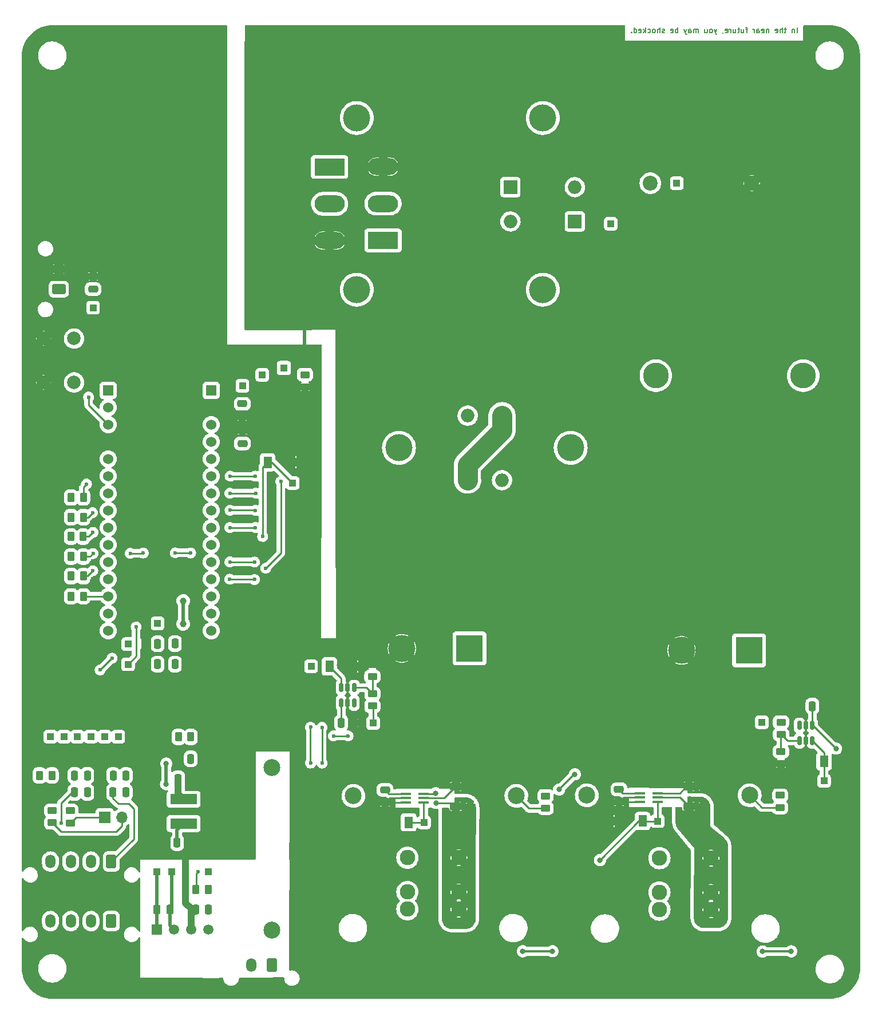
<source format=gbr>
%TF.GenerationSoftware,KiCad,Pcbnew,(6.0.1)*%
%TF.CreationDate,2022-06-06T22:12:22-07:00*%
%TF.ProjectId,MPPT,4d505054-2e6b-4696-9361-645f70636258,3.4.0*%
%TF.SameCoordinates,PX10b1ae8PY9b06478*%
%TF.FileFunction,Copper,L2,Bot*%
%TF.FilePolarity,Positive*%
%FSLAX46Y46*%
G04 Gerber Fmt 4.6, Leading zero omitted, Abs format (unit mm)*
G04 Created by KiCad (PCBNEW (6.0.1)) date 2022-06-06 22:12:22*
%MOMM*%
%LPD*%
G01*
G04 APERTURE LIST*
G04 Aperture macros list*
%AMRoundRect*
0 Rectangle with rounded corners*
0 $1 Rounding radius*
0 $2 $3 $4 $5 $6 $7 $8 $9 X,Y pos of 4 corners*
0 Add a 4 corners polygon primitive as box body*
4,1,4,$2,$3,$4,$5,$6,$7,$8,$9,$2,$3,0*
0 Add four circle primitives for the rounded corners*
1,1,$1+$1,$2,$3*
1,1,$1+$1,$4,$5*
1,1,$1+$1,$6,$7*
1,1,$1+$1,$8,$9*
0 Add four rect primitives between the rounded corners*
20,1,$1+$1,$2,$3,$4,$5,0*
20,1,$1+$1,$4,$5,$6,$7,0*
20,1,$1+$1,$6,$7,$8,$9,0*
20,1,$1+$1,$8,$9,$2,$3,0*%
G04 Aperture macros list end*
%ADD10C,0.150000*%
%TA.AperFunction,NonConductor*%
%ADD11C,0.150000*%
%TD*%
%TA.AperFunction,SMDPad,CuDef*%
%ADD12R,1.000000X1.000000*%
%TD*%
%TA.AperFunction,SMDPad,CuDef*%
%ADD13R,1.500000X0.400000*%
%TD*%
%TA.AperFunction,SMDPad,CuDef*%
%ADD14RoundRect,0.250000X-0.450000X0.262500X-0.450000X-0.262500X0.450000X-0.262500X0.450000X0.262500X0*%
%TD*%
%TA.AperFunction,SMDPad,CuDef*%
%ADD15RoundRect,0.250000X0.625000X-0.312500X0.625000X0.312500X-0.625000X0.312500X-0.625000X-0.312500X0*%
%TD*%
%TA.AperFunction,SMDPad,CuDef*%
%ADD16RoundRect,0.250000X0.475000X-0.250000X0.475000X0.250000X-0.475000X0.250000X-0.475000X-0.250000X0*%
%TD*%
%TA.AperFunction,SMDPad,CuDef*%
%ADD17R,1.300000X1.700000*%
%TD*%
%TA.AperFunction,SMDPad,CuDef*%
%ADD18RoundRect,0.150000X-0.150000X0.512500X-0.150000X-0.512500X0.150000X-0.512500X0.150000X0.512500X0*%
%TD*%
%TA.AperFunction,SMDPad,CuDef*%
%ADD19RoundRect,0.250000X0.450000X-0.262500X0.450000X0.262500X-0.450000X0.262500X-0.450000X-0.262500X0*%
%TD*%
%TA.AperFunction,SMDPad,CuDef*%
%ADD20RoundRect,0.250000X-0.250000X-0.475000X0.250000X-0.475000X0.250000X0.475000X-0.250000X0.475000X0*%
%TD*%
%TA.AperFunction,SMDPad,CuDef*%
%ADD21RoundRect,0.250000X0.250000X0.475000X-0.250000X0.475000X-0.250000X-0.475000X0.250000X-0.475000X0*%
%TD*%
%TA.AperFunction,SMDPad,CuDef*%
%ADD22RoundRect,0.150000X0.150000X-0.512500X0.150000X0.512500X-0.150000X0.512500X-0.150000X-0.512500X0*%
%TD*%
%TA.AperFunction,SMDPad,CuDef*%
%ADD23RoundRect,0.250000X-0.625000X0.312500X-0.625000X-0.312500X0.625000X-0.312500X0.625000X0.312500X0*%
%TD*%
%TA.AperFunction,ComponentPad*%
%ADD24R,1.530000X1.530000*%
%TD*%
%TA.AperFunction,ComponentPad*%
%ADD25C,1.530000*%
%TD*%
%TA.AperFunction,ComponentPad*%
%ADD26RoundRect,0.250001X0.759999X-0.499999X0.759999X0.499999X-0.759999X0.499999X-0.759999X-0.499999X0*%
%TD*%
%TA.AperFunction,ComponentPad*%
%ADD27O,2.020000X1.500000*%
%TD*%
%TA.AperFunction,ComponentPad*%
%ADD28C,2.286000*%
%TD*%
%TA.AperFunction,ComponentPad*%
%ADD29RoundRect,0.250001X0.499999X0.759999X-0.499999X0.759999X-0.499999X-0.759999X0.499999X-0.759999X0*%
%TD*%
%TA.AperFunction,ComponentPad*%
%ADD30O,1.500000X2.020000*%
%TD*%
%TA.AperFunction,ComponentPad*%
%ADD31C,2.000000*%
%TD*%
%TA.AperFunction,ComponentPad*%
%ADD32C,4.000000*%
%TD*%
%TA.AperFunction,ComponentPad*%
%ADD33R,2.000000X2.000000*%
%TD*%
%TA.AperFunction,ComponentPad*%
%ADD34O,2.000000X2.000000*%
%TD*%
%TA.AperFunction,ComponentPad*%
%ADD35C,2.500000*%
%TD*%
%TA.AperFunction,ComponentPad*%
%ADD36R,1.700000X1.700000*%
%TD*%
%TA.AperFunction,ComponentPad*%
%ADD37O,1.700000X1.700000*%
%TD*%
%TA.AperFunction,ComponentPad*%
%ADD38C,2.200000*%
%TD*%
%TA.AperFunction,ComponentPad*%
%ADD39R,4.000000X4.000000*%
%TD*%
%TA.AperFunction,ComponentPad*%
%ADD40R,1.508000X1.508000*%
%TD*%
%TA.AperFunction,ComponentPad*%
%ADD41C,1.508000*%
%TD*%
%TA.AperFunction,ComponentPad*%
%ADD42R,4.500000X2.500000*%
%TD*%
%TA.AperFunction,ComponentPad*%
%ADD43O,4.500000X2.500000*%
%TD*%
%TA.AperFunction,ComponentPad*%
%ADD44C,3.800000*%
%TD*%
%TA.AperFunction,SMDPad,CuDef*%
%ADD45RoundRect,0.250000X0.262500X0.450000X-0.262500X0.450000X-0.262500X-0.450000X0.262500X-0.450000X0*%
%TD*%
%TA.AperFunction,SMDPad,CuDef*%
%ADD46R,1.100000X1.100000*%
%TD*%
%TA.AperFunction,SMDPad,CuDef*%
%ADD47R,4.000000X1.500000*%
%TD*%
%TA.AperFunction,SMDPad,CuDef*%
%ADD48RoundRect,0.250000X-0.475000X0.250000X-0.475000X-0.250000X0.475000X-0.250000X0.475000X0.250000X0*%
%TD*%
%TA.AperFunction,SMDPad,CuDef*%
%ADD49R,0.500000X0.500000*%
%TD*%
%TA.AperFunction,ViaPad*%
%ADD50C,1.000000*%
%TD*%
%TA.AperFunction,ViaPad*%
%ADD51C,0.600000*%
%TD*%
%TA.AperFunction,ViaPad*%
%ADD52C,0.800000*%
%TD*%
%TA.AperFunction,Conductor*%
%ADD53C,0.250000*%
%TD*%
%TA.AperFunction,Conductor*%
%ADD54C,1.000000*%
%TD*%
%TA.AperFunction,Conductor*%
%ADD55C,0.500000*%
%TD*%
%TA.AperFunction,Conductor*%
%ADD56C,0.300000*%
%TD*%
%TA.AperFunction,Conductor*%
%ADD57C,3.000000*%
%TD*%
G04 APERTURE END LIST*
D10*
D11*
X132672619Y-19071904D02*
X132672619Y-18271904D01*
X132291666Y-18538571D02*
X132291666Y-19071904D01*
X132291666Y-18614761D02*
X132253571Y-18576666D01*
X132177380Y-18538571D01*
X132063095Y-18538571D01*
X131986904Y-18576666D01*
X131948809Y-18652857D01*
X131948809Y-19071904D01*
X131072619Y-18538571D02*
X130767857Y-18538571D01*
X130958333Y-18271904D02*
X130958333Y-18957619D01*
X130920238Y-19033809D01*
X130844047Y-19071904D01*
X130767857Y-19071904D01*
X130501190Y-19071904D02*
X130501190Y-18271904D01*
X130158333Y-19071904D02*
X130158333Y-18652857D01*
X130196428Y-18576666D01*
X130272619Y-18538571D01*
X130386904Y-18538571D01*
X130463095Y-18576666D01*
X130501190Y-18614761D01*
X129472619Y-19033809D02*
X129548809Y-19071904D01*
X129701190Y-19071904D01*
X129777380Y-19033809D01*
X129815476Y-18957619D01*
X129815476Y-18652857D01*
X129777380Y-18576666D01*
X129701190Y-18538571D01*
X129548809Y-18538571D01*
X129472619Y-18576666D01*
X129434523Y-18652857D01*
X129434523Y-18729047D01*
X129815476Y-18805238D01*
X128482142Y-18538571D02*
X128482142Y-19071904D01*
X128482142Y-18614761D02*
X128444047Y-18576666D01*
X128367857Y-18538571D01*
X128253571Y-18538571D01*
X128177380Y-18576666D01*
X128139285Y-18652857D01*
X128139285Y-19071904D01*
X127453571Y-19033809D02*
X127529761Y-19071904D01*
X127682142Y-19071904D01*
X127758333Y-19033809D01*
X127796428Y-18957619D01*
X127796428Y-18652857D01*
X127758333Y-18576666D01*
X127682142Y-18538571D01*
X127529761Y-18538571D01*
X127453571Y-18576666D01*
X127415476Y-18652857D01*
X127415476Y-18729047D01*
X127796428Y-18805238D01*
X126729761Y-19071904D02*
X126729761Y-18652857D01*
X126767857Y-18576666D01*
X126844047Y-18538571D01*
X126996428Y-18538571D01*
X127072619Y-18576666D01*
X126729761Y-19033809D02*
X126805952Y-19071904D01*
X126996428Y-19071904D01*
X127072619Y-19033809D01*
X127110714Y-18957619D01*
X127110714Y-18881428D01*
X127072619Y-18805238D01*
X126996428Y-18767142D01*
X126805952Y-18767142D01*
X126729761Y-18729047D01*
X126348809Y-19071904D02*
X126348809Y-18538571D01*
X126348809Y-18690952D02*
X126310714Y-18614761D01*
X126272619Y-18576666D01*
X126196428Y-18538571D01*
X126120238Y-18538571D01*
X125358333Y-18538571D02*
X125053571Y-18538571D01*
X125244047Y-19071904D02*
X125244047Y-18386190D01*
X125205952Y-18310000D01*
X125129761Y-18271904D01*
X125053571Y-18271904D01*
X124444047Y-18538571D02*
X124444047Y-19071904D01*
X124786904Y-18538571D02*
X124786904Y-18957619D01*
X124748809Y-19033809D01*
X124672619Y-19071904D01*
X124558333Y-19071904D01*
X124482142Y-19033809D01*
X124444047Y-18995714D01*
X124177380Y-18538571D02*
X123872619Y-18538571D01*
X124063095Y-18271904D02*
X124063095Y-18957619D01*
X124025000Y-19033809D01*
X123948809Y-19071904D01*
X123872619Y-19071904D01*
X123263095Y-18538571D02*
X123263095Y-19071904D01*
X123605952Y-18538571D02*
X123605952Y-18957619D01*
X123567857Y-19033809D01*
X123491666Y-19071904D01*
X123377380Y-19071904D01*
X123301190Y-19033809D01*
X123263095Y-18995714D01*
X122882142Y-19071904D02*
X122882142Y-18538571D01*
X122882142Y-18690952D02*
X122844047Y-18614761D01*
X122805952Y-18576666D01*
X122729761Y-18538571D01*
X122653571Y-18538571D01*
X122082142Y-19033809D02*
X122158333Y-19071904D01*
X122310714Y-19071904D01*
X122386904Y-19033809D01*
X122425000Y-18957619D01*
X122425000Y-18652857D01*
X122386904Y-18576666D01*
X122310714Y-18538571D01*
X122158333Y-18538571D01*
X122082142Y-18576666D01*
X122044047Y-18652857D01*
X122044047Y-18729047D01*
X122425000Y-18805238D01*
X121663095Y-19033809D02*
X121663095Y-19071904D01*
X121701190Y-19148095D01*
X121739285Y-19186190D01*
X120786904Y-18538571D02*
X120596428Y-19071904D01*
X120405952Y-18538571D02*
X120596428Y-19071904D01*
X120672619Y-19262380D01*
X120710714Y-19300476D01*
X120786904Y-19338571D01*
X119986904Y-19071904D02*
X120063095Y-19033809D01*
X120101190Y-18995714D01*
X120139285Y-18919523D01*
X120139285Y-18690952D01*
X120101190Y-18614761D01*
X120063095Y-18576666D01*
X119986904Y-18538571D01*
X119872619Y-18538571D01*
X119796428Y-18576666D01*
X119758333Y-18614761D01*
X119720238Y-18690952D01*
X119720238Y-18919523D01*
X119758333Y-18995714D01*
X119796428Y-19033809D01*
X119872619Y-19071904D01*
X119986904Y-19071904D01*
X119034523Y-18538571D02*
X119034523Y-19071904D01*
X119377380Y-18538571D02*
X119377380Y-18957619D01*
X119339285Y-19033809D01*
X119263095Y-19071904D01*
X119148809Y-19071904D01*
X119072619Y-19033809D01*
X119034523Y-18995714D01*
X118044047Y-19071904D02*
X118044047Y-18538571D01*
X118044047Y-18614761D02*
X118005952Y-18576666D01*
X117929761Y-18538571D01*
X117815476Y-18538571D01*
X117739285Y-18576666D01*
X117701190Y-18652857D01*
X117701190Y-19071904D01*
X117701190Y-18652857D02*
X117663095Y-18576666D01*
X117586904Y-18538571D01*
X117472619Y-18538571D01*
X117396428Y-18576666D01*
X117358333Y-18652857D01*
X117358333Y-19071904D01*
X116634523Y-19071904D02*
X116634523Y-18652857D01*
X116672619Y-18576666D01*
X116748809Y-18538571D01*
X116901190Y-18538571D01*
X116977380Y-18576666D01*
X116634523Y-19033809D02*
X116710714Y-19071904D01*
X116901190Y-19071904D01*
X116977380Y-19033809D01*
X117015476Y-18957619D01*
X117015476Y-18881428D01*
X116977380Y-18805238D01*
X116901190Y-18767142D01*
X116710714Y-18767142D01*
X116634523Y-18729047D01*
X116329761Y-18538571D02*
X116139285Y-19071904D01*
X115948809Y-18538571D02*
X116139285Y-19071904D01*
X116215476Y-19262380D01*
X116253571Y-19300476D01*
X116329761Y-19338571D01*
X115034523Y-19071904D02*
X115034523Y-18271904D01*
X115034523Y-18576666D02*
X114958333Y-18538571D01*
X114805952Y-18538571D01*
X114729761Y-18576666D01*
X114691666Y-18614761D01*
X114653571Y-18690952D01*
X114653571Y-18919523D01*
X114691666Y-18995714D01*
X114729761Y-19033809D01*
X114805952Y-19071904D01*
X114958333Y-19071904D01*
X115034523Y-19033809D01*
X114005952Y-19033809D02*
X114082142Y-19071904D01*
X114234523Y-19071904D01*
X114310714Y-19033809D01*
X114348809Y-18957619D01*
X114348809Y-18652857D01*
X114310714Y-18576666D01*
X114234523Y-18538571D01*
X114082142Y-18538571D01*
X114005952Y-18576666D01*
X113967857Y-18652857D01*
X113967857Y-18729047D01*
X114348809Y-18805238D01*
X113053571Y-19033809D02*
X112977380Y-19071904D01*
X112825000Y-19071904D01*
X112748809Y-19033809D01*
X112710714Y-18957619D01*
X112710714Y-18919523D01*
X112748809Y-18843333D01*
X112825000Y-18805238D01*
X112939285Y-18805238D01*
X113015476Y-18767142D01*
X113053571Y-18690952D01*
X113053571Y-18652857D01*
X113015476Y-18576666D01*
X112939285Y-18538571D01*
X112825000Y-18538571D01*
X112748809Y-18576666D01*
X112367857Y-19071904D02*
X112367857Y-18271904D01*
X112025000Y-19071904D02*
X112025000Y-18652857D01*
X112063095Y-18576666D01*
X112139285Y-18538571D01*
X112253571Y-18538571D01*
X112329761Y-18576666D01*
X112367857Y-18614761D01*
X111529761Y-19071904D02*
X111605952Y-19033809D01*
X111644047Y-18995714D01*
X111682142Y-18919523D01*
X111682142Y-18690952D01*
X111644047Y-18614761D01*
X111605952Y-18576666D01*
X111529761Y-18538571D01*
X111415476Y-18538571D01*
X111339285Y-18576666D01*
X111301190Y-18614761D01*
X111263095Y-18690952D01*
X111263095Y-18919523D01*
X111301190Y-18995714D01*
X111339285Y-19033809D01*
X111415476Y-19071904D01*
X111529761Y-19071904D01*
X110577380Y-19033809D02*
X110653571Y-19071904D01*
X110805952Y-19071904D01*
X110882142Y-19033809D01*
X110920238Y-18995714D01*
X110958333Y-18919523D01*
X110958333Y-18690952D01*
X110920238Y-18614761D01*
X110882142Y-18576666D01*
X110805952Y-18538571D01*
X110653571Y-18538571D01*
X110577380Y-18576666D01*
X110234523Y-19071904D02*
X110234523Y-18271904D01*
X110158333Y-18767142D02*
X109929761Y-19071904D01*
X109929761Y-18538571D02*
X110234523Y-18843333D01*
X109282142Y-19033809D02*
X109358333Y-19071904D01*
X109510714Y-19071904D01*
X109586904Y-19033809D01*
X109625000Y-18957619D01*
X109625000Y-18652857D01*
X109586904Y-18576666D01*
X109510714Y-18538571D01*
X109358333Y-18538571D01*
X109282142Y-18576666D01*
X109244047Y-18652857D01*
X109244047Y-18729047D01*
X109625000Y-18805238D01*
X108558333Y-19071904D02*
X108558333Y-18271904D01*
X108558333Y-19033809D02*
X108634523Y-19071904D01*
X108786904Y-19071904D01*
X108863095Y-19033809D01*
X108901190Y-18995714D01*
X108939285Y-18919523D01*
X108939285Y-18690952D01*
X108901190Y-18614761D01*
X108863095Y-18576666D01*
X108786904Y-18538571D01*
X108634523Y-18538571D01*
X108558333Y-18576666D01*
X108177380Y-18995714D02*
X108139285Y-19033809D01*
X108177380Y-19071904D01*
X108215476Y-19033809D01*
X108177380Y-18995714D01*
X108177380Y-19071904D01*
D12*
%TO.P,TP302,1,1*%
%TO.N,GND*%
X57245000Y-76820000D03*
%TD*%
%TO.P,TP503,1,1*%
%TO.N,/ARRAY_CURRENT*%
X112055000Y-135697500D03*
%TD*%
D13*
%TO.P,U502,6*%
%TO.N,/BATTERY_CURRENT*%
X77460000Y-132934000D03*
%TO.P,U502,5,-*%
%TO.N,GND*%
X77460000Y-132284000D03*
%TO.P,U502,4,+*%
%TO.N,/-BATT*%
X77460000Y-131634000D03*
%TO.P,U502,3,V+*%
%TO.N,+9VA*%
X74800000Y-131634000D03*
%TO.P,U502,2,V-*%
%TO.N,GND*%
X74800000Y-132284000D03*
%TO.P,U502,1,REF*%
X74800000Y-132934000D03*
%TD*%
D14*
%TO.P,R505,2*%
%TO.N,/+BATT*%
X69865000Y-118667500D03*
%TO.P,R505,1*%
%TO.N,Net-(R505-Pad1)*%
X69865000Y-116842500D03*
%TD*%
D12*
%TO.P,TP504,1,1*%
%TO.N,/-BATT*%
X84325000Y-133576000D03*
%TD*%
D15*
%TO.P,R501,2*%
%TO.N,GND*%
X116665000Y-130562500D03*
%TO.P,R501,1*%
%TO.N,/-ARR*%
X116665000Y-133487500D03*
%TD*%
D14*
%TO.P,R504,2*%
%TO.N,GND*%
X130295000Y-127215000D03*
%TO.P,R504,1*%
%TO.N,Net-(R503-Pad1)*%
X130295000Y-125390000D03*
%TD*%
D16*
%TO.P,C502,2*%
%TO.N,+9VA*%
X71720000Y-131059000D03*
%TO.P,C502,1*%
%TO.N,GND*%
X71720000Y-132959000D03*
%TD*%
D12*
%TO.P,TP505,1,1*%
%TO.N,GND*%
X84290000Y-130636000D03*
%TD*%
%TO.P,TP510,1,1*%
%TO.N,/BATTERY_VOLTAGE*%
X60790000Y-112805000D03*
%TD*%
D17*
%TO.P,D504,2,A*%
%TO.N,GND*%
X66995000Y-112810000D03*
%TO.P,D504,1,K*%
%TO.N,/BATTERY_VOLTAGE*%
X63495000Y-112810000D03*
%TD*%
D12*
%TO.P,TP506,1,1*%
%TO.N,/BATTERY_CURRENT*%
X77485000Y-135879000D03*
%TD*%
D17*
%TO.P,D502,2,A*%
%TO.N,GND*%
X71715000Y-135859000D03*
%TO.P,D502,1,K*%
%TO.N,/BATTERY_CURRENT*%
X75215000Y-135859000D03*
%TD*%
D18*
%TO.P,U504,6,V+*%
%TO.N,+9VA*%
X65245000Y-118214882D03*
%TO.P,U504,5,~{SHDN}*%
%TO.N,GND*%
X66195000Y-118214882D03*
%TO.P,U504,4,-*%
%TO.N,/BATTERY_VOLTAGE*%
X67145000Y-118214882D03*
%TO.P,U504,3,+*%
%TO.N,Net-(R505-Pad1)*%
X67145000Y-115939882D03*
%TO.P,U504,2,V-*%
%TO.N,GND*%
X66195000Y-115939882D03*
%TO.P,U504,1*%
%TO.N,/BATTERY_VOLTAGE*%
X65245000Y-115939882D03*
%TD*%
D19*
%TO.P,R506,2*%
%TO.N,GND*%
X69850000Y-112487500D03*
%TO.P,R506,1*%
%TO.N,Net-(R505-Pad1)*%
X69850000Y-114312500D03*
%TD*%
D17*
%TO.P,D501,2,A*%
%TO.N,GND*%
X106315000Y-135682500D03*
%TO.P,D501,1,K*%
%TO.N,/ARRAY_CURRENT*%
X109815000Y-135682500D03*
%TD*%
D12*
%TO.P,TP509,1,1*%
%TO.N,/+BATT*%
X69955000Y-121192500D03*
%TD*%
D19*
%TO.P,R503,2*%
%TO.N,/+ARR*%
X130300000Y-121055000D03*
%TO.P,R503,1*%
%TO.N,Net-(R503-Pad1)*%
X130300000Y-122880000D03*
%TD*%
D20*
%TO.P,C503,2*%
%TO.N,+9VA*%
X134930000Y-118675000D03*
%TO.P,C503,1*%
%TO.N,GND*%
X133030000Y-118675000D03*
%TD*%
D12*
%TO.P,TP508,1,1*%
%TO.N,/ARRAY_VOLTAGE*%
X136665000Y-129745000D03*
%TD*%
D21*
%TO.P,C504,2*%
%TO.N,+9VA*%
X65240000Y-121145000D03*
%TO.P,C504,1*%
%TO.N,GND*%
X67140000Y-121145000D03*
%TD*%
D22*
%TO.P,U503,6,V+*%
%TO.N,+9VA*%
X134920000Y-121532500D03*
%TO.P,U503,5,~{SHDN}*%
%TO.N,GND*%
X133970000Y-121532500D03*
%TO.P,U503,4,-*%
%TO.N,/ARRAY_VOLTAGE*%
X133020000Y-121532500D03*
%TO.P,U503,3,+*%
%TO.N,Net-(R503-Pad1)*%
X133020000Y-123807500D03*
%TO.P,U503,2,V-*%
%TO.N,GND*%
X133970000Y-123807500D03*
%TO.P,U503,1*%
%TO.N,/ARRAY_VOLTAGE*%
X134920000Y-123807500D03*
%TD*%
D12*
%TO.P,TP502,1,1*%
%TO.N,/-ARR*%
X118775000Y-133511000D03*
%TD*%
%TO.P,TP507,1,1*%
%TO.N,/+ARR*%
X127445000Y-121060000D03*
%TD*%
D13*
%TO.P,U501,6*%
%TO.N,/ARRAY_CURRENT*%
X112050000Y-132847500D03*
%TO.P,U501,5,-*%
%TO.N,/-ARR*%
X112050000Y-132197500D03*
%TO.P,U501,4,+*%
%TO.N,GND*%
X112050000Y-131547500D03*
%TO.P,U501,3,V+*%
%TO.N,+9VA*%
X109390000Y-131547500D03*
%TO.P,U501,2,V-*%
%TO.N,GND*%
X109390000Y-132197500D03*
%TO.P,U501,1,REF*%
X109390000Y-132847500D03*
%TD*%
D12*
%TO.P,TP501,1,1*%
%TO.N,GND*%
X118775000Y-130571000D03*
%TD*%
D23*
%TO.P,R502,2*%
%TO.N,/-BATT*%
X82190000Y-133510000D03*
%TO.P,R502,1*%
%TO.N,GND*%
X82190000Y-130585000D03*
%TD*%
D17*
%TO.P,D503,2,A*%
%TO.N,GND*%
X133165000Y-126845000D03*
%TO.P,D503,1,K*%
%TO.N,/ARRAY_VOLTAGE*%
X136665000Y-126845000D03*
%TD*%
D16*
%TO.P,C501,2*%
%TO.N,+9VA*%
X106335000Y-130992500D03*
%TO.P,C501,1*%
%TO.N,GND*%
X106335000Y-132892500D03*
%TD*%
D17*
%TO.P,D301,1,K*%
%TO.N,/PWM*%
X54350000Y-82610000D03*
%TO.P,D301,2,A*%
%TO.N,GND*%
X57850000Y-82610000D03*
%TD*%
D24*
%TO.P,U101,1,D1*%
%TO.N,/HEARTBEAT*%
X30775000Y-71965000D03*
D25*
%TO.P,U101,2,D0*%
%TO.N,/TRACKING*%
X30775000Y-74505000D03*
%TO.P,U101,3,RST*%
%TO.N,/RESET*%
X30775000Y-77045000D03*
%TO.P,U101,4,GND*%
%TO.N,GND*%
X30775000Y-79585000D03*
%TO.P,U101,5,D2*%
%TO.N,/CAN_TX*%
X30775000Y-82125000D03*
%TO.P,U101,6,D3*%
%TO.N,/ERROR*%
X30775000Y-84665000D03*
%TO.P,U101,7,D4*%
%TO.N,unconnected-(U101-Pad7)*%
X30775000Y-87205000D03*
%TO.P,U101,8,D5*%
%TO.N,unconnected-(U101-Pad8)*%
X30775000Y-89745000D03*
%TO.P,U101,9,D6*%
%TO.N,unconnected-(U101-Pad9)*%
X30775000Y-92285000D03*
%TO.P,U101,10,D7*%
%TO.N,Net-(SW102-Pad4)*%
X30775000Y-94825000D03*
%TO.P,U101,11,D8*%
%TO.N,Net-(SW102-Pad3)*%
X30775000Y-97365000D03*
%TO.P,U101,12,D9*%
%TO.N,unconnected-(U101-Pad12)*%
X30775000Y-99905000D03*
%TO.P,U101,13,D10*%
%TO.N,/CAN_RX*%
X30775000Y-102445000D03*
%TO.P,U101,14,D11*%
%TO.N,unconnected-(U101-Pad14)*%
X30775000Y-104985000D03*
%TO.P,U101,15,D12*%
%TO.N,unconnected-(U101-Pad15)*%
X30775000Y-107525000D03*
%TO.P,U101,16,D13*%
%TO.N,unconnected-(U101-Pad16)*%
X46015000Y-107525000D03*
%TO.P,U101,17,+3V3*%
%TO.N,+3V3*%
X46015000Y-104985000D03*
%TO.P,U101,18,AREF*%
%TO.N,unconnected-(U101-Pad18)*%
X46015000Y-102445000D03*
%TO.P,U101,19,A0*%
%TO.N,/PWM_EN*%
X46015000Y-99905000D03*
%TO.P,U101,20,A1*%
%TO.N,/PWM*%
X46015000Y-97365000D03*
%TO.P,U101,21,A2*%
%TO.N,unconnected-(U101-Pad21)*%
X46015000Y-94825000D03*
%TO.P,U101,22,A3*%
%TO.N,/ARRAY_VOLTAGE*%
X46015000Y-92285000D03*
%TO.P,U101,23,A4*%
%TO.N,/ARRAY_CURRENT*%
X46015000Y-89745000D03*
%TO.P,U101,24,A5*%
%TO.N,/BATTERY_CURRENT*%
X46015000Y-87205000D03*
%TO.P,U101,25,A6*%
%TO.N,/BATTERY_VOLTAGE*%
X46015000Y-84665000D03*
%TO.P,U101,26,A7*%
%TO.N,unconnected-(U101-Pad26)*%
X46015000Y-82125000D03*
%TO.P,U101,27,+5V*%
%TO.N,+5V*%
X46015000Y-79585000D03*
%TO.P,U101,28,RST*%
%TO.N,/RESET*%
X46015000Y-77045000D03*
%TO.P,U101,29,GND*%
%TO.N,GND*%
X46015000Y-74505000D03*
D24*
%TO.P,U101,30,VIN*%
%TO.N,+9V*%
X46015000Y-71965000D03*
%TD*%
D26*
%TO.P,J101,1,Pin_1*%
%TO.N,+9V*%
X23455000Y-57020000D03*
D27*
%TO.P,J101,2,Pin_2*%
%TO.N,GND*%
X23455000Y-54020000D03*
%TD*%
D28*
%TO.P,J401,1,+*%
%TO.N,Net-(F401-Pad2)*%
X112315000Y-148780000D03*
X112315000Y-146240000D03*
X112315000Y-141160000D03*
%TO.P,J401,2,-*%
%TO.N,/-ARR*%
X119935000Y-148780000D03*
X119935000Y-141160000D03*
X119935000Y-146240000D03*
%TD*%
D29*
%TO.P,J602,1,5V*%
%TO.N,Net-(C606-Pad1)*%
X31235000Y-141680000D03*
D30*
%TO.P,J602,2,GND*%
%TO.N,Net-(C606-Pad2)*%
X28235000Y-141680000D03*
%TO.P,J602,3,CAN_H*%
%TO.N,Net-(J601-Pad3)*%
X25235000Y-141680000D03*
%TO.P,J602,4,CAN_L*%
%TO.N,Net-(J601-Pad4)*%
X22235000Y-141680000D03*
%TD*%
D31*
%TO.P,SW101,1,1*%
%TO.N,GND*%
X21220000Y-64300000D03*
X21220000Y-70800000D03*
%TO.P,SW101,2,2*%
%TO.N,/RESET*%
X25720000Y-70800000D03*
X25720000Y-64300000D03*
%TD*%
D32*
%TO.P,HS403,1*%
%TO.N,N/C*%
X73785000Y-80475000D03*
X99185000Y-80475000D03*
%TD*%
D33*
%TO.P,D403,1,K*%
%TO.N,/+BATT*%
X89030000Y-75710000D03*
D34*
%TO.P,D403,2,A*%
%TO.N,Net-(D402-Pad2)*%
X83950000Y-75710000D03*
%TD*%
D29*
%TO.P,J601,1,5V*%
%TO.N,Net-(C606-Pad1)*%
X31230000Y-150480000D03*
D30*
%TO.P,J601,2,GND*%
%TO.N,Net-(C606-Pad2)*%
X28230000Y-150480000D03*
%TO.P,J601,3,CAN_H*%
%TO.N,Net-(J601-Pad3)*%
X25230000Y-150480000D03*
%TO.P,J601,4,CAN_L*%
%TO.N,Net-(J601-Pad4)*%
X22230000Y-150480000D03*
%TD*%
D35*
%TO.P,F201,1*%
%TO.N,+12V*%
X54992500Y-127750000D03*
%TO.P,F201,2*%
%TO.N,Net-(F201-Pad2)*%
X54992500Y-151850000D03*
%TD*%
D33*
%TO.P,D404,1,K*%
%TO.N,/+BATT*%
X83950000Y-85255000D03*
D34*
%TO.P,D404,2,A*%
%TO.N,Net-(D402-Pad2)*%
X89030000Y-85255000D03*
%TD*%
D35*
%TO.P,F402,1*%
%TO.N,Net-(F402-Pad1)*%
X67045000Y-131955000D03*
%TO.P,F402,2*%
%TO.N,/+BATT*%
X91145000Y-131955000D03*
%TD*%
D32*
%TO.P,HS402,1*%
%TO.N,N/C*%
X95065000Y-57090000D03*
X95065000Y-31690000D03*
%TD*%
D29*
%TO.P,J201,1,+12V*%
%TO.N,Net-(F201-Pad2)*%
X54955000Y-156960000D03*
D30*
%TO.P,J201,2,GND*%
%TO.N,GNDPWR*%
X51955000Y-156960000D03*
%TD*%
D33*
%TO.P,R403,1*%
%TO.N,Net-(D402-Pad2)*%
X99800000Y-46985000D03*
D34*
%TO.P,R403,2*%
%TO.N,Net-(C401-Pad1)*%
X99800000Y-41905000D03*
%TD*%
D32*
%TO.P,HS401,1*%
%TO.N,N/C*%
X67530000Y-57085000D03*
X67530000Y-31685000D03*
%TD*%
D36*
%TO.P,JP601,1,A*%
%TO.N,Net-(JP601-Pad1)*%
X30265000Y-135132500D03*
D37*
%TO.P,JP601,2,B*%
%TO.N,Net-(JP601-Pad2)*%
X32805000Y-135132500D03*
%TD*%
D38*
%TO.P,C401,1*%
%TO.N,Net-(C401-Pad1)*%
X110975000Y-41325000D03*
%TO.P,C401,2*%
%TO.N,GND*%
X125975000Y-41325000D03*
%TD*%
D39*
%TO.P,CP401,1*%
%TO.N,/+ARR*%
X125570000Y-110435000D03*
D32*
%TO.P,CP401,2*%
%TO.N,GND*%
X115570000Y-110435000D03*
%TD*%
D40*
%TO.P,U201,1,-VIN*%
%TO.N,GNDPWR*%
X37962500Y-151735000D03*
D41*
%TO.P,U201,2,+VIN*%
%TO.N,+12V*%
X40502500Y-151735000D03*
%TO.P,U201,3,-VOUT*%
%TO.N,GND*%
X43042500Y-151735000D03*
%TO.P,U201,4,+VOUT*%
%TO.N,+5V*%
X45582500Y-151735000D03*
%TD*%
D42*
%TO.P,Q401,1,G*%
%TO.N,/DRIVE_PWM*%
X63525000Y-38930000D03*
D43*
%TO.P,Q401,2,D*%
%TO.N,Net-(D402-Pad2)*%
X63525000Y-44380000D03*
%TO.P,Q401,3,S*%
%TO.N,GND*%
X63525000Y-49830000D03*
%TD*%
D28*
%TO.P,J402,1,+*%
%TO.N,Net-(F402-Pad1)*%
X75035000Y-146175000D03*
X75035000Y-148715000D03*
X75035000Y-141095000D03*
%TO.P,J402,2,-*%
%TO.N,/-BATT*%
X82655000Y-141095000D03*
X82655000Y-148715000D03*
X82655000Y-146175000D03*
%TD*%
D33*
%TO.P,D402,1,K*%
%TO.N,Net-(C401-Pad1)*%
X90270000Y-41905000D03*
D34*
%TO.P,D402,2,A*%
%TO.N,Net-(D402-Pad2)*%
X90270000Y-46985000D03*
%TD*%
D42*
%TO.P,Q402,1,G*%
%TO.N,/DRIVE_PWM*%
X71435000Y-49800000D03*
D43*
%TO.P,Q402,2,D*%
%TO.N,Net-(D402-Pad2)*%
X71435000Y-44350000D03*
%TO.P,Q402,3,S*%
%TO.N,GND*%
X71435000Y-38900000D03*
%TD*%
D44*
%TO.P,L401,1,1*%
%TO.N,/+ARR*%
X133590000Y-69795000D03*
%TO.P,L401,2,2*%
%TO.N,Net-(D402-Pad2)*%
X111790000Y-69795000D03*
%TD*%
D35*
%TO.P,F401,1*%
%TO.N,/+ARR*%
X125670000Y-131874000D03*
%TO.P,F401,2*%
%TO.N,Net-(F401-Pad2)*%
X101570000Y-131874000D03*
%TD*%
D39*
%TO.P,CP402,1*%
%TO.N,/+BATT*%
X84225000Y-110145000D03*
D32*
%TO.P,CP402,2*%
%TO.N,GND*%
X74225000Y-110145000D03*
%TD*%
D20*
%TO.P,C606,1*%
%TO.N,Net-(C606-Pad1)*%
X31480000Y-131417500D03*
%TO.P,C606,2*%
%TO.N,Net-(C606-Pad2)*%
X33380000Y-131417500D03*
%TD*%
D12*
%TO.P,TP603,1,1*%
%TO.N,Net-(C605-Pad1)*%
X32255000Y-123182500D03*
%TD*%
D20*
%TO.P,C601,1*%
%TO.N,+5V*%
X40640000Y-109425000D03*
%TO.P,C601,2*%
%TO.N,GND*%
X42540000Y-109425000D03*
%TD*%
D21*
%TO.P,C602,1*%
%TO.N,GND*%
X42545000Y-112465000D03*
%TO.P,C602,2*%
%TO.N,+5V*%
X40645000Y-112465000D03*
%TD*%
D12*
%TO.P,TP204,1,1*%
%TO.N,+5V*%
X45600000Y-143185000D03*
%TD*%
D45*
%TO.P,R202,1*%
%TO.N,+9VA*%
X42990000Y-123235000D03*
%TO.P,R202,2*%
%TO.N,Net-(LED202-Pad2)*%
X41165000Y-123235000D03*
%TD*%
D20*
%TO.P,C204,1*%
%TO.N,Net-(C204-Pad1)*%
X41095000Y-129430000D03*
%TO.P,C204,2*%
%TO.N,GND*%
X42995000Y-129430000D03*
%TD*%
D12*
%TO.P,TP608,1,1*%
%TO.N,Net-(J601-Pad4)*%
X22230000Y-123182500D03*
%TD*%
D19*
%TO.P,R603,1*%
%TO.N,Net-(JP601-Pad2)*%
X22490000Y-135937500D03*
%TO.P,R603,2*%
%TO.N,Net-(J601-Pad4)*%
X22490000Y-134112500D03*
%TD*%
D12*
%TO.P,TP201,1,1*%
%TO.N,+12V*%
X40172500Y-143185000D03*
%TD*%
D20*
%TO.P,C605,1*%
%TO.N,Net-(C605-Pad1)*%
X31495000Y-128947500D03*
%TO.P,C605,2*%
%TO.N,Net-(C605-Pad2)*%
X33395000Y-128947500D03*
%TD*%
%TO.P,C607,1*%
%TO.N,Net-(C606-Pad2)*%
X25790000Y-131427500D03*
%TO.P,C607,2*%
%TO.N,Net-(C606-Pad1)*%
X27690000Y-131427500D03*
%TD*%
%TO.P,C203,1*%
%TO.N,+5V*%
X40970000Y-138870000D03*
%TO.P,C203,2*%
%TO.N,GND*%
X42870000Y-138870000D03*
%TD*%
D12*
%TO.P,TP301,1,1*%
%TO.N,/PWM*%
X58065000Y-85670000D03*
%TD*%
%TO.P,TP602,1,1*%
%TO.N,/CAN_RX*%
X33745000Y-109510000D03*
%TD*%
D21*
%TO.P,C202,1*%
%TO.N,+5V*%
X45592500Y-148770000D03*
%TO.P,C202,2*%
%TO.N,GND*%
X43692500Y-148770000D03*
%TD*%
D12*
%TO.P,TP604,1,1*%
%TO.N,Net-(C606-Pad1)*%
X28235000Y-123177500D03*
%TD*%
D45*
%TO.P,R601,1*%
%TO.N,Net-(R601-Pad1)*%
X22442500Y-128927500D03*
%TO.P,R601,2*%
%TO.N,Net-(C606-Pad2)*%
X20617500Y-128927500D03*
%TD*%
D12*
%TO.P,TP601,1,1*%
%TO.N,/CAN_TX*%
X33715000Y-112490000D03*
%TD*%
D46*
%TO.P,D401,1,K*%
%TO.N,/DRIVE_PWM*%
X56760000Y-68665000D03*
%TO.P,D401,2,A*%
%TO.N,GND*%
X56760000Y-71465000D03*
%TD*%
D47*
%TO.P,L201,1*%
%TO.N,+5V*%
X41925000Y-136055000D03*
%TO.P,L201,2*%
%TO.N,Net-(C204-Pad1)*%
X41925000Y-132455000D03*
%TD*%
D19*
%TO.P,R404,1*%
%TO.N,/+BATT*%
X95465000Y-133787500D03*
%TO.P,R404,2*%
%TO.N,Net-(LED402-Pad2)*%
X95465000Y-131962500D03*
%TD*%
D48*
%TO.P,C301,1*%
%TO.N,GND*%
X50630000Y-77930000D03*
%TO.P,C301,2*%
%TO.N,+9VA*%
X50630000Y-79830000D03*
%TD*%
D12*
%TO.P,TP607,1,1*%
%TO.N,Net-(J601-Pad3)*%
X24225000Y-123182500D03*
%TD*%
%TO.P,TP606,1,1*%
%TO.N,Net-(C605-Pad2)*%
X30245000Y-123182500D03*
%TD*%
D14*
%TO.P,R602,1*%
%TO.N,Net-(J601-Pad3)*%
X25180000Y-134127500D03*
%TO.P,R602,2*%
%TO.N,Net-(JP601-Pad1)*%
X25180000Y-135952500D03*
%TD*%
D20*
%TO.P,C205,1*%
%TO.N,GND*%
X41085000Y-126475000D03*
%TO.P,C205,2*%
%TO.N,+9VA*%
X42985000Y-126475000D03*
%TD*%
D45*
%TO.P,R701,1*%
%TO.N,/HEARTBEAT*%
X27097500Y-87820000D03*
%TO.P,R701,2*%
%TO.N,Net-(LED701-Pad2)*%
X25272500Y-87820000D03*
%TD*%
D12*
%TO.P,TP101,1,1*%
%TO.N,+3V3*%
X38080000Y-106455000D03*
%TD*%
D19*
%TO.P,R401,1*%
%TO.N,/+ARR*%
X130170000Y-133702500D03*
%TO.P,R401,2*%
%TO.N,Net-(LED401-Pad2)*%
X130170000Y-131877500D03*
%TD*%
D45*
%TO.P,R201,1*%
%TO.N,+5V*%
X45572500Y-145810000D03*
%TO.P,R201,2*%
%TO.N,Net-(LED201-Pad2)*%
X43747500Y-145810000D03*
%TD*%
D12*
%TO.P,TP202,1,1*%
%TO.N,GNDPWR*%
X37965000Y-143210000D03*
%TD*%
D20*
%TO.P,C603,1*%
%TO.N,GND*%
X36190000Y-109465000D03*
%TO.P,C603,2*%
%TO.N,+3V3*%
X38090000Y-109465000D03*
%TD*%
D12*
%TO.P,TP403,1,1*%
%TO.N,Net-(C401-Pad1)*%
X114880000Y-41345000D03*
%TD*%
%TO.P,TP404,1,1*%
%TO.N,GND*%
X121900000Y-41370000D03*
%TD*%
D21*
%TO.P,C201,1*%
%TO.N,+12V*%
X39877500Y-148805000D03*
%TO.P,C201,2*%
%TO.N,GNDPWR*%
X37977500Y-148805000D03*
%TD*%
D12*
%TO.P,TP205,1,1*%
%TO.N,+9VA*%
X50625000Y-71295000D03*
%TD*%
%TO.P,TP402,1,1*%
%TO.N,Net-(D402-Pad2)*%
X105130000Y-47320000D03*
%TD*%
%TO.P,TP203,1,1*%
%TO.N,GND*%
X42175000Y-143165000D03*
%TD*%
D21*
%TO.P,C604,1*%
%TO.N,+3V3*%
X38085000Y-112485000D03*
%TO.P,C604,2*%
%TO.N,GND*%
X36185000Y-112485000D03*
%TD*%
D45*
%TO.P,R704,1*%
%TO.N,/CAN_TX*%
X27097500Y-99450000D03*
%TO.P,R704,2*%
%TO.N,Net-(LED704-Pad2)*%
X25272500Y-99450000D03*
%TD*%
D21*
%TO.P,C608,1*%
%TO.N,Net-(C606-Pad1)*%
X27690000Y-128937500D03*
%TO.P,C608,2*%
%TO.N,Net-(C606-Pad2)*%
X25790000Y-128937500D03*
%TD*%
D49*
%TO.P,D201,1,K*%
%TO.N,+12V*%
X40162500Y-145835000D03*
%TO.P,D201,2,A*%
%TO.N,GNDPWR*%
X37962500Y-145835000D03*
%TD*%
D45*
%TO.P,R706,1*%
%TO.N,/ERROR*%
X27070000Y-93605000D03*
%TO.P,R706,2*%
%TO.N,Net-(LED706-Pad2)*%
X25245000Y-93605000D03*
%TD*%
D12*
%TO.P,TP605,1,1*%
%TO.N,Net-(C606-Pad2)*%
X26225000Y-123182500D03*
%TD*%
%TO.P,TP102,1,1*%
%TO.N,+9V*%
X28535000Y-59750000D03*
%TD*%
D45*
%TO.P,R705,2*%
%TO.N,Net-(LED705-Pad2)*%
X25265000Y-102440000D03*
%TO.P,R705,1*%
%TO.N,/CAN_RX*%
X27090000Y-102440000D03*
%TD*%
D48*
%TO.P,C302,1*%
%TO.N,+9VA*%
X50610000Y-73965000D03*
%TO.P,C302,2*%
%TO.N,GND*%
X50610000Y-75865000D03*
%TD*%
D12*
%TO.P,TP401,1,1*%
%TO.N,/DRIVE_PWM*%
X53570000Y-69670000D03*
%TD*%
D14*
%TO.P,R402,1*%
%TO.N,/DRIVE_PWM*%
X59885000Y-69650000D03*
%TO.P,R402,2*%
%TO.N,GND*%
X59885000Y-71475000D03*
%TD*%
D45*
%TO.P,R703,2*%
%TO.N,Net-(LED703-Pad2)*%
X25270000Y-96560000D03*
%TO.P,R703,1*%
%TO.N,/PWM*%
X27095000Y-96560000D03*
%TD*%
D16*
%TO.P,C101,1*%
%TO.N,+9V*%
X28535000Y-56995000D03*
%TO.P,C101,2*%
%TO.N,GND*%
X28535000Y-55095000D03*
%TD*%
D45*
%TO.P,R702,1*%
%TO.N,/TRACKING*%
X27097500Y-90730000D03*
%TO.P,R702,2*%
%TO.N,Net-(LED702-Pad2)*%
X25272500Y-90730000D03*
%TD*%
D50*
%TO.N,GND*%
X57850000Y-82610000D03*
D51*
%TO.N,/PWM*%
X54350000Y-82610000D03*
%TO.N,/CAN_TX*%
X34905000Y-106955000D03*
D50*
%TO.N,GND*%
X117560000Y-60110000D03*
X53155000Y-121840000D03*
X20060000Y-75110000D03*
X117560000Y-37610000D03*
X117560000Y-97610000D03*
D51*
X28500000Y-91415000D03*
D50*
X64975000Y-160005000D03*
X72560000Y-30110000D03*
X132560000Y-135110000D03*
X38430000Y-85645000D03*
X58825000Y-146365000D03*
X132560000Y-105110000D03*
X35060000Y-120110000D03*
X53180000Y-101110000D03*
X110060000Y-105110000D03*
X95060000Y-112610000D03*
X35060000Y-67610000D03*
X125060000Y-150110000D03*
X140060000Y-135110000D03*
X27560000Y-52610000D03*
X87475000Y-160005000D03*
X113910000Y-129980000D03*
X117560000Y-90110000D03*
X65060000Y-67610000D03*
X140060000Y-150110000D03*
X111910000Y-129980000D03*
X72335000Y-124495000D03*
X20060000Y-90110000D03*
X20000000Y-137120000D03*
X104135000Y-146285000D03*
X35130000Y-55780000D03*
X73705000Y-125850000D03*
X65060000Y-75110000D03*
X110060000Y-90110000D03*
X72560000Y-90110000D03*
X42475000Y-160005000D03*
X20060000Y-37610000D03*
X132560000Y-97610000D03*
X72560000Y-105110000D03*
X140060000Y-37610000D03*
X102495000Y-52010000D03*
X117560000Y-120110000D03*
X140060000Y-97610000D03*
X80060000Y-112610000D03*
X75045000Y-127180000D03*
X36160000Y-112550000D03*
X87560000Y-22610000D03*
X132560000Y-30110000D03*
X133135000Y-126995000D03*
X140060000Y-82610000D03*
X20060000Y-97610000D03*
X29955000Y-157070000D03*
X109910000Y-129980000D03*
X102560000Y-60110000D03*
X27560000Y-22610000D03*
X99740000Y-140095000D03*
X71920000Y-122280000D03*
X50060000Y-67610000D03*
X72475000Y-160005000D03*
X125060000Y-142610000D03*
X117560000Y-75110000D03*
X124610000Y-136625000D03*
X110060000Y-52610000D03*
X43755000Y-101130000D03*
X80060000Y-30110000D03*
X125060000Y-30110000D03*
X80060000Y-82610000D03*
X42560000Y-22610000D03*
X37215000Y-139195000D03*
X80060000Y-75110000D03*
X72560000Y-97610000D03*
X42560000Y-75110000D03*
X80060000Y-67610000D03*
X20060000Y-120110000D03*
X68195000Y-146385000D03*
X38415000Y-100405000D03*
X27560000Y-105110000D03*
X124975000Y-160005000D03*
X110060000Y-22610000D03*
X102560000Y-37610000D03*
D51*
X42175000Y-143185000D03*
D50*
X102475000Y-160005000D03*
X132560000Y-52610000D03*
X102560000Y-30110000D03*
X76435000Y-128560000D03*
X140060000Y-45110000D03*
X125060000Y-37610000D03*
X109975000Y-160005000D03*
X72560000Y-67610000D03*
X117560000Y-45110000D03*
X53155000Y-114340000D03*
X125060000Y-67610000D03*
X132560000Y-82610000D03*
X117475000Y-160005000D03*
X42560000Y-67610000D03*
X140060000Y-120110000D03*
X110060000Y-30110000D03*
X71985000Y-113135000D03*
X88845000Y-136685000D03*
X125060000Y-45110000D03*
X35060000Y-75110000D03*
X58825000Y-153865000D03*
X121375000Y-130555000D03*
X79975000Y-160005000D03*
X95880000Y-130020000D03*
X117560000Y-22610000D03*
X80060000Y-90110000D03*
X27560000Y-45110000D03*
X71940000Y-117435000D03*
X79035000Y-152980000D03*
X57560000Y-45110000D03*
X117560000Y-67610000D03*
X20060000Y-105110000D03*
X33190000Y-90770000D03*
X102560000Y-90110000D03*
X38430000Y-93145000D03*
X71935000Y-119925000D03*
X95060000Y-90110000D03*
X110060000Y-82610000D03*
X110060000Y-45110000D03*
X65060000Y-112610000D03*
X117560000Y-30110000D03*
X125060000Y-60110000D03*
X27560000Y-120110000D03*
X53155000Y-106840000D03*
X140060000Y-67610000D03*
X57560000Y-52610000D03*
X66615000Y-128150000D03*
X140060000Y-127610000D03*
D51*
X28515000Y-103920000D03*
D50*
X65060000Y-90110000D03*
X132560000Y-22610000D03*
X65060000Y-105110000D03*
X80060000Y-120110000D03*
D51*
X21345000Y-118745000D03*
D50*
X42560000Y-120110000D03*
X94975000Y-160005000D03*
X132560000Y-60110000D03*
X80060000Y-37610000D03*
D51*
X28515000Y-99870000D03*
X24510000Y-77640000D03*
D50*
X72560000Y-75110000D03*
X80060000Y-97610000D03*
D51*
X28525000Y-94405000D03*
D50*
X132560000Y-90110000D03*
X57560000Y-22610000D03*
X57560000Y-30110000D03*
X20060000Y-112610000D03*
D51*
X31530000Y-118757500D03*
D50*
X140060000Y-112610000D03*
X103030000Y-127245000D03*
X57245000Y-76820000D03*
X80060000Y-22610000D03*
X110060000Y-112610000D03*
X95260000Y-142585000D03*
X86770000Y-130675000D03*
D52*
X39300000Y-123245000D03*
D50*
X77090000Y-51805000D03*
X42560000Y-112610000D03*
X43725000Y-83885000D03*
X50395000Y-135110000D03*
X132475000Y-160005000D03*
X43725000Y-91385000D03*
X102560000Y-112610000D03*
X77775000Y-129890000D03*
X110060000Y-37610000D03*
X34975000Y-160005000D03*
X87560000Y-30110000D03*
X95285000Y-149120000D03*
X102560000Y-22610000D03*
X87560000Y-142610000D03*
X65060000Y-60110000D03*
X87560000Y-150110000D03*
X102560000Y-105110000D03*
D51*
X21975000Y-77640000D03*
D50*
X97210000Y-128680000D03*
X110060000Y-97610000D03*
X110060000Y-120110000D03*
X80060000Y-60110000D03*
X42560000Y-30110000D03*
X56060000Y-120055000D03*
X95060000Y-105110000D03*
X71940000Y-115435000D03*
X117560000Y-82610000D03*
X71230000Y-127945000D03*
X140060000Y-75110000D03*
X36545000Y-80370000D03*
X20060000Y-82610000D03*
X80060000Y-105110000D03*
X102560000Y-82610000D03*
X72560000Y-60110000D03*
X106755000Y-128625000D03*
X87560000Y-37610000D03*
X140060000Y-142610000D03*
X132560000Y-45110000D03*
X58825000Y-138865000D03*
X57590000Y-38590000D03*
X140060000Y-105110000D03*
X72560000Y-22610000D03*
X58825000Y-131365000D03*
X132560000Y-142610000D03*
X140060000Y-60110000D03*
X98590000Y-127310000D03*
D51*
X26485000Y-85860000D03*
X32765000Y-118787500D03*
D50*
X42560000Y-37610000D03*
X132560000Y-112610000D03*
X33200000Y-101225000D03*
D51*
X28505000Y-97235000D03*
D50*
X65060000Y-82610000D03*
X102560000Y-120110000D03*
X125060000Y-22610000D03*
X125060000Y-52610000D03*
X35060000Y-22610000D03*
X65060000Y-97610000D03*
X117560000Y-127610000D03*
X105385000Y-127245000D03*
X95060000Y-22610000D03*
X117560000Y-52610000D03*
X117560000Y-105110000D03*
X116380000Y-152730000D03*
X110060000Y-60110000D03*
X133000000Y-118680000D03*
X140060000Y-30110000D03*
X20060000Y-45110000D03*
X140060000Y-90110000D03*
X65060000Y-22610000D03*
X57560000Y-60110000D03*
X132560000Y-37610000D03*
X140060000Y-52610000D03*
X95060000Y-97610000D03*
X132555000Y-148950000D03*
X102560000Y-97610000D03*
X47180000Y-130990000D03*
X20060000Y-30110000D03*
X95060000Y-120110000D03*
X47170000Y-126770000D03*
X47180000Y-136315000D03*
X100895000Y-127230000D03*
X108095000Y-129955000D03*
X42630000Y-55780000D03*
D51*
%TO.N,+9V*%
X28535000Y-56995000D03*
X28535000Y-59750000D03*
D50*
%TO.N,Net-(C204-Pad1)*%
X41925000Y-132455000D03*
D52*
%TO.N,+9VA*%
X99810597Y-128766902D03*
X138440000Y-124950000D03*
D50*
X50630000Y-79830000D03*
X50610000Y-73965000D03*
D52*
X131815000Y-154950000D03*
D51*
X65245000Y-121140000D03*
D52*
X71720000Y-131059000D03*
X42990000Y-123235000D03*
X127570000Y-154970000D03*
X92095000Y-154940000D03*
X97480000Y-131015000D03*
D51*
X50625000Y-71295000D03*
D52*
X106335000Y-130992500D03*
X42985000Y-126475000D03*
X96490000Y-154935000D03*
D51*
%TO.N,Net-(C401-Pad1)*%
X114880000Y-41345000D03*
D52*
%TO.N,+5V*%
X39360000Y-127190000D03*
D51*
X40640000Y-109425000D03*
X45582500Y-145802500D03*
D50*
X41925000Y-136055000D03*
X41855000Y-106515000D03*
D51*
X45582500Y-143222500D03*
X40645000Y-112465000D03*
X45582500Y-148737500D03*
D52*
X39330000Y-130220000D03*
D50*
X41860000Y-103115000D03*
D51*
%TO.N,+3V3*%
X38080000Y-106455000D03*
X38085000Y-112485000D03*
X38090000Y-109465000D03*
%TO.N,/ARRAY_VOLTAGE*%
X134920000Y-123807500D03*
X133005000Y-121535000D03*
X48780000Y-92255000D03*
X60705000Y-121800000D03*
X52525000Y-92255000D03*
X60705000Y-127095000D03*
X136665000Y-129745000D03*
%TO.N,/BATTERY_VOLTAGE*%
X65245000Y-115939882D03*
X67145000Y-118230000D03*
X48805000Y-84670000D03*
X60790000Y-112805000D03*
X63565000Y-112908882D03*
X52505000Y-84665000D03*
D52*
%TO.N,/ARRAY_CURRENT*%
X103517500Y-141452500D03*
D51*
X52560000Y-89725000D03*
X48800000Y-89700000D03*
X62395000Y-121815000D03*
X62415000Y-127095000D03*
%TO.N,/BATTERY_CURRENT*%
X75235000Y-135879000D03*
X52605000Y-87185000D03*
X64095000Y-123080000D03*
X66255000Y-123095000D03*
X48775000Y-87185000D03*
D50*
%TO.N,/DRIVE_PWM*%
X59885000Y-69650000D03*
X56760000Y-68665000D03*
D51*
X53580000Y-69675000D03*
%TO.N,/PWM*%
X28530000Y-96105000D03*
X42970000Y-96025000D03*
X48785000Y-97350000D03*
X52415000Y-97365000D03*
X35960000Y-96030000D03*
X40685000Y-96005000D03*
X34040000Y-96065000D03*
X53625000Y-93585000D03*
%TO.N,Net-(C605-Pad1)*%
X31315000Y-129112500D03*
X32255000Y-123182500D03*
%TO.N,Net-(C605-Pad2)*%
X30245000Y-123182500D03*
X33555000Y-129097500D03*
%TO.N,Net-(LED201-Pad2)*%
X44050000Y-143185000D03*
%TO.N,Net-(LED202-Pad2)*%
X41142500Y-123235000D03*
%TO.N,Net-(LED401-Pad2)*%
X130170000Y-131877500D03*
%TO.N,Net-(LED402-Pad2)*%
X95465000Y-131962500D03*
%TO.N,Net-(LED701-Pad2)*%
X25272500Y-87820000D03*
%TO.N,Net-(LED702-Pad2)*%
X25272500Y-90730000D03*
%TO.N,Net-(LED703-Pad2)*%
X25270000Y-96560000D03*
%TO.N,Net-(LED705-Pad2)*%
X25237500Y-102440000D03*
%TO.N,Net-(LED704-Pad2)*%
X25272500Y-99450000D03*
%TO.N,/TRACKING*%
X28450000Y-90070000D03*
%TO.N,/CAN_TX*%
X33715000Y-112490000D03*
X28490000Y-98650000D03*
%TO.N,/CAN_RX*%
X29575000Y-113325000D03*
X31360000Y-111590000D03*
X33745000Y-109510000D03*
%TO.N,/RESET*%
X27875000Y-72955000D03*
%TO.N,Net-(C606-Pad1)*%
X28235000Y-123177500D03*
X27690000Y-128937500D03*
X27690000Y-131427500D03*
X31330000Y-131237500D03*
%TO.N,Net-(C606-Pad2)*%
X25790000Y-128937500D03*
X33555000Y-131222500D03*
X26225000Y-123182500D03*
X25790000Y-131427500D03*
X20617500Y-128927500D03*
X23840000Y-136002500D03*
%TO.N,/+ARR*%
X130300000Y-121055000D03*
D52*
X127445000Y-121060000D03*
D51*
%TO.N,/+BATT*%
X69865000Y-118667500D03*
D52*
%TO.N,/-BATT*%
X79245000Y-133008500D03*
X79220000Y-131559500D03*
D51*
%TO.N,Net-(J601-Pad3)*%
X24790000Y-134127500D03*
X24225000Y-123182500D03*
%TO.N,Net-(J601-Pad4)*%
X22890000Y-134127500D03*
X22230000Y-123182500D03*
%TO.N,Net-(D402-Pad2)*%
X105130000Y-47320000D03*
%TO.N,/ERROR*%
X28525000Y-92970000D03*
%TO.N,Net-(R601-Pad1)*%
X22442500Y-128927500D03*
%TO.N,/HEARTBEAT*%
X27560000Y-85835000D03*
%TO.N,/PWM_EN*%
X52410000Y-99950000D03*
X56300000Y-85460000D03*
X48750000Y-99910000D03*
X54070000Y-98290000D03*
%TO.N,Net-(LED706-Pad2)*%
X25245000Y-93605000D03*
%TD*%
D53*
%TO.N,/PWM*%
X53625000Y-83335000D02*
X54350000Y-82610000D01*
X53625000Y-93585000D02*
X53625000Y-83335000D01*
X55005000Y-82610000D02*
X58065000Y-85670000D01*
X54350000Y-82610000D02*
X55005000Y-82610000D01*
%TO.N,/CAN_TX*%
X34905000Y-111300000D02*
X34905000Y-106955000D01*
D54*
%TO.N,GND*%
X42870000Y-140280000D02*
X42870000Y-138870000D01*
D53*
X114890000Y-131547500D02*
X114897500Y-131540000D01*
X66195000Y-115939882D02*
X66195000Y-113610000D01*
X66195000Y-115939882D02*
X66195000Y-118214882D01*
D55*
X59825000Y-59310000D02*
X59825000Y-67160000D01*
D54*
X42220000Y-147815000D02*
X42220000Y-143135000D01*
X42175000Y-140975000D02*
X42870000Y-140280000D01*
D53*
X77460000Y-132284000D02*
X80491000Y-132284000D01*
X133970000Y-123807500D02*
X133970000Y-126040000D01*
D55*
X59825000Y-67160000D02*
X61605000Y-68940000D01*
D53*
X109390000Y-132847500D02*
X106380000Y-132847500D01*
X116312500Y-130562500D02*
X115335000Y-131540000D01*
D54*
X43042500Y-149420000D02*
X43692500Y-148770000D01*
D53*
X133970000Y-121532500D02*
X133970000Y-119615000D01*
X66195000Y-113610000D02*
X66995000Y-112810000D01*
X133970000Y-126040000D02*
X133165000Y-126845000D01*
D55*
X63525000Y-55610000D02*
X59825000Y-59310000D01*
D54*
X43042500Y-149420000D02*
X43042500Y-148637500D01*
X43042500Y-148637500D02*
X42220000Y-147815000D01*
D53*
X133970000Y-119615000D02*
X133030000Y-118675000D01*
X112050000Y-131547500D02*
X114890000Y-131547500D01*
X66195000Y-118214882D02*
X66195000Y-120200000D01*
D55*
X61605000Y-70755000D02*
X60885000Y-71475000D01*
D53*
X71720000Y-132959000D02*
X72395000Y-132284000D01*
X115335000Y-131540000D02*
X114897500Y-131540000D01*
D55*
X60885000Y-71475000D02*
X59885000Y-71475000D01*
D54*
X42175000Y-143165000D02*
X42175000Y-140975000D01*
D53*
X133970000Y-123807500D02*
X133970000Y-121532500D01*
D54*
X43042500Y-151735000D02*
X43042500Y-149420000D01*
D53*
X109390000Y-132197500D02*
X107030000Y-132197500D01*
D55*
X61605000Y-68940000D02*
X61605000Y-70755000D01*
X63525000Y-49830000D02*
X63525000Y-55610000D01*
D53*
X80491000Y-132284000D02*
X82190000Y-130585000D01*
X66195000Y-120200000D02*
X67140000Y-121145000D01*
X106335000Y-132892500D02*
X107030000Y-132197500D01*
X74800000Y-132284000D02*
X72395000Y-132284000D01*
X74800000Y-132934000D02*
X71745000Y-132934000D01*
D55*
%TO.N,GNDPWR*%
X37977500Y-148805000D02*
X37977500Y-151720000D01*
X37962500Y-145835000D02*
X37962500Y-148790000D01*
X37962500Y-145835000D02*
X37962500Y-143212500D01*
D54*
%TO.N,Net-(C204-Pad1)*%
X41095000Y-131625000D02*
X41095000Y-129430000D01*
X41925000Y-132455000D02*
X41095000Y-131625000D01*
D56*
%TO.N,+9VA*%
X96485000Y-154940000D02*
X96490000Y-154935000D01*
D53*
X74800000Y-131634000D02*
X72295000Y-131634000D01*
X134920000Y-121532500D02*
X134920000Y-118685000D01*
D56*
X92095000Y-154940000D02*
X96485000Y-154940000D01*
D53*
X135022500Y-121532500D02*
X138440000Y-124950000D01*
D56*
X131795000Y-154970000D02*
X131815000Y-154950000D01*
X99810597Y-128766902D02*
X99728098Y-128766902D01*
D53*
X106890000Y-131547500D02*
X109390000Y-131547500D01*
X106335000Y-130992500D02*
X106890000Y-131547500D01*
X72295000Y-131634000D02*
X71720000Y-131059000D01*
D54*
X134930000Y-118675000D02*
X134920000Y-118685000D01*
X65240000Y-121145000D02*
X65245000Y-121140000D01*
D56*
X99728098Y-128766902D02*
X97480000Y-131015000D01*
D53*
X65245000Y-118214882D02*
X65245000Y-121140000D01*
D56*
X127570000Y-154970000D02*
X131795000Y-154970000D01*
D55*
%TO.N,+5V*%
X39360000Y-127190000D02*
X39360000Y-130190000D01*
X41855000Y-103120000D02*
X41860000Y-103115000D01*
X40970000Y-137010000D02*
X41925000Y-136055000D01*
X40970000Y-138870000D02*
X40970000Y-137010000D01*
X39360000Y-130190000D02*
X39330000Y-130220000D01*
X41855000Y-106515000D02*
X41855000Y-103120000D01*
D53*
%TO.N,/ARRAY_VOLTAGE*%
X134920000Y-123807500D02*
X136665000Y-125552500D01*
X60705000Y-126975000D02*
X60705000Y-127095000D01*
X60690000Y-121815000D02*
X60690000Y-126960000D01*
X136665000Y-126845000D02*
X136665000Y-129745000D01*
X60690000Y-121815000D02*
X60705000Y-121800000D01*
X52525000Y-92255000D02*
X48780000Y-92255000D01*
X60690000Y-126960000D02*
X60705000Y-126975000D01*
X136665000Y-125552500D02*
X136665000Y-126845000D01*
%TO.N,/BATTERY_VOLTAGE*%
X52500000Y-84670000D02*
X52505000Y-84665000D01*
X48805000Y-84670000D02*
X52500000Y-84670000D01*
X65245000Y-115939882D02*
X65245000Y-114588882D01*
X65245000Y-114588882D02*
X63565000Y-112908882D01*
%TO.N,/ARRAY_CURRENT*%
X112055000Y-135697500D02*
X109830000Y-135697500D01*
X48800000Y-89700000D02*
X52535000Y-89700000D01*
X52535000Y-89700000D02*
X52560000Y-89725000D01*
X62415000Y-121835000D02*
X62395000Y-121815000D01*
X112050000Y-132847500D02*
X112050000Y-135692500D01*
X109287500Y-135682500D02*
X103517500Y-141452500D01*
X62415000Y-121835000D02*
X62415000Y-127095000D01*
X109815000Y-135682500D02*
X109287500Y-135682500D01*
%TO.N,/BATTERY_CURRENT*%
X77485000Y-135879000D02*
X75235000Y-135879000D01*
X66255000Y-123095000D02*
X64110000Y-123095000D01*
X48775000Y-87185000D02*
X52605000Y-87185000D01*
X64110000Y-123095000D02*
X64095000Y-123080000D01*
X77460000Y-132934000D02*
X77460000Y-135854000D01*
D55*
%TO.N,+12V*%
X40162500Y-145835000D02*
X40162500Y-143195000D01*
X40162500Y-148520000D02*
X39877500Y-148805000D01*
X39877500Y-151110000D02*
X40502500Y-151735000D01*
X40162500Y-145835000D02*
X40162500Y-148520000D01*
X39877500Y-148805000D02*
X39877500Y-151110000D01*
D53*
%TO.N,/PWM*%
X42950000Y-96005000D02*
X42970000Y-96025000D01*
X52400000Y-97350000D02*
X52415000Y-97365000D01*
X35925000Y-96065000D02*
X35960000Y-96030000D01*
X27095000Y-96560000D02*
X28075000Y-96560000D01*
X34040000Y-96065000D02*
X35925000Y-96065000D01*
X28075000Y-96560000D02*
X28530000Y-96105000D01*
X40685000Y-96005000D02*
X42950000Y-96005000D01*
X48785000Y-97350000D02*
X52400000Y-97350000D01*
%TO.N,Net-(JP601-Pad1)*%
X26000000Y-135132500D02*
X30265000Y-135132500D01*
X25180000Y-135952500D02*
X26000000Y-135132500D01*
%TO.N,Net-(JP601-Pad2)*%
X32805000Y-135132500D02*
X32805000Y-136422500D01*
X23795000Y-137242500D02*
X22490000Y-135937500D01*
X32805000Y-136422500D02*
X31985000Y-137242500D01*
X31985000Y-137242500D02*
X23795000Y-137242500D01*
%TO.N,Net-(LED201-Pad2)*%
X43802500Y-145815000D02*
X43802500Y-143432500D01*
X43802500Y-143432500D02*
X44050000Y-143185000D01*
%TO.N,/TRACKING*%
X27790000Y-90730000D02*
X28450000Y-90070000D01*
X27097500Y-90730000D02*
X27790000Y-90730000D01*
%TO.N,/CAN_TX*%
X27097500Y-99450000D02*
X27690000Y-99450000D01*
X34905000Y-111300000D02*
X33715000Y-112490000D01*
X27690000Y-99450000D02*
X28490000Y-98650000D01*
%TO.N,/CAN_RX*%
X30775000Y-102445000D02*
X27095000Y-102445000D01*
X29575000Y-113325000D02*
X31310000Y-111590000D01*
X31310000Y-111590000D02*
X31360000Y-111590000D01*
%TO.N,/RESET*%
X27875000Y-72955000D02*
X27875000Y-74145000D01*
X27875000Y-74145000D02*
X30775000Y-77045000D01*
%TO.N,Net-(C606-Pad1)*%
X33790000Y-133102500D02*
X34565000Y-133877500D01*
X34565000Y-138350000D02*
X31235000Y-141680000D01*
X31480000Y-131417500D02*
X31480000Y-132317500D01*
X34565000Y-133877500D02*
X34565000Y-138350000D01*
X31480000Y-132317500D02*
X32265000Y-133102500D01*
X32265000Y-133102500D02*
X33790000Y-133102500D01*
%TO.N,Net-(C606-Pad2)*%
X25455000Y-131427500D02*
X23840000Y-133042500D01*
X23840000Y-133042500D02*
X23840000Y-136002500D01*
%TO.N,/+ARR*%
X127498500Y-133702500D02*
X130170000Y-133702500D01*
X125670000Y-131874000D02*
X127498500Y-133702500D01*
D57*
%TO.N,/+BATT*%
X89030000Y-77895000D02*
X83905000Y-83020000D01*
D53*
X93005000Y-133815000D02*
X95437500Y-133815000D01*
D57*
X83905000Y-85210000D02*
X83950000Y-85255000D01*
D53*
X91145000Y-131955000D02*
X93005000Y-133815000D01*
D57*
X89030000Y-75710000D02*
X89030000Y-77895000D01*
D53*
X69955000Y-118757500D02*
X69955000Y-121192500D01*
D57*
X83905000Y-83020000D02*
X83905000Y-85210000D01*
D53*
%TO.N,/-ARR*%
X112050000Y-132197500D02*
X115375000Y-132197500D01*
X115362500Y-132185000D02*
X116665000Y-133487500D01*
%TO.N,/-BATT*%
X79245000Y-133008500D02*
X81688500Y-133008500D01*
X77460000Y-131634000D02*
X79145500Y-131634000D01*
X81688500Y-133008500D02*
X82190000Y-133510000D01*
X79145500Y-131634000D02*
X79220000Y-131559500D01*
%TO.N,/ERROR*%
X27890000Y-93605000D02*
X28525000Y-92970000D01*
X27070000Y-93605000D02*
X27890000Y-93605000D01*
%TO.N,Net-(R503-Pad1)*%
X131227500Y-123807500D02*
X130300000Y-122880000D01*
X130295000Y-125390000D02*
X130295000Y-122885000D01*
X133020000Y-123807500D02*
X131227500Y-123807500D01*
%TO.N,Net-(R505-Pad1)*%
X67145000Y-115939882D02*
X68962382Y-115939882D01*
X68962382Y-115939882D02*
X69865000Y-116842500D01*
X69850000Y-114312500D02*
X69850000Y-116827500D01*
%TO.N,/HEARTBEAT*%
X27097500Y-86297500D02*
X27560000Y-85835000D01*
X27097500Y-87820000D02*
X27097500Y-86297500D01*
%TO.N,/PWM_EN*%
X56300000Y-96060000D02*
X56300000Y-85460000D01*
X54070000Y-98290000D02*
X56300000Y-96060000D01*
X52370000Y-99910000D02*
X52410000Y-99950000D01*
X48750000Y-99910000D02*
X52370000Y-99910000D01*
%TD*%
%TA.AperFunction,Conductor*%
%TO.N,/-ARR*%
G36*
X117303583Y-132047822D02*
G01*
X118221494Y-132053411D01*
X118345142Y-132054164D01*
X118355010Y-132054612D01*
X118493341Y-132066330D01*
X118574394Y-132073196D01*
X118593871Y-132076398D01*
X118662366Y-132093257D01*
X118802858Y-132127840D01*
X118821599Y-132134046D01*
X119019980Y-132217498D01*
X119037522Y-132226555D01*
X119220433Y-132339971D01*
X119236344Y-132351657D01*
X119399296Y-132492252D01*
X119413185Y-132506277D01*
X119552180Y-132670605D01*
X119563706Y-132686627D01*
X119675322Y-132870642D01*
X119684207Y-132888272D01*
X119765712Y-133087469D01*
X119771733Y-133106269D01*
X119821121Y-133315736D01*
X119824133Y-133335247D01*
X119840566Y-133554822D01*
X119840916Y-133564684D01*
X119837767Y-134411278D01*
X119832821Y-135740674D01*
X119832822Y-135740689D01*
X119830226Y-136438494D01*
X120358879Y-136889806D01*
X121920053Y-138222584D01*
X121928002Y-138229985D01*
X122098143Y-138402738D01*
X122112004Y-138419485D01*
X122246796Y-138614401D01*
X122257573Y-138633282D01*
X122356855Y-138848469D01*
X122364226Y-138868921D01*
X122425043Y-139097977D01*
X122428788Y-139119392D01*
X122449798Y-139360929D01*
X122450272Y-139371799D01*
X122454415Y-149994065D01*
X122454032Y-150003930D01*
X122436890Y-150223301D01*
X122433818Y-150242789D01*
X122383794Y-150451979D01*
X122377717Y-150470751D01*
X122295648Y-150669570D01*
X122286715Y-150687161D01*
X122174621Y-150870724D01*
X122163052Y-150886706D01*
X122023671Y-151050526D01*
X122009749Y-151064505D01*
X121912487Y-151147951D01*
X121846508Y-151204557D01*
X121830583Y-151216187D01*
X121647468Y-151329047D01*
X121629920Y-151338048D01*
X121431436Y-151420937D01*
X121412698Y-151427089D01*
X121240027Y-151469133D01*
X121203719Y-151477974D01*
X121184243Y-151481127D01*
X120964930Y-151499174D01*
X120955067Y-151499597D01*
X118919060Y-151507195D01*
X118909133Y-151506841D01*
X118688354Y-151490224D01*
X118668739Y-151487179D01*
X118458169Y-151437246D01*
X118439277Y-151431159D01*
X118239163Y-151348773D01*
X118221470Y-151339801D01*
X118036763Y-151226998D01*
X118020694Y-151215352D01*
X117856010Y-151074952D01*
X117841965Y-151060923D01*
X117839520Y-151058061D01*
X117701378Y-150896402D01*
X117689711Y-150880342D01*
X117576706Y-150695780D01*
X117567706Y-150678086D01*
X117485093Y-150478072D01*
X117478983Y-150459185D01*
X117428806Y-150248667D01*
X117425739Y-150229054D01*
X117425300Y-150223301D01*
X117408870Y-150008305D01*
X117408504Y-149998378D01*
X117408548Y-149981260D01*
X119623244Y-149981260D01*
X119624233Y-149982581D01*
X119628813Y-149984806D01*
X119713016Y-150007368D01*
X119723811Y-150009271D01*
X119929525Y-150027269D01*
X119940475Y-150027269D01*
X120146189Y-150009271D01*
X120156984Y-150007368D01*
X120235310Y-149986381D01*
X120247351Y-149979041D01*
X120247155Y-149977404D01*
X120244297Y-149973181D01*
X119947812Y-149676696D01*
X119933868Y-149669082D01*
X119932035Y-149669213D01*
X119925420Y-149673464D01*
X119630004Y-149968880D01*
X119623244Y-149981260D01*
X117408548Y-149981260D01*
X117411638Y-148785475D01*
X118687731Y-148785475D01*
X118705729Y-148991189D01*
X118707632Y-149001984D01*
X118728619Y-149080310D01*
X118735959Y-149092351D01*
X118737596Y-149092155D01*
X118741819Y-149089297D01*
X119038304Y-148792812D01*
X119044682Y-148781132D01*
X120824082Y-148781132D01*
X120824213Y-148782965D01*
X120828464Y-148789580D01*
X121123880Y-149084996D01*
X121136260Y-149091756D01*
X121137581Y-149090767D01*
X121139806Y-149086187D01*
X121162368Y-149001984D01*
X121164271Y-148991189D01*
X121182269Y-148785475D01*
X121182269Y-148774525D01*
X121164271Y-148568811D01*
X121162368Y-148558016D01*
X121141381Y-148479690D01*
X121134041Y-148467649D01*
X121132404Y-148467845D01*
X121128181Y-148470703D01*
X120831696Y-148767188D01*
X120824082Y-148781132D01*
X119044682Y-148781132D01*
X119045918Y-148778868D01*
X119045787Y-148777035D01*
X119041536Y-148770420D01*
X118746120Y-148475004D01*
X118733740Y-148468244D01*
X118732419Y-148469233D01*
X118730194Y-148473813D01*
X118707632Y-148558016D01*
X118705729Y-148568811D01*
X118687731Y-148774525D01*
X118687731Y-148785475D01*
X117411638Y-148785475D01*
X117415108Y-147442824D01*
X119622390Y-147442824D01*
X119622748Y-147447841D01*
X119642175Y-147499925D01*
X119629832Y-147563968D01*
X119622438Y-147579190D01*
X119622845Y-147582596D01*
X119625703Y-147586819D01*
X119922188Y-147883304D01*
X119936132Y-147890918D01*
X119937965Y-147890787D01*
X119944580Y-147886536D01*
X120239996Y-147591120D01*
X120247610Y-147577176D01*
X120247252Y-147572159D01*
X120227825Y-147520075D01*
X120240168Y-147456032D01*
X120247562Y-147440810D01*
X120247155Y-147437404D01*
X120244297Y-147433181D01*
X119947812Y-147136696D01*
X119933868Y-147129082D01*
X119932035Y-147129213D01*
X119925420Y-147133464D01*
X119630004Y-147428880D01*
X119622390Y-147442824D01*
X117415108Y-147442824D01*
X117418202Y-146245475D01*
X118687731Y-146245475D01*
X118705729Y-146451189D01*
X118707632Y-146461984D01*
X118728619Y-146540310D01*
X118735959Y-146552351D01*
X118737596Y-146552155D01*
X118741819Y-146549297D01*
X119038304Y-146252812D01*
X119044682Y-146241132D01*
X120824082Y-146241132D01*
X120824213Y-146242965D01*
X120828464Y-146249580D01*
X121123880Y-146544996D01*
X121136260Y-146551756D01*
X121137581Y-146550767D01*
X121139806Y-146546187D01*
X121162368Y-146461984D01*
X121164271Y-146451189D01*
X121182269Y-146245475D01*
X121182269Y-146234525D01*
X121164271Y-146028811D01*
X121162368Y-146018016D01*
X121141381Y-145939690D01*
X121134041Y-145927649D01*
X121132404Y-145927845D01*
X121128181Y-145930703D01*
X120831696Y-146227188D01*
X120824082Y-146241132D01*
X119044682Y-146241132D01*
X119045918Y-146238868D01*
X119045787Y-146237035D01*
X119041536Y-146230420D01*
X118746120Y-145935004D01*
X118733740Y-145928244D01*
X118732419Y-145929233D01*
X118730194Y-145933813D01*
X118707632Y-146018016D01*
X118705729Y-146028811D01*
X118687731Y-146234525D01*
X118687731Y-146245475D01*
X117418202Y-146245475D01*
X117421315Y-145040959D01*
X119622649Y-145040959D01*
X119622845Y-145042596D01*
X119625703Y-145046819D01*
X119922188Y-145343304D01*
X119936132Y-145350918D01*
X119937965Y-145350787D01*
X119944580Y-145346536D01*
X120239996Y-145051120D01*
X120246756Y-145038740D01*
X120245767Y-145037419D01*
X120241187Y-145035194D01*
X120156984Y-145012632D01*
X120146189Y-145010729D01*
X119940475Y-144992731D01*
X119929525Y-144992731D01*
X119723811Y-145010729D01*
X119713016Y-145012632D01*
X119634690Y-145033619D01*
X119622649Y-145040959D01*
X117421315Y-145040959D01*
X117428239Y-142361260D01*
X119623244Y-142361260D01*
X119624233Y-142362581D01*
X119628813Y-142364806D01*
X119713016Y-142387368D01*
X119723811Y-142389271D01*
X119929525Y-142407269D01*
X119940475Y-142407269D01*
X120146189Y-142389271D01*
X120156984Y-142387368D01*
X120235310Y-142366381D01*
X120247351Y-142359041D01*
X120247155Y-142357404D01*
X120244297Y-142353181D01*
X119947812Y-142056696D01*
X119933868Y-142049082D01*
X119932035Y-142049213D01*
X119925420Y-142053464D01*
X119630004Y-142348880D01*
X119623244Y-142361260D01*
X117428239Y-142361260D01*
X117430536Y-141472351D01*
X117431329Y-141165475D01*
X118687731Y-141165475D01*
X118705729Y-141371189D01*
X118707632Y-141381984D01*
X118728619Y-141460310D01*
X118735959Y-141472351D01*
X118737596Y-141472155D01*
X118741819Y-141469297D01*
X119038304Y-141172812D01*
X119044682Y-141161132D01*
X120824082Y-141161132D01*
X120824213Y-141162965D01*
X120828464Y-141169580D01*
X121123880Y-141464996D01*
X121136260Y-141471756D01*
X121137581Y-141470767D01*
X121139806Y-141466187D01*
X121162368Y-141381984D01*
X121164271Y-141371189D01*
X121182269Y-141165475D01*
X121182269Y-141154525D01*
X121164271Y-140948811D01*
X121162368Y-140938016D01*
X121141381Y-140859690D01*
X121134041Y-140847649D01*
X121132404Y-140847845D01*
X121128181Y-140850703D01*
X120831696Y-141147188D01*
X120824082Y-141161132D01*
X119044682Y-141161132D01*
X119045918Y-141158868D01*
X119045787Y-141157035D01*
X119041536Y-141150420D01*
X118746120Y-140855004D01*
X118733740Y-140848244D01*
X118732419Y-140849233D01*
X118730194Y-140853813D01*
X118707632Y-140938016D01*
X118705729Y-140948811D01*
X118687731Y-141154525D01*
X118687731Y-141165475D01*
X117431329Y-141165475D01*
X117433615Y-140280836D01*
X117434442Y-139960959D01*
X119622649Y-139960959D01*
X119622845Y-139962596D01*
X119625703Y-139966819D01*
X119922188Y-140263304D01*
X119936132Y-140270918D01*
X119937965Y-140270787D01*
X119944580Y-140266536D01*
X120239996Y-139971120D01*
X120246756Y-139958740D01*
X120245767Y-139957419D01*
X120241187Y-139955194D01*
X120156984Y-139932632D01*
X120146189Y-139930729D01*
X119940475Y-139912731D01*
X119929525Y-139912731D01*
X119723811Y-139930729D01*
X119713016Y-139932632D01*
X119634690Y-139953619D01*
X119622649Y-139960959D01*
X117434442Y-139960959D01*
X117435000Y-139745000D01*
X115045575Y-136811926D01*
X115039232Y-136803432D01*
X114905719Y-136607979D01*
X114895267Y-136589508D01*
X114798686Y-136379280D01*
X114791481Y-136359318D01*
X114731551Y-136135850D01*
X114727800Y-136114961D01*
X114705730Y-135879306D01*
X114705186Y-135868699D01*
X114701002Y-135406908D01*
X114685602Y-133707147D01*
X114704986Y-133638849D01*
X114758218Y-133591872D01*
X114811241Y-133580008D01*
X115004033Y-133579464D01*
X115021833Y-133580677D01*
X115077536Y-133588467D01*
X115156608Y-133599526D01*
X115156615Y-133599527D01*
X115160000Y-133600000D01*
X115163427Y-133600104D01*
X115163429Y-133600104D01*
X115567817Y-133612358D01*
X115635301Y-133634414D01*
X115680147Y-133689453D01*
X115690001Y-133738300D01*
X115690001Y-133828568D01*
X115690672Y-133837734D01*
X115698700Y-133892278D01*
X115704443Y-133910759D01*
X115746889Y-133997213D01*
X115758849Y-134013918D01*
X115826572Y-134081523D01*
X115843300Y-134093455D01*
X115929838Y-134135755D01*
X115948306Y-134141463D01*
X116002297Y-134149340D01*
X116011396Y-134150000D01*
X116084385Y-134150000D01*
X116099624Y-134145525D01*
X116100829Y-134144135D01*
X116102500Y-134136452D01*
X116102500Y-134131884D01*
X117227500Y-134131884D01*
X117231975Y-134147123D01*
X117233365Y-134148328D01*
X117241048Y-134149999D01*
X117318568Y-134149999D01*
X117327734Y-134149328D01*
X117382278Y-134141300D01*
X117400759Y-134135557D01*
X117487213Y-134093111D01*
X117503918Y-134081151D01*
X117522217Y-134062821D01*
X117527715Y-134052730D01*
X117520376Y-134050000D01*
X117245615Y-134050000D01*
X117230376Y-134054475D01*
X117229171Y-134055865D01*
X117227500Y-134063548D01*
X117227500Y-134131884D01*
X116102500Y-134131884D01*
X116102500Y-134021465D01*
X118175672Y-134021465D01*
X118176209Y-134026923D01*
X118178381Y-134037843D01*
X118187698Y-134060339D01*
X118196011Y-134072780D01*
X118213220Y-134089989D01*
X118225663Y-134098303D01*
X118248154Y-134107619D01*
X118259083Y-134109793D01*
X118260515Y-134109934D01*
X118272124Y-134106525D01*
X118273329Y-134105135D01*
X118275000Y-134097452D01*
X118275000Y-134092884D01*
X119275000Y-134092884D01*
X119279475Y-134108123D01*
X119280865Y-134109328D01*
X119285465Y-134110328D01*
X119290923Y-134109791D01*
X119301843Y-134107619D01*
X119324339Y-134098302D01*
X119336780Y-134089989D01*
X119353989Y-134072780D01*
X119362303Y-134060337D01*
X119371619Y-134037846D01*
X119373793Y-134026917D01*
X119373934Y-134025485D01*
X119370525Y-134013876D01*
X119369135Y-134012671D01*
X119361452Y-134011000D01*
X119293115Y-134011000D01*
X119277876Y-134015475D01*
X119276671Y-134016865D01*
X119275000Y-134024548D01*
X119275000Y-134092884D01*
X118275000Y-134092884D01*
X118275000Y-134029115D01*
X118270525Y-134013876D01*
X118269135Y-134012671D01*
X118261452Y-134011000D01*
X118193116Y-134011000D01*
X118177877Y-134015475D01*
X118176672Y-134016865D01*
X118175672Y-134021465D01*
X116102500Y-134021465D01*
X116102500Y-133758437D01*
X116122502Y-133690316D01*
X116176158Y-133643823D01*
X116232316Y-133632495D01*
X116382729Y-133637052D01*
X116480000Y-133640000D01*
X116476800Y-132996515D01*
X118176066Y-132996515D01*
X118179475Y-133008124D01*
X118180865Y-133009329D01*
X118188548Y-133011000D01*
X118256885Y-133011000D01*
X118272124Y-133006525D01*
X118273329Y-133005135D01*
X118275000Y-132997452D01*
X118275000Y-132992885D01*
X119275000Y-132992885D01*
X119279475Y-133008124D01*
X119280865Y-133009329D01*
X119288548Y-133011000D01*
X119356884Y-133011000D01*
X119372123Y-133006525D01*
X119373328Y-133005135D01*
X119374328Y-133000535D01*
X119373791Y-132995077D01*
X119371619Y-132984157D01*
X119362302Y-132961661D01*
X119353989Y-132949220D01*
X119336780Y-132932011D01*
X119324337Y-132923697D01*
X119301846Y-132914381D01*
X119290917Y-132912207D01*
X119289485Y-132912066D01*
X119277876Y-132915475D01*
X119276671Y-132916865D01*
X119275000Y-132924548D01*
X119275000Y-132992885D01*
X118275000Y-132992885D01*
X118275000Y-132929116D01*
X118270525Y-132913877D01*
X118269135Y-132912672D01*
X118264535Y-132911672D01*
X118259077Y-132912209D01*
X118248157Y-132914381D01*
X118225661Y-132923698D01*
X118213220Y-132932011D01*
X118196011Y-132949220D01*
X118187697Y-132961663D01*
X118178381Y-132984154D01*
X118176207Y-132995083D01*
X118176066Y-132996515D01*
X116476800Y-132996515D01*
X116476354Y-132906885D01*
X117227500Y-132906885D01*
X117231975Y-132922124D01*
X117233365Y-132923329D01*
X117241048Y-132925000D01*
X117516891Y-132925000D01*
X117527916Y-132921763D01*
X117524693Y-132914705D01*
X117503428Y-132893477D01*
X117486700Y-132881545D01*
X117400162Y-132839245D01*
X117381694Y-132833537D01*
X117327703Y-132825660D01*
X117318604Y-132825000D01*
X117245615Y-132825000D01*
X117230376Y-132829475D01*
X117229171Y-132830865D01*
X117227500Y-132838548D01*
X117227500Y-132906885D01*
X116476354Y-132906885D01*
X116472691Y-132170158D01*
X116492354Y-132101939D01*
X116545777Y-132055180D01*
X116599455Y-132043534D01*
X117303583Y-132047822D01*
G37*
%TD.AperFunction*%
%TD*%
%TA.AperFunction,Conductor*%
%TO.N,/-BATT*%
G36*
X82299240Y-132160404D02*
G01*
X83138764Y-132171364D01*
X83698508Y-132178672D01*
X83708329Y-132179184D01*
X83852499Y-132192358D01*
X83926627Y-132199131D01*
X83945998Y-132202441D01*
X84153748Y-132254886D01*
X84172367Y-132261166D01*
X84288991Y-132310945D01*
X84369435Y-132345281D01*
X84386855Y-132354383D01*
X84568446Y-132468122D01*
X84584229Y-132479814D01*
X84709827Y-132589023D01*
X84745931Y-132620416D01*
X84759711Y-132634430D01*
X84882396Y-132780400D01*
X84910913Y-132845417D01*
X84899753Y-132915531D01*
X84852457Y-132968481D01*
X84829279Y-132978855D01*
X84826671Y-132981865D01*
X84825000Y-132989548D01*
X84825000Y-133057885D01*
X84829475Y-133073124D01*
X84830865Y-133074329D01*
X84838548Y-133076000D01*
X84906882Y-133076000D01*
X84928254Y-133069725D01*
X84999251Y-133069726D01*
X85058977Y-133108111D01*
X85080447Y-133143104D01*
X85109285Y-133213934D01*
X85115251Y-133232652D01*
X85164204Y-133441257D01*
X85167188Y-133460683D01*
X85183472Y-133679283D01*
X85183819Y-133689104D01*
X85175266Y-135988783D01*
X85173111Y-136568123D01*
X85173110Y-136568343D01*
X85173084Y-136573098D01*
X85173081Y-136573506D01*
X85173039Y-136578311D01*
X85150000Y-138800000D01*
X85150003Y-138808016D01*
X85150003Y-138808119D01*
X85154415Y-150119065D01*
X85154032Y-150128930D01*
X85136890Y-150348301D01*
X85133818Y-150367789D01*
X85083794Y-150576979D01*
X85077717Y-150595751D01*
X84995648Y-150794570D01*
X84986715Y-150812161D01*
X84874621Y-150995724D01*
X84863052Y-151011706D01*
X84723671Y-151175526D01*
X84709749Y-151189505D01*
X84612487Y-151272951D01*
X84546508Y-151329557D01*
X84530583Y-151341187D01*
X84347468Y-151454047D01*
X84329920Y-151463048D01*
X84131436Y-151545937D01*
X84112698Y-151552089D01*
X83940027Y-151594133D01*
X83903719Y-151602974D01*
X83884243Y-151606127D01*
X83664930Y-151624174D01*
X83655067Y-151624597D01*
X81619060Y-151632195D01*
X81609133Y-151631841D01*
X81388354Y-151615224D01*
X81368739Y-151612179D01*
X81158169Y-151562246D01*
X81139277Y-151556159D01*
X80939163Y-151473773D01*
X80921470Y-151464801D01*
X80736763Y-151351998D01*
X80720694Y-151340352D01*
X80556010Y-151199952D01*
X80541965Y-151185923D01*
X80539520Y-151183061D01*
X80401378Y-151021402D01*
X80389711Y-151005342D01*
X80276706Y-150820780D01*
X80267706Y-150803086D01*
X80185093Y-150603072D01*
X80178983Y-150584185D01*
X80128806Y-150373667D01*
X80125739Y-150354054D01*
X80125300Y-150348301D01*
X80108870Y-150133305D01*
X80108504Y-150123378D01*
X80109039Y-149916260D01*
X82343244Y-149916260D01*
X82344233Y-149917581D01*
X82348813Y-149919806D01*
X82433016Y-149942368D01*
X82443811Y-149944271D01*
X82649525Y-149962269D01*
X82660475Y-149962269D01*
X82866189Y-149944271D01*
X82876984Y-149942368D01*
X82955310Y-149921381D01*
X82967351Y-149914041D01*
X82967155Y-149912404D01*
X82964297Y-149908181D01*
X82667812Y-149611696D01*
X82653868Y-149604082D01*
X82652035Y-149604213D01*
X82645420Y-149608464D01*
X82350004Y-149903880D01*
X82343244Y-149916260D01*
X80109039Y-149916260D01*
X80112129Y-148720475D01*
X81407731Y-148720475D01*
X81425729Y-148926189D01*
X81427632Y-148936984D01*
X81448619Y-149015310D01*
X81455959Y-149027351D01*
X81457596Y-149027155D01*
X81461819Y-149024297D01*
X81758304Y-148727812D01*
X81764682Y-148716132D01*
X83544082Y-148716132D01*
X83544213Y-148717965D01*
X83548464Y-148724580D01*
X83843880Y-149019996D01*
X83856260Y-149026756D01*
X83857581Y-149025767D01*
X83859806Y-149021187D01*
X83882368Y-148936984D01*
X83884271Y-148926189D01*
X83902269Y-148720475D01*
X83902269Y-148709525D01*
X83884271Y-148503811D01*
X83882368Y-148493016D01*
X83861381Y-148414690D01*
X83854041Y-148402649D01*
X83852404Y-148402845D01*
X83848181Y-148405703D01*
X83551696Y-148702188D01*
X83544082Y-148716132D01*
X81764682Y-148716132D01*
X81765918Y-148713868D01*
X81765787Y-148712035D01*
X81761536Y-148705420D01*
X81466120Y-148410004D01*
X81453740Y-148403244D01*
X81452419Y-148404233D01*
X81450194Y-148408813D01*
X81427632Y-148493016D01*
X81425729Y-148503811D01*
X81407731Y-148709525D01*
X81407731Y-148720475D01*
X80112129Y-148720475D01*
X80115599Y-147377824D01*
X82342390Y-147377824D01*
X82342748Y-147382841D01*
X82362175Y-147434925D01*
X82349832Y-147498968D01*
X82342438Y-147514190D01*
X82342845Y-147517596D01*
X82345703Y-147521819D01*
X82642188Y-147818304D01*
X82656132Y-147825918D01*
X82657965Y-147825787D01*
X82664580Y-147821536D01*
X82959996Y-147526120D01*
X82967610Y-147512176D01*
X82967252Y-147507159D01*
X82947825Y-147455075D01*
X82960168Y-147391032D01*
X82967562Y-147375810D01*
X82967155Y-147372404D01*
X82964297Y-147368181D01*
X82667812Y-147071696D01*
X82653868Y-147064082D01*
X82652035Y-147064213D01*
X82645420Y-147068464D01*
X82350004Y-147363880D01*
X82342390Y-147377824D01*
X80115599Y-147377824D01*
X80118693Y-146180475D01*
X81407731Y-146180475D01*
X81425729Y-146386189D01*
X81427632Y-146396984D01*
X81448619Y-146475310D01*
X81455959Y-146487351D01*
X81457596Y-146487155D01*
X81461819Y-146484297D01*
X81758304Y-146187812D01*
X81764682Y-146176132D01*
X83544082Y-146176132D01*
X83544213Y-146177965D01*
X83548464Y-146184580D01*
X83843880Y-146479996D01*
X83856260Y-146486756D01*
X83857581Y-146485767D01*
X83859806Y-146481187D01*
X83882368Y-146396984D01*
X83884271Y-146386189D01*
X83902269Y-146180475D01*
X83902269Y-146169525D01*
X83884271Y-145963811D01*
X83882368Y-145953016D01*
X83861381Y-145874690D01*
X83854041Y-145862649D01*
X83852404Y-145862845D01*
X83848181Y-145865703D01*
X83551696Y-146162188D01*
X83544082Y-146176132D01*
X81764682Y-146176132D01*
X81765918Y-146173868D01*
X81765787Y-146172035D01*
X81761536Y-146165420D01*
X81466120Y-145870004D01*
X81453740Y-145863244D01*
X81452419Y-145864233D01*
X81450194Y-145868813D01*
X81427632Y-145953016D01*
X81425729Y-145963811D01*
X81407731Y-146169525D01*
X81407731Y-146180475D01*
X80118693Y-146180475D01*
X80121806Y-144975959D01*
X82342649Y-144975959D01*
X82342845Y-144977596D01*
X82345703Y-144981819D01*
X82642188Y-145278304D01*
X82656132Y-145285918D01*
X82657965Y-145285787D01*
X82664580Y-145281536D01*
X82959996Y-144986120D01*
X82966756Y-144973740D01*
X82965767Y-144972419D01*
X82961187Y-144970194D01*
X82876984Y-144947632D01*
X82866189Y-144945729D01*
X82660475Y-144927731D01*
X82649525Y-144927731D01*
X82443811Y-144945729D01*
X82433016Y-144947632D01*
X82354690Y-144968619D01*
X82342649Y-144975959D01*
X80121806Y-144975959D01*
X80128730Y-142296260D01*
X82343244Y-142296260D01*
X82344233Y-142297581D01*
X82348813Y-142299806D01*
X82433016Y-142322368D01*
X82443811Y-142324271D01*
X82649525Y-142342269D01*
X82660475Y-142342269D01*
X82866189Y-142324271D01*
X82876984Y-142322368D01*
X82955310Y-142301381D01*
X82967351Y-142294041D01*
X82967155Y-142292404D01*
X82964297Y-142288181D01*
X82667812Y-141991696D01*
X82653868Y-141984082D01*
X82652035Y-141984213D01*
X82645420Y-141988464D01*
X82350004Y-142283880D01*
X82343244Y-142296260D01*
X80128730Y-142296260D01*
X80131820Y-141100475D01*
X81407731Y-141100475D01*
X81425729Y-141306189D01*
X81427632Y-141316984D01*
X81448619Y-141395310D01*
X81455959Y-141407351D01*
X81457596Y-141407155D01*
X81461819Y-141404297D01*
X81758304Y-141107812D01*
X81764682Y-141096132D01*
X83544082Y-141096132D01*
X83544213Y-141097965D01*
X83548464Y-141104580D01*
X83843880Y-141399996D01*
X83856260Y-141406756D01*
X83857581Y-141405767D01*
X83859806Y-141401187D01*
X83882368Y-141316984D01*
X83884271Y-141306189D01*
X83902269Y-141100475D01*
X83902269Y-141089525D01*
X83884271Y-140883811D01*
X83882368Y-140873016D01*
X83861381Y-140794690D01*
X83854041Y-140782649D01*
X83852404Y-140782845D01*
X83848181Y-140785703D01*
X83551696Y-141082188D01*
X83544082Y-141096132D01*
X81764682Y-141096132D01*
X81765918Y-141093868D01*
X81765787Y-141092035D01*
X81761536Y-141085420D01*
X81466120Y-140790004D01*
X81453740Y-140783244D01*
X81452419Y-140784233D01*
X81450194Y-140788813D01*
X81427632Y-140873016D01*
X81425729Y-140883811D01*
X81407731Y-141089525D01*
X81407731Y-141100475D01*
X80131820Y-141100475D01*
X80134933Y-139895959D01*
X82342649Y-139895959D01*
X82342845Y-139897596D01*
X82345703Y-139901819D01*
X82642188Y-140198304D01*
X82656132Y-140205918D01*
X82657965Y-140205787D01*
X82664580Y-140201536D01*
X82959996Y-139906120D01*
X82966756Y-139893740D01*
X82965767Y-139892419D01*
X82961187Y-139890194D01*
X82876984Y-139867632D01*
X82866189Y-139865729D01*
X82660475Y-139847731D01*
X82649525Y-139847731D01*
X82443811Y-139865729D01*
X82433016Y-139867632D01*
X82354690Y-139888619D01*
X82342649Y-139895959D01*
X80134933Y-139895959D01*
X80134993Y-139872765D01*
X80135022Y-139872765D01*
X80134993Y-139872629D01*
X80135002Y-139870176D01*
X80135003Y-139870011D01*
X80135016Y-139867398D01*
X80135065Y-139867235D01*
X80135017Y-139867235D01*
X80156060Y-136511617D01*
X80156060Y-136511590D01*
X80156132Y-136500119D01*
X80156025Y-136488258D01*
X80131964Y-133832529D01*
X80151348Y-133764229D01*
X80204581Y-133717252D01*
X80257601Y-133705389D01*
X80528613Y-133704624D01*
X80546412Y-133705837D01*
X80602115Y-133713627D01*
X80681187Y-133724686D01*
X80681194Y-133724687D01*
X80684579Y-133725160D01*
X80688008Y-133725264D01*
X80688009Y-133725264D01*
X80789354Y-133728335D01*
X81093390Y-133737548D01*
X81160873Y-133759604D01*
X81205719Y-133814643D01*
X81215237Y-133854292D01*
X81215672Y-133860234D01*
X81223700Y-133914778D01*
X81229443Y-133933259D01*
X81271889Y-134019713D01*
X81283849Y-134036418D01*
X81351572Y-134104023D01*
X81368300Y-134115955D01*
X81454838Y-134158255D01*
X81473306Y-134163963D01*
X81527297Y-134171840D01*
X81536396Y-134172500D01*
X81609385Y-134172500D01*
X81624624Y-134168025D01*
X81625829Y-134166635D01*
X81627500Y-134158952D01*
X81627500Y-134154384D01*
X82752500Y-134154384D01*
X82756975Y-134169623D01*
X82758365Y-134170828D01*
X82766048Y-134172499D01*
X82843568Y-134172499D01*
X82852734Y-134171828D01*
X82907278Y-134163800D01*
X82925759Y-134158057D01*
X83012213Y-134115611D01*
X83028918Y-134103651D01*
X83046075Y-134086465D01*
X83725672Y-134086465D01*
X83726209Y-134091923D01*
X83728381Y-134102843D01*
X83737698Y-134125339D01*
X83746011Y-134137780D01*
X83763220Y-134154989D01*
X83775663Y-134163303D01*
X83798154Y-134172619D01*
X83809083Y-134174793D01*
X83810515Y-134174934D01*
X83822124Y-134171525D01*
X83823329Y-134170135D01*
X83825000Y-134162452D01*
X83825000Y-134157884D01*
X84825000Y-134157884D01*
X84829475Y-134173123D01*
X84830865Y-134174328D01*
X84835465Y-134175328D01*
X84840923Y-134174791D01*
X84851843Y-134172619D01*
X84874339Y-134163302D01*
X84886780Y-134154989D01*
X84903989Y-134137780D01*
X84912303Y-134125337D01*
X84921619Y-134102846D01*
X84923793Y-134091917D01*
X84923934Y-134090485D01*
X84920525Y-134078876D01*
X84919135Y-134077671D01*
X84911452Y-134076000D01*
X84843115Y-134076000D01*
X84827876Y-134080475D01*
X84826671Y-134081865D01*
X84825000Y-134089548D01*
X84825000Y-134157884D01*
X83825000Y-134157884D01*
X83825000Y-134094115D01*
X83820525Y-134078876D01*
X83819135Y-134077671D01*
X83811452Y-134076000D01*
X83743116Y-134076000D01*
X83727877Y-134080475D01*
X83726672Y-134081865D01*
X83725672Y-134086465D01*
X83046075Y-134086465D01*
X83047217Y-134085321D01*
X83052715Y-134075230D01*
X83045376Y-134072500D01*
X82770615Y-134072500D01*
X82755376Y-134076975D01*
X82754171Y-134078365D01*
X82752500Y-134086048D01*
X82752500Y-134154384D01*
X81627500Y-134154384D01*
X81627500Y-133883609D01*
X81647502Y-133815488D01*
X81701158Y-133768995D01*
X81757316Y-133757667D01*
X82004579Y-133765160D01*
X82001080Y-133061515D01*
X83726066Y-133061515D01*
X83729475Y-133073124D01*
X83730865Y-133074329D01*
X83738548Y-133076000D01*
X83806885Y-133076000D01*
X83822124Y-133071525D01*
X83823329Y-133070135D01*
X83825000Y-133062452D01*
X83825000Y-132994116D01*
X83820525Y-132978877D01*
X83819135Y-132977672D01*
X83814535Y-132976672D01*
X83809077Y-132977209D01*
X83798157Y-132979381D01*
X83775661Y-132988698D01*
X83763220Y-132997011D01*
X83746011Y-133014220D01*
X83737697Y-133026663D01*
X83728381Y-133049154D01*
X83726207Y-133060083D01*
X83726066Y-133061515D01*
X82001080Y-133061515D01*
X82000845Y-133014220D01*
X82000423Y-132929385D01*
X82752500Y-132929385D01*
X82756975Y-132944624D01*
X82758365Y-132945829D01*
X82766048Y-132947500D01*
X83041891Y-132947500D01*
X83052916Y-132944263D01*
X83049693Y-132937205D01*
X83028428Y-132915977D01*
X83011700Y-132904045D01*
X82925162Y-132861745D01*
X82906694Y-132856037D01*
X82852703Y-132848160D01*
X82843604Y-132847500D01*
X82770615Y-132847500D01*
X82755376Y-132851975D01*
X82754171Y-132853365D01*
X82752500Y-132861048D01*
X82752500Y-132929385D01*
X82000423Y-132929385D01*
X81997218Y-132284742D01*
X82016881Y-132216523D01*
X82070304Y-132169764D01*
X82124860Y-132158127D01*
X82299240Y-132160404D01*
G37*
%TD.AperFunction*%
%TD*%
%TA.AperFunction,Conductor*%
%TO.N,GND*%
G36*
X76480000Y-114830000D02*
G01*
X85180000Y-123780000D01*
X112342777Y-123842132D01*
X112320560Y-112296939D01*
X114597564Y-112296939D01*
X114601143Y-112301719D01*
X114832376Y-112406124D01*
X114840407Y-112409111D01*
X115106716Y-112487996D01*
X115115068Y-112489863D01*
X115389625Y-112531876D01*
X115398158Y-112532592D01*
X115675871Y-112536955D01*
X115684422Y-112536506D01*
X115960156Y-112503139D01*
X115968570Y-112501534D01*
X116237229Y-112431053D01*
X116245345Y-112428322D01*
X116501949Y-112322033D01*
X116509627Y-112318221D01*
X116531672Y-112305339D01*
X116541352Y-112295081D01*
X116538034Y-112286917D01*
X115582812Y-111331695D01*
X115568868Y-111324081D01*
X115567035Y-111324212D01*
X115560420Y-111328463D01*
X114604324Y-112284559D01*
X114597564Y-112296939D01*
X112320560Y-112296939D01*
X112316943Y-110417238D01*
X113465455Y-110417238D01*
X113481444Y-110694527D01*
X113482517Y-110703028D01*
X113535991Y-110975583D01*
X113538204Y-110983845D01*
X113628175Y-111246628D01*
X113631491Y-111254516D01*
X113702029Y-111394765D01*
X113711657Y-111405068D01*
X113718262Y-111402855D01*
X114673305Y-110447812D01*
X114679683Y-110436132D01*
X116459081Y-110436132D01*
X116459212Y-110437965D01*
X116463463Y-110444580D01*
X117416945Y-111398062D01*
X117429325Y-111404822D01*
X117435589Y-111400133D01*
X117481812Y-111314999D01*
X117485373Y-111307220D01*
X117583551Y-111047403D01*
X117586028Y-111039197D01*
X117648034Y-110768464D01*
X117649374Y-110760004D01*
X117674225Y-110481547D01*
X117674471Y-110476608D01*
X117674881Y-110437484D01*
X117674738Y-110432520D01*
X117655724Y-110153608D01*
X117654563Y-110145134D01*
X117598237Y-109873146D01*
X117595938Y-109864911D01*
X117503219Y-109603082D01*
X117499822Y-109595232D01*
X117437944Y-109475347D01*
X117428207Y-109465145D01*
X117421367Y-109467516D01*
X116466695Y-110422188D01*
X116459081Y-110436132D01*
X114679683Y-110436132D01*
X114680919Y-110433868D01*
X114680788Y-110432035D01*
X114676537Y-110425420D01*
X113723201Y-109472084D01*
X113710821Y-109465324D01*
X113704797Y-109469834D01*
X113649083Y-109575060D01*
X113645597Y-109582888D01*
X113550146Y-109843719D01*
X113547757Y-109851942D01*
X113488587Y-110123323D01*
X113487338Y-110131779D01*
X113465544Y-110408688D01*
X113465455Y-110417238D01*
X112316943Y-110417238D01*
X112313396Y-108574045D01*
X114597849Y-108574045D01*
X114601394Y-108582511D01*
X115557188Y-109538305D01*
X115571132Y-109545919D01*
X115572965Y-109545788D01*
X115579580Y-109541537D01*
X116536288Y-108584829D01*
X116543048Y-108572449D01*
X116538847Y-108566838D01*
X116286940Y-108456257D01*
X116278886Y-108453358D01*
X116011763Y-108377266D01*
X116003388Y-108375486D01*
X115728412Y-108336351D01*
X115719864Y-108335724D01*
X115442118Y-108334269D01*
X115433584Y-108334806D01*
X115158206Y-108371060D01*
X115149808Y-108372753D01*
X114881912Y-108446042D01*
X114873816Y-108448861D01*
X114618338Y-108557831D01*
X114610711Y-108561717D01*
X114607419Y-108563687D01*
X114597849Y-108574045D01*
X112313396Y-108574045D01*
X112312777Y-108252132D01*
X117785000Y-108250000D01*
X117845000Y-123860000D01*
X119790000Y-127440000D01*
X119780000Y-130805000D01*
X116465821Y-130788690D01*
X116465818Y-130787989D01*
X116452505Y-130787959D01*
X116452504Y-130787959D01*
X116210240Y-130787418D01*
X116204642Y-130787405D01*
X114700000Y-130780000D01*
X113897947Y-130056515D01*
X118176066Y-130056515D01*
X118179475Y-130068124D01*
X118180865Y-130069329D01*
X118188548Y-130071000D01*
X118256885Y-130071000D01*
X118272124Y-130066525D01*
X118273329Y-130065135D01*
X118275000Y-130057452D01*
X118275000Y-130052885D01*
X119275000Y-130052885D01*
X119279475Y-130068124D01*
X119280865Y-130069329D01*
X119288548Y-130071000D01*
X119356884Y-130071000D01*
X119372123Y-130066525D01*
X119373328Y-130065135D01*
X119374328Y-130060535D01*
X119373791Y-130055077D01*
X119371619Y-130044157D01*
X119362302Y-130021661D01*
X119353989Y-130009220D01*
X119336780Y-129992011D01*
X119324337Y-129983697D01*
X119301846Y-129974381D01*
X119290917Y-129972207D01*
X119289485Y-129972066D01*
X119277876Y-129975475D01*
X119276671Y-129976865D01*
X119275000Y-129984548D01*
X119275000Y-130052885D01*
X118275000Y-130052885D01*
X118275000Y-129989116D01*
X118270525Y-129973877D01*
X118269135Y-129972672D01*
X118264535Y-129971672D01*
X118259077Y-129972209D01*
X118248157Y-129974381D01*
X118225661Y-129983698D01*
X118213220Y-129992011D01*
X118196011Y-130009220D01*
X118187697Y-130021663D01*
X118178381Y-130044154D01*
X118176207Y-130055083D01*
X118176066Y-130056515D01*
X113897947Y-130056515D01*
X113832268Y-129997270D01*
X115802285Y-129997270D01*
X115809624Y-130000000D01*
X116084385Y-130000000D01*
X116099624Y-129995525D01*
X116100829Y-129994135D01*
X116102500Y-129986452D01*
X116102500Y-129981885D01*
X117227500Y-129981885D01*
X117231975Y-129997124D01*
X117233365Y-129998329D01*
X117241048Y-130000000D01*
X117516891Y-130000000D01*
X117527916Y-129996763D01*
X117524693Y-129989705D01*
X117503428Y-129968477D01*
X117486700Y-129956545D01*
X117400162Y-129914245D01*
X117381694Y-129908537D01*
X117327703Y-129900660D01*
X117318604Y-129900000D01*
X117245615Y-129900000D01*
X117230376Y-129904475D01*
X117229171Y-129905865D01*
X117227500Y-129913548D01*
X117227500Y-129981885D01*
X116102500Y-129981885D01*
X116102500Y-129918116D01*
X116098025Y-129902877D01*
X116096635Y-129901672D01*
X116088952Y-129900001D01*
X116011432Y-129900001D01*
X116002266Y-129900672D01*
X115947722Y-129908700D01*
X115929241Y-129914443D01*
X115842787Y-129956889D01*
X115826082Y-129968849D01*
X115807783Y-129987179D01*
X115802285Y-129997270D01*
X113832268Y-129997270D01*
X113475000Y-129675000D01*
X99764309Y-129675000D01*
X99772951Y-129670281D01*
X99799734Y-129667402D01*
X99905243Y-129667402D01*
X99911696Y-129666030D01*
X99911700Y-129666030D01*
X99992385Y-129648880D01*
X100090400Y-129628046D01*
X100263327Y-129551053D01*
X100416468Y-129439790D01*
X100483810Y-129365000D01*
X100538711Y-129304026D01*
X100538712Y-129304025D01*
X100543130Y-129299118D01*
X100637776Y-129135186D01*
X100696271Y-128955158D01*
X100716057Y-128766902D01*
X100707983Y-128690078D01*
X100696961Y-128585209D01*
X100696961Y-128585207D01*
X100696271Y-128578646D01*
X100637776Y-128398618D01*
X100543130Y-128234686D01*
X100416468Y-128094014D01*
X100263327Y-127982751D01*
X100090400Y-127905758D01*
X99992385Y-127884924D01*
X99911700Y-127867774D01*
X99911696Y-127867774D01*
X99905243Y-127866402D01*
X99715951Y-127866402D01*
X99709498Y-127867774D01*
X99709494Y-127867774D01*
X99628809Y-127884924D01*
X99530794Y-127905758D01*
X99357867Y-127982751D01*
X99204726Y-128094014D01*
X99078064Y-128234686D01*
X98983418Y-128398618D01*
X98924923Y-128578646D01*
X98924233Y-128585209D01*
X98924233Y-128585211D01*
X98921191Y-128614153D01*
X98894178Y-128679810D01*
X98884976Y-128690078D01*
X97900054Y-129675000D01*
X87925000Y-129675000D01*
X85225000Y-129695000D01*
X85220000Y-130870000D01*
X80300000Y-130880000D01*
X79534005Y-130121515D01*
X83691066Y-130121515D01*
X83694475Y-130133124D01*
X83695865Y-130134329D01*
X83703548Y-130136000D01*
X83771885Y-130136000D01*
X83787124Y-130131525D01*
X83788329Y-130130135D01*
X83790000Y-130122452D01*
X83790000Y-130117885D01*
X84790000Y-130117885D01*
X84794475Y-130133124D01*
X84795865Y-130134329D01*
X84803548Y-130136000D01*
X84871884Y-130136000D01*
X84887123Y-130131525D01*
X84888328Y-130130135D01*
X84889328Y-130125535D01*
X84888791Y-130120077D01*
X84886619Y-130109157D01*
X84877302Y-130086661D01*
X84868989Y-130074220D01*
X84851780Y-130057011D01*
X84839337Y-130048697D01*
X84816846Y-130039381D01*
X84805917Y-130037207D01*
X84804485Y-130037066D01*
X84792876Y-130040475D01*
X84791671Y-130041865D01*
X84790000Y-130049548D01*
X84790000Y-130117885D01*
X83790000Y-130117885D01*
X83790000Y-130054116D01*
X83785525Y-130038877D01*
X83784135Y-130037672D01*
X83779535Y-130036672D01*
X83774077Y-130037209D01*
X83763157Y-130039381D01*
X83740661Y-130048698D01*
X83728220Y-130057011D01*
X83711011Y-130074220D01*
X83702697Y-130086663D01*
X83693381Y-130109154D01*
X83691207Y-130120083D01*
X83691066Y-130121515D01*
X79534005Y-130121515D01*
X79431253Y-130019770D01*
X81327285Y-130019770D01*
X81334624Y-130022500D01*
X81609385Y-130022500D01*
X81624624Y-130018025D01*
X81625829Y-130016635D01*
X81627500Y-130008952D01*
X81627500Y-130004385D01*
X82752500Y-130004385D01*
X82756975Y-130019624D01*
X82758365Y-130020829D01*
X82766048Y-130022500D01*
X83041891Y-130022500D01*
X83052916Y-130019263D01*
X83049693Y-130012205D01*
X83028428Y-129990977D01*
X83011700Y-129979045D01*
X82925162Y-129936745D01*
X82906694Y-129931037D01*
X82852703Y-129923160D01*
X82843604Y-129922500D01*
X82770615Y-129922500D01*
X82755376Y-129926975D01*
X82754171Y-129928365D01*
X82752500Y-129936048D01*
X82752500Y-130004385D01*
X81627500Y-130004385D01*
X81627500Y-129940616D01*
X81623025Y-129925377D01*
X81621635Y-129924172D01*
X81613952Y-129922501D01*
X81536432Y-129922501D01*
X81527266Y-129923172D01*
X81472722Y-129931200D01*
X81454241Y-129936943D01*
X81367787Y-129979389D01*
X81351082Y-129991349D01*
X81332783Y-130009679D01*
X81327285Y-130019770D01*
X79431253Y-130019770D01*
X78770000Y-129365000D01*
X72005000Y-122855000D01*
X72037818Y-112006939D01*
X73252564Y-112006939D01*
X73256143Y-112011719D01*
X73487376Y-112116124D01*
X73495407Y-112119111D01*
X73761716Y-112197996D01*
X73770068Y-112199863D01*
X74044625Y-112241876D01*
X74053158Y-112242592D01*
X74330871Y-112246955D01*
X74339422Y-112246506D01*
X74615156Y-112213139D01*
X74623570Y-112211534D01*
X74892229Y-112141053D01*
X74900345Y-112138322D01*
X75156949Y-112032033D01*
X75164627Y-112028221D01*
X75186672Y-112015339D01*
X75196352Y-112005081D01*
X75193034Y-111996917D01*
X74237812Y-111041695D01*
X74223868Y-111034081D01*
X74222035Y-111034212D01*
X74215420Y-111038463D01*
X73259324Y-111994559D01*
X73252564Y-112006939D01*
X72037818Y-112006939D01*
X72043504Y-110127238D01*
X72120455Y-110127238D01*
X72136444Y-110404527D01*
X72137517Y-110413028D01*
X72190991Y-110685583D01*
X72193204Y-110693845D01*
X72283175Y-110956628D01*
X72286491Y-110964516D01*
X72357029Y-111104765D01*
X72366657Y-111115068D01*
X72373262Y-111112855D01*
X73328305Y-110157812D01*
X73334683Y-110146132D01*
X75114081Y-110146132D01*
X75114212Y-110147965D01*
X75118463Y-110154580D01*
X76071945Y-111108062D01*
X76084325Y-111114822D01*
X76090589Y-111110133D01*
X76136812Y-111024999D01*
X76140373Y-111017220D01*
X76238551Y-110757403D01*
X76241028Y-110749197D01*
X76303034Y-110478464D01*
X76304374Y-110470004D01*
X76329225Y-110191547D01*
X76329471Y-110186608D01*
X76329881Y-110147484D01*
X76329738Y-110142520D01*
X76310724Y-109863608D01*
X76309563Y-109855134D01*
X76253237Y-109583146D01*
X76250938Y-109574911D01*
X76158219Y-109313082D01*
X76154822Y-109305232D01*
X76092944Y-109185347D01*
X76083207Y-109175145D01*
X76076367Y-109177516D01*
X75121695Y-110132188D01*
X75114081Y-110146132D01*
X73334683Y-110146132D01*
X73335919Y-110143868D01*
X73335788Y-110142035D01*
X73331537Y-110135420D01*
X72378201Y-109182084D01*
X72365821Y-109175324D01*
X72359797Y-109179834D01*
X72304083Y-109285060D01*
X72300597Y-109292888D01*
X72205146Y-109553719D01*
X72202757Y-109561942D01*
X72143587Y-109833323D01*
X72142338Y-109841779D01*
X72120544Y-110118688D01*
X72120455Y-110127238D01*
X72043504Y-110127238D01*
X72049080Y-108284045D01*
X73252849Y-108284045D01*
X73256394Y-108292511D01*
X74212188Y-109248305D01*
X74226132Y-109255919D01*
X74227965Y-109255788D01*
X74234580Y-109251537D01*
X75191288Y-108294829D01*
X75198048Y-108282449D01*
X75193847Y-108276838D01*
X74941940Y-108166257D01*
X74933886Y-108163358D01*
X74666763Y-108087266D01*
X74658388Y-108085486D01*
X74383412Y-108046351D01*
X74374864Y-108045724D01*
X74097118Y-108044269D01*
X74088584Y-108044806D01*
X73813206Y-108081060D01*
X73804808Y-108082753D01*
X73536912Y-108156042D01*
X73528816Y-108158861D01*
X73273338Y-108267831D01*
X73265711Y-108271717D01*
X73262419Y-108273687D01*
X73252849Y-108284045D01*
X72049080Y-108284045D01*
X72050000Y-107980000D01*
X76460000Y-107965000D01*
X76480000Y-114830000D01*
G37*
%TD.AperFunction*%
%TD*%
%TA.AperFunction,Conductor*%
%TO.N,GND*%
G36*
X48332415Y-17990002D02*
G01*
X48378908Y-18043658D01*
X48390294Y-18095934D01*
X48414945Y-65079663D01*
X48415000Y-65185000D01*
X62243738Y-65185000D01*
X62311859Y-65205002D01*
X62358352Y-65258658D01*
X62369738Y-65311261D01*
X62340858Y-79241305D01*
X62280000Y-108595000D01*
X64445000Y-108595000D01*
X64444591Y-108284045D01*
X73252849Y-108284045D01*
X73256394Y-108292511D01*
X74212188Y-109248305D01*
X74226132Y-109255919D01*
X74227965Y-109255788D01*
X74234580Y-109251537D01*
X75191288Y-108294829D01*
X75198048Y-108282449D01*
X75193847Y-108276838D01*
X74941940Y-108166257D01*
X74933886Y-108163358D01*
X74703122Y-108097623D01*
X81724500Y-108097623D01*
X81724501Y-112192376D01*
X81724870Y-112195770D01*
X81724870Y-112195776D01*
X81729878Y-112241876D01*
X81731149Y-112253580D01*
X81781474Y-112387824D01*
X81786854Y-112395003D01*
X81786856Y-112395006D01*
X81862072Y-112495365D01*
X81867454Y-112502546D01*
X81874635Y-112507928D01*
X81974994Y-112583144D01*
X81974997Y-112583146D01*
X81982176Y-112588526D01*
X82071561Y-112622034D01*
X82109025Y-112636079D01*
X82109027Y-112636079D01*
X82116420Y-112638851D01*
X82124270Y-112639704D01*
X82124271Y-112639704D01*
X82174217Y-112645130D01*
X82177623Y-112645500D01*
X84224700Y-112645500D01*
X86272376Y-112645499D01*
X86275770Y-112645130D01*
X86275776Y-112645130D01*
X86325722Y-112639705D01*
X86325726Y-112639704D01*
X86333580Y-112638851D01*
X86467824Y-112588526D01*
X86475003Y-112583146D01*
X86475006Y-112583144D01*
X86575365Y-112507928D01*
X86582546Y-112502546D01*
X86587928Y-112495365D01*
X86663144Y-112395006D01*
X86663146Y-112395003D01*
X86668526Y-112387824D01*
X86702597Y-112296939D01*
X114597564Y-112296939D01*
X114601143Y-112301719D01*
X114832376Y-112406124D01*
X114840407Y-112409111D01*
X115106716Y-112487996D01*
X115115068Y-112489863D01*
X115389625Y-112531876D01*
X115398158Y-112532592D01*
X115675871Y-112536955D01*
X115684422Y-112536506D01*
X115960156Y-112503139D01*
X115968570Y-112501534D01*
X116237229Y-112431053D01*
X116245345Y-112428322D01*
X116501949Y-112322033D01*
X116509627Y-112318221D01*
X116531672Y-112305339D01*
X116541352Y-112295081D01*
X116538034Y-112286917D01*
X115582812Y-111331695D01*
X115568868Y-111324081D01*
X115567035Y-111324212D01*
X115560420Y-111328463D01*
X114604324Y-112284559D01*
X114597564Y-112296939D01*
X86702597Y-112296939D01*
X86716054Y-112261042D01*
X86716079Y-112260975D01*
X86716079Y-112260973D01*
X86718851Y-112253580D01*
X86721761Y-112226799D01*
X86725131Y-112195774D01*
X86725131Y-112195773D01*
X86725500Y-112192377D01*
X86725500Y-110417238D01*
X113465455Y-110417238D01*
X113481444Y-110694527D01*
X113482517Y-110703028D01*
X113535991Y-110975583D01*
X113538204Y-110983845D01*
X113628175Y-111246628D01*
X113631491Y-111254516D01*
X113702029Y-111394765D01*
X113711657Y-111405068D01*
X113718262Y-111402855D01*
X114673305Y-110447812D01*
X114679683Y-110436132D01*
X116459081Y-110436132D01*
X116459212Y-110437965D01*
X116463463Y-110444580D01*
X117416945Y-111398062D01*
X117429325Y-111404822D01*
X117435589Y-111400133D01*
X117481812Y-111314999D01*
X117485373Y-111307220D01*
X117583551Y-111047403D01*
X117586028Y-111039197D01*
X117648034Y-110768464D01*
X117649374Y-110760004D01*
X117674225Y-110481547D01*
X117674471Y-110476608D01*
X117674881Y-110437484D01*
X117674738Y-110432520D01*
X117655724Y-110153608D01*
X117654563Y-110145134D01*
X117598237Y-109873146D01*
X117595938Y-109864911D01*
X117503219Y-109603082D01*
X117499822Y-109595232D01*
X117437944Y-109475347D01*
X117428207Y-109465145D01*
X117421367Y-109467516D01*
X116466695Y-110422188D01*
X116459081Y-110436132D01*
X114679683Y-110436132D01*
X114680919Y-110433868D01*
X114680788Y-110432035D01*
X114676537Y-110425420D01*
X113723201Y-109472084D01*
X113710821Y-109465324D01*
X113704797Y-109469834D01*
X113649083Y-109575060D01*
X113645597Y-109582888D01*
X113550146Y-109843719D01*
X113547757Y-109851942D01*
X113488587Y-110123323D01*
X113487338Y-110131779D01*
X113465544Y-110408688D01*
X113465455Y-110417238D01*
X86725500Y-110417238D01*
X86725499Y-108574045D01*
X114597849Y-108574045D01*
X114601394Y-108582511D01*
X115557188Y-109538305D01*
X115571132Y-109545919D01*
X115572965Y-109545788D01*
X115579580Y-109541537D01*
X116536288Y-108584829D01*
X116543048Y-108572449D01*
X116538847Y-108566838D01*
X116286940Y-108456257D01*
X116278886Y-108453358D01*
X116048122Y-108387623D01*
X123069500Y-108387623D01*
X123069501Y-112482376D01*
X123069870Y-112485770D01*
X123069870Y-112485776D01*
X123074878Y-112531876D01*
X123076149Y-112543580D01*
X123126474Y-112677824D01*
X123131854Y-112685003D01*
X123131856Y-112685006D01*
X123207072Y-112785365D01*
X123212454Y-112792546D01*
X123219635Y-112797928D01*
X123319994Y-112873144D01*
X123319997Y-112873146D01*
X123327176Y-112878526D01*
X123416561Y-112912034D01*
X123454025Y-112926079D01*
X123454027Y-112926079D01*
X123461420Y-112928851D01*
X123469270Y-112929704D01*
X123469271Y-112929704D01*
X123519217Y-112935130D01*
X123522623Y-112935500D01*
X125569700Y-112935500D01*
X127617376Y-112935499D01*
X127620770Y-112935130D01*
X127620776Y-112935130D01*
X127670722Y-112929705D01*
X127670726Y-112929704D01*
X127678580Y-112928851D01*
X127812824Y-112878526D01*
X127820003Y-112873146D01*
X127820006Y-112873144D01*
X127920365Y-112797928D01*
X127927546Y-112792546D01*
X127932928Y-112785365D01*
X128008144Y-112685006D01*
X128008146Y-112685003D01*
X128013526Y-112677824D01*
X128063851Y-112543580D01*
X128068245Y-112503139D01*
X128070131Y-112485774D01*
X128070131Y-112485773D01*
X128070500Y-112482377D01*
X128070499Y-108387624D01*
X128067736Y-108362187D01*
X128064705Y-108334278D01*
X128064704Y-108334274D01*
X128063851Y-108326420D01*
X128013526Y-108192176D01*
X128008146Y-108184997D01*
X128008144Y-108184994D01*
X127932928Y-108084635D01*
X127927546Y-108077454D01*
X127885209Y-108045724D01*
X127820006Y-107996856D01*
X127820003Y-107996854D01*
X127812824Y-107991474D01*
X127713317Y-107954171D01*
X127685975Y-107943921D01*
X127685973Y-107943921D01*
X127678580Y-107941149D01*
X127670730Y-107940296D01*
X127670729Y-107940296D01*
X127620774Y-107934869D01*
X127620773Y-107934869D01*
X127617377Y-107934500D01*
X125570300Y-107934500D01*
X123522624Y-107934501D01*
X123519230Y-107934870D01*
X123519224Y-107934870D01*
X123469278Y-107940295D01*
X123469274Y-107940296D01*
X123461420Y-107941149D01*
X123327176Y-107991474D01*
X123319997Y-107996854D01*
X123319994Y-107996856D01*
X123254791Y-108045724D01*
X123212454Y-108077454D01*
X123207072Y-108084635D01*
X123131856Y-108184994D01*
X123131854Y-108184997D01*
X123126474Y-108192176D01*
X123076149Y-108326420D01*
X123075296Y-108334269D01*
X123075296Y-108334271D01*
X123070625Y-108377266D01*
X123069500Y-108387623D01*
X116048122Y-108387623D01*
X116011763Y-108377266D01*
X116003388Y-108375486D01*
X115728412Y-108336351D01*
X115719864Y-108335724D01*
X115442118Y-108334269D01*
X115433584Y-108334806D01*
X115158206Y-108371060D01*
X115149808Y-108372753D01*
X114881912Y-108446042D01*
X114873816Y-108448861D01*
X114618338Y-108557831D01*
X114610711Y-108561717D01*
X114607419Y-108563687D01*
X114597849Y-108574045D01*
X86725499Y-108574045D01*
X86725499Y-108097624D01*
X86718851Y-108036420D01*
X86668526Y-107902176D01*
X86663146Y-107894997D01*
X86663144Y-107894994D01*
X86587928Y-107794635D01*
X86582546Y-107787454D01*
X86575365Y-107782072D01*
X86475006Y-107706856D01*
X86475003Y-107706854D01*
X86467824Y-107701474D01*
X86378439Y-107667966D01*
X86340975Y-107653921D01*
X86340973Y-107653921D01*
X86333580Y-107651149D01*
X86325730Y-107650296D01*
X86325729Y-107650296D01*
X86275774Y-107644869D01*
X86275773Y-107644869D01*
X86272377Y-107644500D01*
X84225300Y-107644500D01*
X82177624Y-107644501D01*
X82174230Y-107644870D01*
X82174224Y-107644870D01*
X82124278Y-107650295D01*
X82124274Y-107650296D01*
X82116420Y-107651149D01*
X81982176Y-107701474D01*
X81974997Y-107706854D01*
X81974994Y-107706856D01*
X81874635Y-107782072D01*
X81867454Y-107787454D01*
X81862072Y-107794635D01*
X81786856Y-107894994D01*
X81786854Y-107894997D01*
X81781474Y-107902176D01*
X81731149Y-108036420D01*
X81730296Y-108044269D01*
X81730296Y-108044271D01*
X81725625Y-108087266D01*
X81724500Y-108097623D01*
X74703122Y-108097623D01*
X74666763Y-108087266D01*
X74658388Y-108085486D01*
X74383412Y-108046351D01*
X74374864Y-108045724D01*
X74097118Y-108044269D01*
X74088584Y-108044806D01*
X73813206Y-108081060D01*
X73804808Y-108082753D01*
X73536912Y-108156042D01*
X73528816Y-108158861D01*
X73273338Y-108267831D01*
X73265711Y-108271717D01*
X73262419Y-108273687D01*
X73252849Y-108284045D01*
X64444591Y-108284045D01*
X64417833Y-87964181D01*
X64414331Y-85304477D01*
X81901616Y-85304477D01*
X81911323Y-85386492D01*
X81912378Y-85395403D01*
X81912935Y-85401308D01*
X81919399Y-85492593D01*
X81928106Y-85533033D01*
X81930052Y-85544723D01*
X81934915Y-85585814D01*
X81936055Y-85590114D01*
X81936057Y-85590124D01*
X81958374Y-85674291D01*
X81959760Y-85680064D01*
X81966213Y-85710035D01*
X81979025Y-85769547D01*
X81980565Y-85773721D01*
X81993342Y-85808355D01*
X81996921Y-85819671D01*
X82007522Y-85859652D01*
X82043218Y-85943950D01*
X82045395Y-85949450D01*
X82077080Y-86035337D01*
X82080632Y-86041919D01*
X82096721Y-86071737D01*
X82101860Y-86082439D01*
X82115365Y-86114332D01*
X82117988Y-86120527D01*
X82151556Y-86176282D01*
X82165199Y-86198943D01*
X82168141Y-86204102D01*
X82192203Y-86248697D01*
X82211607Y-86284660D01*
X82214259Y-86288251D01*
X82214260Y-86288252D01*
X82236187Y-86317939D01*
X82242779Y-86327805D01*
X82264111Y-86363236D01*
X82306204Y-86414940D01*
X82321892Y-86434210D01*
X82325530Y-86438900D01*
X82363983Y-86490961D01*
X82379922Y-86512540D01*
X82383043Y-86515711D01*
X82383047Y-86515715D01*
X82408942Y-86542019D01*
X82413189Y-86546762D01*
X82413260Y-86546698D01*
X82415417Y-86549087D01*
X82417452Y-86551587D01*
X82475353Y-86609488D01*
X82476050Y-86610190D01*
X82574249Y-86709943D01*
X82578666Y-86714430D01*
X82582208Y-86717133D01*
X82582927Y-86717767D01*
X82587368Y-86721382D01*
X82745792Y-86858856D01*
X82983790Y-87012530D01*
X82987825Y-87014390D01*
X82987832Y-87014394D01*
X83237023Y-87129272D01*
X83237027Y-87129273D01*
X83241067Y-87131136D01*
X83281577Y-87143251D01*
X83508216Y-87211031D01*
X83508219Y-87211032D01*
X83512490Y-87212309D01*
X83516894Y-87212971D01*
X83516898Y-87212972D01*
X83788237Y-87253766D01*
X83788241Y-87253766D01*
X83792642Y-87254428D01*
X83834042Y-87254753D01*
X84071472Y-87256618D01*
X84071473Y-87256618D01*
X84075933Y-87256653D01*
X84080346Y-87256060D01*
X84080350Y-87256060D01*
X84352305Y-87219532D01*
X84352304Y-87219532D01*
X84356713Y-87218940D01*
X84541705Y-87166766D01*
X84625083Y-87143251D01*
X84625086Y-87143250D01*
X84629376Y-87142040D01*
X84888485Y-87027489D01*
X85091857Y-86900655D01*
X85125078Y-86879937D01*
X85125081Y-86879935D01*
X85128868Y-86877573D01*
X85138380Y-86869578D01*
X85325720Y-86712102D01*
X85345730Y-86695282D01*
X85367544Y-86670927D01*
X85531769Y-86487573D01*
X85531772Y-86487569D01*
X85534743Y-86484252D01*
X85547780Y-86464742D01*
X85635109Y-86334044D01*
X85692136Y-86248697D01*
X85814770Y-85993315D01*
X85878685Y-85791217D01*
X85898852Y-85727448D01*
X85898852Y-85727446D01*
X85900195Y-85723201D01*
X85940416Y-85481555D01*
X85945977Y-85448145D01*
X85945977Y-85448140D01*
X85946709Y-85443745D01*
X85952024Y-85218214D01*
X87524806Y-85218214D01*
X87525103Y-85223366D01*
X87525103Y-85223370D01*
X87531863Y-85340599D01*
X87539010Y-85464545D01*
X87540147Y-85469591D01*
X87540148Y-85469597D01*
X87555752Y-85538835D01*
X87593255Y-85705249D01*
X87686084Y-85933861D01*
X87815006Y-86144241D01*
X87976557Y-86330741D01*
X87980532Y-86334041D01*
X87980535Y-86334044D01*
X88008988Y-86357666D01*
X88166399Y-86488351D01*
X88379433Y-86612838D01*
X88384253Y-86614678D01*
X88384258Y-86614681D01*
X88515260Y-86664705D01*
X88609939Y-86700859D01*
X88615007Y-86701890D01*
X88615010Y-86701891D01*
X88676641Y-86714430D01*
X88851726Y-86750052D01*
X88856899Y-86750242D01*
X88856902Y-86750242D01*
X89093136Y-86758904D01*
X89093140Y-86758904D01*
X89098300Y-86759093D01*
X89103420Y-86758437D01*
X89103422Y-86758437D01*
X89179703Y-86748665D01*
X89343041Y-86727741D01*
X89347990Y-86726256D01*
X89347996Y-86726255D01*
X89574424Y-86658323D01*
X89574423Y-86658323D01*
X89579374Y-86656838D01*
X89746800Y-86574817D01*
X89796303Y-86550566D01*
X89796308Y-86550563D01*
X89800954Y-86548287D01*
X89805164Y-86545284D01*
X89805169Y-86545281D01*
X89997617Y-86408009D01*
X89997622Y-86408005D01*
X90001829Y-86405004D01*
X90176605Y-86230837D01*
X90320588Y-86030463D01*
X90327461Y-86016558D01*
X90415233Y-85838963D01*
X90429911Y-85809264D01*
X90470919Y-85674291D01*
X90500135Y-85578132D01*
X90500136Y-85578126D01*
X90501639Y-85573180D01*
X90517601Y-85451934D01*
X90533408Y-85331872D01*
X90533409Y-85331866D01*
X90533845Y-85328550D01*
X90534429Y-85304671D01*
X90535561Y-85258364D01*
X90535561Y-85258360D01*
X90535643Y-85255000D01*
X90527462Y-85155489D01*
X90515849Y-85014240D01*
X90515848Y-85014234D01*
X90515425Y-85009089D01*
X90455316Y-84769783D01*
X90356928Y-84543507D01*
X90222905Y-84336339D01*
X90196635Y-84307468D01*
X90122081Y-84225535D01*
X90056846Y-84153842D01*
X90052795Y-84150643D01*
X90052791Y-84150639D01*
X89867264Y-84004119D01*
X89867259Y-84004116D01*
X89863210Y-84000918D01*
X89858694Y-83998425D01*
X89858691Y-83998423D01*
X89651722Y-83884170D01*
X89651718Y-83884168D01*
X89647198Y-83881673D01*
X89642329Y-83879949D01*
X89642325Y-83879947D01*
X89419485Y-83801035D01*
X89419481Y-83801034D01*
X89414610Y-83799309D01*
X89409517Y-83798402D01*
X89409514Y-83798401D01*
X89176783Y-83756945D01*
X89176777Y-83756944D01*
X89171694Y-83756039D01*
X89092324Y-83755069D01*
X88930142Y-83753088D01*
X88930140Y-83753088D01*
X88924972Y-83753025D01*
X88681070Y-83790347D01*
X88446540Y-83867003D01*
X88410587Y-83885719D01*
X88285038Y-83951076D01*
X88227679Y-83980935D01*
X88223546Y-83984038D01*
X88223543Y-83984040D01*
X88143018Y-84044500D01*
X88030364Y-84129083D01*
X87859896Y-84307468D01*
X87856982Y-84311740D01*
X87856981Y-84311741D01*
X87837238Y-84340683D01*
X87720851Y-84511300D01*
X87616965Y-84735104D01*
X87551026Y-84972871D01*
X87524806Y-85218214D01*
X85952024Y-85218214D01*
X85953384Y-85160523D01*
X85928568Y-84950859D01*
X85920608Y-84883601D01*
X85920607Y-84883595D01*
X85920085Y-84879186D01*
X85910801Y-84844169D01*
X85909708Y-84840048D01*
X85905500Y-84807756D01*
X85905500Y-83900825D01*
X85925502Y-83832704D01*
X85942405Y-83811730D01*
X89279134Y-80475000D01*
X96679556Y-80475000D01*
X96699312Y-80789015D01*
X96758269Y-81098079D01*
X96855497Y-81397315D01*
X96857184Y-81400901D01*
X96857186Y-81400905D01*
X96987775Y-81678421D01*
X96987779Y-81678428D01*
X96989463Y-81682007D01*
X96991587Y-81685353D01*
X96991587Y-81685354D01*
X96998235Y-81695829D01*
X97158053Y-81947663D01*
X97358610Y-82190094D01*
X97587970Y-82405478D01*
X97591172Y-82407805D01*
X97591174Y-82407806D01*
X97839307Y-82588085D01*
X97839312Y-82588088D01*
X97842516Y-82590416D01*
X98118234Y-82741994D01*
X98277637Y-82805106D01*
X98407092Y-82856361D01*
X98407095Y-82856362D01*
X98410775Y-82857819D01*
X98414609Y-82858803D01*
X98414617Y-82858806D01*
X98543274Y-82891839D01*
X98715527Y-82936066D01*
X98719455Y-82936562D01*
X98719459Y-82936563D01*
X98789825Y-82945452D01*
X99027682Y-82975500D01*
X99342318Y-82975500D01*
X99580175Y-82945452D01*
X99650541Y-82936563D01*
X99650545Y-82936562D01*
X99654473Y-82936066D01*
X99826726Y-82891839D01*
X99955383Y-82858806D01*
X99955391Y-82858803D01*
X99959225Y-82857819D01*
X99962905Y-82856362D01*
X99962908Y-82856361D01*
X100092363Y-82805106D01*
X100251766Y-82741994D01*
X100527484Y-82590416D01*
X100530688Y-82588088D01*
X100530693Y-82588085D01*
X100778826Y-82407806D01*
X100778828Y-82407805D01*
X100782030Y-82405478D01*
X101011390Y-82190094D01*
X101211947Y-81947663D01*
X101371765Y-81695829D01*
X101378413Y-81685354D01*
X101378413Y-81685353D01*
X101380537Y-81682007D01*
X101382221Y-81678428D01*
X101382225Y-81678421D01*
X101512814Y-81400905D01*
X101512816Y-81400901D01*
X101514503Y-81397315D01*
X101611731Y-81098079D01*
X101670688Y-80789015D01*
X101690444Y-80475000D01*
X101670688Y-80160985D01*
X101611731Y-79851921D01*
X101514503Y-79552685D01*
X101512814Y-79549095D01*
X101382225Y-79271579D01*
X101382221Y-79271572D01*
X101380537Y-79267993D01*
X101371175Y-79253240D01*
X101309356Y-79155829D01*
X101211947Y-79002337D01*
X101011390Y-78759906D01*
X100782030Y-78544522D01*
X100761117Y-78529328D01*
X100530693Y-78361915D01*
X100530688Y-78361912D01*
X100527484Y-78359584D01*
X100320951Y-78246041D01*
X100255228Y-78209909D01*
X100255225Y-78209907D01*
X100251766Y-78208006D01*
X100085026Y-78141989D01*
X99962908Y-78093639D01*
X99962905Y-78093638D01*
X99959225Y-78092181D01*
X99955391Y-78091197D01*
X99955383Y-78091194D01*
X99766926Y-78042807D01*
X99654473Y-78013934D01*
X99650545Y-78013438D01*
X99650541Y-78013437D01*
X99504609Y-77995002D01*
X99342318Y-77974500D01*
X99027682Y-77974500D01*
X98865391Y-77995002D01*
X98719459Y-78013437D01*
X98719455Y-78013438D01*
X98715527Y-78013934D01*
X98603074Y-78042807D01*
X98414617Y-78091194D01*
X98414609Y-78091197D01*
X98410775Y-78092181D01*
X98407095Y-78093638D01*
X98407092Y-78093639D01*
X98284974Y-78141989D01*
X98118234Y-78208006D01*
X98114775Y-78209907D01*
X98114772Y-78209909D01*
X98049049Y-78246041D01*
X97842516Y-78359584D01*
X97839312Y-78361912D01*
X97839307Y-78361915D01*
X97608883Y-78529328D01*
X97587970Y-78544522D01*
X97358610Y-78759906D01*
X97158053Y-79002337D01*
X97060644Y-79155829D01*
X96998826Y-79253240D01*
X96989463Y-79267993D01*
X96987779Y-79271572D01*
X96987775Y-79271579D01*
X96857186Y-79549095D01*
X96855497Y-79552685D01*
X96758269Y-79851921D01*
X96699312Y-80160985D01*
X96679556Y-80475000D01*
X89279134Y-80475000D01*
X90423777Y-79330357D01*
X90425901Y-79328282D01*
X90510189Y-79247876D01*
X90510192Y-79247873D01*
X90513412Y-79244801D01*
X90517165Y-79240041D01*
X90570089Y-79172907D01*
X90573873Y-79168333D01*
X90613871Y-79122239D01*
X90633856Y-79099208D01*
X90656294Y-79064457D01*
X90663192Y-79054805D01*
X90686046Y-79025815D01*
X90686048Y-79025813D01*
X90688801Y-79022320D01*
X90691031Y-79018480D01*
X90691043Y-79018463D01*
X90734772Y-78943178D01*
X90737873Y-78938117D01*
X90785110Y-78864960D01*
X90785118Y-78864946D01*
X90787530Y-78861210D01*
X90789392Y-78857170D01*
X90789399Y-78857158D01*
X90804852Y-78823637D01*
X90810324Y-78813103D01*
X90828855Y-78781200D01*
X90828858Y-78781193D01*
X90831093Y-78777346D01*
X90865450Y-78692522D01*
X90867806Y-78687076D01*
X90904272Y-78607976D01*
X90906136Y-78603933D01*
X90917987Y-78564306D01*
X90921919Y-78553107D01*
X90935774Y-78518901D01*
X90935774Y-78518900D01*
X90937448Y-78514768D01*
X90959511Y-78425947D01*
X90961078Y-78420219D01*
X90986033Y-78336776D01*
X90987309Y-78332510D01*
X90989792Y-78315999D01*
X90993460Y-78291598D01*
X90995776Y-78279956D01*
X91004670Y-78244150D01*
X91005745Y-78239823D01*
X91015074Y-78148778D01*
X91015818Y-78142890D01*
X91028765Y-78056765D01*
X91029428Y-78052358D01*
X91029753Y-78010984D01*
X91030104Y-78004628D01*
X91030009Y-78004623D01*
X91030174Y-78001397D01*
X91030500Y-77998210D01*
X91030500Y-77916350D01*
X91030504Y-77915360D01*
X91031618Y-77773527D01*
X91031653Y-77769067D01*
X91031060Y-77764651D01*
X91030780Y-77760200D01*
X91031044Y-77760183D01*
X91030500Y-77752055D01*
X91030500Y-75637830D01*
X91015601Y-75427407D01*
X91002204Y-75365177D01*
X90956911Y-75154800D01*
X90956911Y-75154798D01*
X90955975Y-75150453D01*
X90864159Y-74901574D01*
X90859461Y-74888840D01*
X90857920Y-74884663D01*
X90768489Y-74718918D01*
X90725506Y-74639256D01*
X90723393Y-74635340D01*
X90555078Y-74407460D01*
X90524165Y-74376057D01*
X90414706Y-74264866D01*
X90356334Y-74205570D01*
X90352794Y-74202869D01*
X90352788Y-74202863D01*
X90134667Y-74036398D01*
X90134663Y-74036395D01*
X90131126Y-74033696D01*
X89933131Y-73922814D01*
X89887837Y-73897448D01*
X89887832Y-73897445D01*
X89883947Y-73895270D01*
X89879789Y-73893662D01*
X89879784Y-73893659D01*
X89623885Y-73794659D01*
X89623879Y-73794657D01*
X89619730Y-73793052D01*
X89615398Y-73792048D01*
X89615395Y-73792047D01*
X89540141Y-73774604D01*
X89343747Y-73729082D01*
X89061503Y-73704637D01*
X89057068Y-73704881D01*
X89057064Y-73704881D01*
X88783073Y-73719960D01*
X88783066Y-73719961D01*
X88778630Y-73720205D01*
X88640743Y-73747632D01*
X88505146Y-73774604D01*
X88505141Y-73774605D01*
X88500774Y-73775474D01*
X88496571Y-73776950D01*
X88237684Y-73867864D01*
X88237681Y-73867865D01*
X88233476Y-73869342D01*
X88229523Y-73871395D01*
X88229517Y-73871398D01*
X88130538Y-73922814D01*
X87982072Y-73999936D01*
X87978457Y-74002519D01*
X87978451Y-74002523D01*
X87883299Y-74070520D01*
X87751576Y-74164651D01*
X87748349Y-74167729D01*
X87748347Y-74167731D01*
X87559547Y-74347837D01*
X87546588Y-74360199D01*
X87371199Y-74582680D01*
X87340612Y-74635340D01*
X87231141Y-74823807D01*
X87231138Y-74823813D01*
X87228907Y-74827654D01*
X87227237Y-74831777D01*
X87161466Y-74994159D01*
X87122552Y-75090232D01*
X87121481Y-75094545D01*
X87121479Y-75094550D01*
X87055328Y-75360856D01*
X87054255Y-75365177D01*
X87029500Y-75606790D01*
X87029500Y-77014176D01*
X87009498Y-77082297D01*
X86992595Y-77103271D01*
X82511223Y-81584643D01*
X82509099Y-81586718D01*
X82430527Y-81661672D01*
X82421588Y-81670199D01*
X82418832Y-81673695D01*
X82364910Y-81742094D01*
X82361126Y-81746668D01*
X82321522Y-81792309D01*
X82301145Y-81815791D01*
X82298730Y-81819532D01*
X82278711Y-81850536D01*
X82271809Y-81860194D01*
X82246199Y-81892680D01*
X82243965Y-81896526D01*
X82243963Y-81896529D01*
X82200223Y-81971834D01*
X82197120Y-81976897D01*
X82193745Y-81982124D01*
X82147471Y-82053789D01*
X82145603Y-82057842D01*
X82145602Y-82057843D01*
X82130155Y-82091350D01*
X82124684Y-82101884D01*
X82103907Y-82137654D01*
X82102239Y-82141772D01*
X82069543Y-82222493D01*
X82067185Y-82227940D01*
X82030732Y-82307013D01*
X82030728Y-82307024D01*
X82028864Y-82311067D01*
X82027587Y-82315337D01*
X82017014Y-82350692D01*
X82013081Y-82361893D01*
X81997552Y-82400232D01*
X81996477Y-82404561D01*
X81975489Y-82489053D01*
X81973922Y-82494781D01*
X81947691Y-82582490D01*
X81947030Y-82586887D01*
X81947029Y-82586891D01*
X81941540Y-82623402D01*
X81939224Y-82635044D01*
X81929255Y-82675177D01*
X81928801Y-82679610D01*
X81919926Y-82766222D01*
X81919182Y-82772110D01*
X81906516Y-82856361D01*
X81905572Y-82862642D01*
X81905537Y-82867098D01*
X81905537Y-82867099D01*
X81905248Y-82904004D01*
X81904896Y-82910369D01*
X81904993Y-82910374D01*
X81904829Y-82913580D01*
X81904500Y-82916790D01*
X81904500Y-82998713D01*
X81904496Y-82999701D01*
X81903348Y-83145933D01*
X81903941Y-83150350D01*
X81904221Y-83154798D01*
X81903958Y-83154815D01*
X81904500Y-83162937D01*
X81904500Y-85180625D01*
X81904465Y-85183594D01*
X81901616Y-85304477D01*
X64414331Y-85304477D01*
X64407971Y-80475000D01*
X71279556Y-80475000D01*
X71299312Y-80789015D01*
X71358269Y-81098079D01*
X71455497Y-81397315D01*
X71457184Y-81400901D01*
X71457186Y-81400905D01*
X71587775Y-81678421D01*
X71587779Y-81678428D01*
X71589463Y-81682007D01*
X71591587Y-81685353D01*
X71591587Y-81685354D01*
X71598235Y-81695829D01*
X71758053Y-81947663D01*
X71958610Y-82190094D01*
X72187970Y-82405478D01*
X72191172Y-82407805D01*
X72191174Y-82407806D01*
X72439307Y-82588085D01*
X72439312Y-82588088D01*
X72442516Y-82590416D01*
X72718234Y-82741994D01*
X72877637Y-82805106D01*
X73007092Y-82856361D01*
X73007095Y-82856362D01*
X73010775Y-82857819D01*
X73014609Y-82858803D01*
X73014617Y-82858806D01*
X73143274Y-82891839D01*
X73315527Y-82936066D01*
X73319455Y-82936562D01*
X73319459Y-82936563D01*
X73389825Y-82945452D01*
X73627682Y-82975500D01*
X73942318Y-82975500D01*
X74180175Y-82945452D01*
X74250541Y-82936563D01*
X74250545Y-82936562D01*
X74254473Y-82936066D01*
X74426726Y-82891839D01*
X74555383Y-82858806D01*
X74555391Y-82858803D01*
X74559225Y-82857819D01*
X74562905Y-82856362D01*
X74562908Y-82856361D01*
X74692363Y-82805106D01*
X74851766Y-82741994D01*
X75127484Y-82590416D01*
X75130688Y-82588088D01*
X75130693Y-82588085D01*
X75378826Y-82407806D01*
X75378828Y-82407805D01*
X75382030Y-82405478D01*
X75611390Y-82190094D01*
X75811947Y-81947663D01*
X75971765Y-81695829D01*
X75978413Y-81685354D01*
X75978413Y-81685353D01*
X75980537Y-81682007D01*
X75982221Y-81678428D01*
X75982225Y-81678421D01*
X76112814Y-81400905D01*
X76112816Y-81400901D01*
X76114503Y-81397315D01*
X76211731Y-81098079D01*
X76270688Y-80789015D01*
X76290444Y-80475000D01*
X76270688Y-80160985D01*
X76211731Y-79851921D01*
X76114503Y-79552685D01*
X76112814Y-79549095D01*
X75982225Y-79271579D01*
X75982221Y-79271572D01*
X75980537Y-79267993D01*
X75971175Y-79253240D01*
X75909356Y-79155829D01*
X75811947Y-79002337D01*
X75611390Y-78759906D01*
X75382030Y-78544522D01*
X75361117Y-78529328D01*
X75130693Y-78361915D01*
X75130688Y-78361912D01*
X75127484Y-78359584D01*
X74920951Y-78246041D01*
X74855228Y-78209909D01*
X74855225Y-78209907D01*
X74851766Y-78208006D01*
X74685026Y-78141989D01*
X74562908Y-78093639D01*
X74562905Y-78093638D01*
X74559225Y-78092181D01*
X74555391Y-78091197D01*
X74555383Y-78091194D01*
X74366926Y-78042807D01*
X74254473Y-78013934D01*
X74250545Y-78013438D01*
X74250541Y-78013437D01*
X74104609Y-77995002D01*
X73942318Y-77974500D01*
X73627682Y-77974500D01*
X73465391Y-77995002D01*
X73319459Y-78013437D01*
X73319455Y-78013438D01*
X73315527Y-78013934D01*
X73203074Y-78042807D01*
X73014617Y-78091194D01*
X73014609Y-78091197D01*
X73010775Y-78092181D01*
X73007095Y-78093638D01*
X73007092Y-78093639D01*
X72884974Y-78141989D01*
X72718234Y-78208006D01*
X72714775Y-78209907D01*
X72714772Y-78209909D01*
X72649049Y-78246041D01*
X72442516Y-78359584D01*
X72439312Y-78361912D01*
X72439307Y-78361915D01*
X72208883Y-78529328D01*
X72187970Y-78544522D01*
X71958610Y-78759906D01*
X71758053Y-79002337D01*
X71660644Y-79155829D01*
X71598826Y-79253240D01*
X71589463Y-79267993D01*
X71587779Y-79271572D01*
X71587775Y-79271579D01*
X71457186Y-79549095D01*
X71455497Y-79552685D01*
X71358269Y-79851921D01*
X71299312Y-80160985D01*
X71279556Y-80475000D01*
X64407971Y-80475000D01*
X64401648Y-75673214D01*
X82444806Y-75673214D01*
X82445103Y-75678366D01*
X82445103Y-75678370D01*
X82455208Y-75853602D01*
X82459010Y-75919545D01*
X82460147Y-75924591D01*
X82460148Y-75924597D01*
X82465425Y-75948011D01*
X82513255Y-76160249D01*
X82606084Y-76388861D01*
X82608789Y-76393276D01*
X82608790Y-76393277D01*
X82618091Y-76408455D01*
X82735006Y-76599241D01*
X82896557Y-76785741D01*
X82900532Y-76789041D01*
X82900535Y-76789044D01*
X82943133Y-76824409D01*
X83086399Y-76943351D01*
X83299433Y-77067838D01*
X83304253Y-77069678D01*
X83304258Y-77069681D01*
X83418547Y-77113323D01*
X83529939Y-77155859D01*
X83535007Y-77156890D01*
X83535010Y-77156891D01*
X83654587Y-77181219D01*
X83771726Y-77205052D01*
X83776899Y-77205242D01*
X83776902Y-77205242D01*
X84013136Y-77213904D01*
X84013140Y-77213904D01*
X84018300Y-77214093D01*
X84023420Y-77213437D01*
X84023422Y-77213437D01*
X84099703Y-77203665D01*
X84263041Y-77182741D01*
X84267990Y-77181256D01*
X84267996Y-77181255D01*
X84494424Y-77113323D01*
X84494423Y-77113323D01*
X84499374Y-77111838D01*
X84603266Y-77060942D01*
X84716303Y-77005566D01*
X84716308Y-77005563D01*
X84720954Y-77003287D01*
X84725164Y-77000284D01*
X84725169Y-77000281D01*
X84917617Y-76863009D01*
X84917622Y-76863005D01*
X84921829Y-76860004D01*
X85096605Y-76685837D01*
X85116653Y-76657938D01*
X85237570Y-76489663D01*
X85240588Y-76485463D01*
X85251181Y-76464031D01*
X85297913Y-76369475D01*
X85349911Y-76264264D01*
X85408366Y-76071868D01*
X85420135Y-76033132D01*
X85420136Y-76033126D01*
X85421639Y-76028180D01*
X85445116Y-75849854D01*
X85453408Y-75786872D01*
X85453409Y-75786866D01*
X85453845Y-75783550D01*
X85453927Y-75780197D01*
X85455561Y-75713364D01*
X85455561Y-75713360D01*
X85455643Y-75710000D01*
X85446763Y-75601989D01*
X85435849Y-75469240D01*
X85435848Y-75469234D01*
X85435425Y-75464089D01*
X85375316Y-75224783D01*
X85276928Y-74998507D01*
X85142905Y-74791339D01*
X85116635Y-74762468D01*
X85083079Y-74725591D01*
X84976846Y-74608842D01*
X84972795Y-74605643D01*
X84972791Y-74605639D01*
X84787264Y-74459119D01*
X84787259Y-74459116D01*
X84783210Y-74455918D01*
X84778694Y-74453425D01*
X84778691Y-74453423D01*
X84571722Y-74339170D01*
X84571718Y-74339168D01*
X84567198Y-74336673D01*
X84562329Y-74334949D01*
X84562325Y-74334947D01*
X84339485Y-74256035D01*
X84339481Y-74256034D01*
X84334610Y-74254309D01*
X84329517Y-74253402D01*
X84329514Y-74253401D01*
X84096783Y-74211945D01*
X84096777Y-74211944D01*
X84091694Y-74211039D01*
X84012324Y-74210069D01*
X83850142Y-74208088D01*
X83850140Y-74208088D01*
X83844972Y-74208025D01*
X83601070Y-74245347D01*
X83366540Y-74322003D01*
X83147679Y-74435935D01*
X83143546Y-74439038D01*
X83143543Y-74439040D01*
X82954499Y-74580978D01*
X82950364Y-74584083D01*
X82779896Y-74762468D01*
X82776982Y-74766740D01*
X82776981Y-74766741D01*
X82699213Y-74880745D01*
X82640851Y-74966300D01*
X82625901Y-74998507D01*
X82553353Y-75154800D01*
X82536965Y-75190104D01*
X82471026Y-75427871D01*
X82444806Y-75673214D01*
X64401648Y-75673214D01*
X64393908Y-69795000D01*
X109384754Y-69795000D01*
X109403720Y-70096457D01*
X109460319Y-70393160D01*
X109461546Y-70396936D01*
X109550433Y-70670500D01*
X109553659Y-70680430D01*
X109555346Y-70684016D01*
X109555348Y-70684020D01*
X109680579Y-70950150D01*
X109680583Y-70950157D01*
X109682267Y-70953736D01*
X109684391Y-70957082D01*
X109684391Y-70957083D01*
X109730496Y-71029733D01*
X109844115Y-71208768D01*
X110036651Y-71441504D01*
X110256838Y-71648274D01*
X110260040Y-71650601D01*
X110260042Y-71650602D01*
X110323484Y-71696695D01*
X110501205Y-71825816D01*
X110504674Y-71827723D01*
X110504677Y-71827725D01*
X110727101Y-71950004D01*
X110765896Y-71971332D01*
X110769565Y-71972785D01*
X110769570Y-71972787D01*
X111032228Y-72076780D01*
X111046738Y-72082525D01*
X111339302Y-72157642D01*
X111638973Y-72195500D01*
X111941027Y-72195500D01*
X112240698Y-72157642D01*
X112533262Y-72082525D01*
X112547772Y-72076780D01*
X112810430Y-71972787D01*
X112810435Y-71972785D01*
X112814104Y-71971332D01*
X112852899Y-71950004D01*
X113075323Y-71827725D01*
X113075326Y-71827723D01*
X113078795Y-71825816D01*
X113256516Y-71696695D01*
X113319958Y-71650602D01*
X113319960Y-71650601D01*
X113323162Y-71648274D01*
X113543349Y-71441504D01*
X113735885Y-71208768D01*
X113849504Y-71029733D01*
X113895609Y-70957083D01*
X113895609Y-70957082D01*
X113897733Y-70953736D01*
X113899417Y-70950157D01*
X113899421Y-70950150D01*
X114024652Y-70684020D01*
X114024654Y-70684016D01*
X114026341Y-70680430D01*
X114029568Y-70670500D01*
X114118454Y-70396936D01*
X114119681Y-70393160D01*
X114176280Y-70096457D01*
X114195246Y-69795000D01*
X131184754Y-69795000D01*
X131203720Y-70096457D01*
X131260319Y-70393160D01*
X131261546Y-70396936D01*
X131350433Y-70670500D01*
X131353659Y-70680430D01*
X131355346Y-70684016D01*
X131355348Y-70684020D01*
X131480579Y-70950150D01*
X131480583Y-70950157D01*
X131482267Y-70953736D01*
X131484391Y-70957082D01*
X131484391Y-70957083D01*
X131530496Y-71029733D01*
X131644115Y-71208768D01*
X131836651Y-71441504D01*
X132056838Y-71648274D01*
X132060040Y-71650601D01*
X132060042Y-71650602D01*
X132123484Y-71696695D01*
X132301205Y-71825816D01*
X132304674Y-71827723D01*
X132304677Y-71827725D01*
X132527101Y-71950004D01*
X132565896Y-71971332D01*
X132569565Y-71972785D01*
X132569570Y-71972787D01*
X132832228Y-72076780D01*
X132846738Y-72082525D01*
X133139302Y-72157642D01*
X133438973Y-72195500D01*
X133741027Y-72195500D01*
X134040698Y-72157642D01*
X134333262Y-72082525D01*
X134347772Y-72076780D01*
X134610430Y-71972787D01*
X134610435Y-71972785D01*
X134614104Y-71971332D01*
X134652899Y-71950004D01*
X134875323Y-71827725D01*
X134875326Y-71827723D01*
X134878795Y-71825816D01*
X135056516Y-71696695D01*
X135119958Y-71650602D01*
X135119960Y-71650601D01*
X135123162Y-71648274D01*
X135343349Y-71441504D01*
X135535885Y-71208768D01*
X135649504Y-71029733D01*
X135695609Y-70957083D01*
X135695609Y-70957082D01*
X135697733Y-70953736D01*
X135699417Y-70950157D01*
X135699421Y-70950150D01*
X135824652Y-70684020D01*
X135824654Y-70684016D01*
X135826341Y-70680430D01*
X135829568Y-70670500D01*
X135918454Y-70396936D01*
X135919681Y-70393160D01*
X135976280Y-70096457D01*
X135995246Y-69795000D01*
X135976280Y-69493543D01*
X135919681Y-69196840D01*
X135829466Y-68919189D01*
X135827567Y-68913343D01*
X135827567Y-68913342D01*
X135826341Y-68909570D01*
X135780642Y-68812454D01*
X135699421Y-68639850D01*
X135699417Y-68639843D01*
X135697733Y-68636264D01*
X135535885Y-68381232D01*
X135343349Y-68148496D01*
X135123162Y-67941726D01*
X134878795Y-67764184D01*
X134866554Y-67757454D01*
X134617573Y-67620575D01*
X134617572Y-67620574D01*
X134614104Y-67618668D01*
X134610435Y-67617215D01*
X134610430Y-67617213D01*
X134336932Y-67508928D01*
X134336931Y-67508928D01*
X134333262Y-67507475D01*
X134040698Y-67432358D01*
X133741027Y-67394500D01*
X133438973Y-67394500D01*
X133139302Y-67432358D01*
X132846738Y-67507475D01*
X132843069Y-67508928D01*
X132843068Y-67508928D01*
X132569570Y-67617213D01*
X132569565Y-67617215D01*
X132565896Y-67618668D01*
X132562428Y-67620574D01*
X132562427Y-67620575D01*
X132313447Y-67757454D01*
X132301205Y-67764184D01*
X132056838Y-67941726D01*
X131836651Y-68148496D01*
X131644115Y-68381232D01*
X131482267Y-68636264D01*
X131480583Y-68639843D01*
X131480579Y-68639850D01*
X131399358Y-68812454D01*
X131353659Y-68909570D01*
X131352433Y-68913342D01*
X131352433Y-68913343D01*
X131350534Y-68919189D01*
X131260319Y-69196840D01*
X131203720Y-69493543D01*
X131184754Y-69795000D01*
X114195246Y-69795000D01*
X114176280Y-69493543D01*
X114119681Y-69196840D01*
X114029466Y-68919189D01*
X114027567Y-68913343D01*
X114027567Y-68913342D01*
X114026341Y-68909570D01*
X113980642Y-68812454D01*
X113899421Y-68639850D01*
X113899417Y-68639843D01*
X113897733Y-68636264D01*
X113735885Y-68381232D01*
X113543349Y-68148496D01*
X113323162Y-67941726D01*
X113078795Y-67764184D01*
X113066554Y-67757454D01*
X112817573Y-67620575D01*
X112817572Y-67620574D01*
X112814104Y-67618668D01*
X112810435Y-67617215D01*
X112810430Y-67617213D01*
X112536932Y-67508928D01*
X112536931Y-67508928D01*
X112533262Y-67507475D01*
X112240698Y-67432358D01*
X111941027Y-67394500D01*
X111638973Y-67394500D01*
X111339302Y-67432358D01*
X111046738Y-67507475D01*
X111043069Y-67508928D01*
X111043068Y-67508928D01*
X110769570Y-67617213D01*
X110769565Y-67617215D01*
X110765896Y-67618668D01*
X110762428Y-67620574D01*
X110762427Y-67620575D01*
X110513447Y-67757454D01*
X110501205Y-67764184D01*
X110256838Y-67941726D01*
X110036651Y-68148496D01*
X109844115Y-68381232D01*
X109682267Y-68636264D01*
X109680583Y-68639843D01*
X109680579Y-68639850D01*
X109599358Y-68812454D01*
X109553659Y-68909570D01*
X109552433Y-68913342D01*
X109552433Y-68913343D01*
X109550534Y-68919189D01*
X109460319Y-69196840D01*
X109403720Y-69493543D01*
X109384754Y-69795000D01*
X64393908Y-69795000D01*
X64385024Y-63048116D01*
X64385000Y-63030000D01*
X64371404Y-63030039D01*
X57430348Y-63049999D01*
X57429986Y-63050000D01*
X51061083Y-63050000D01*
X50992962Y-63029998D01*
X50946469Y-62976342D01*
X50935083Y-62923917D01*
X50935136Y-62844309D01*
X50938930Y-57085000D01*
X65024556Y-57085000D01*
X65044312Y-57399015D01*
X65103269Y-57708079D01*
X65146304Y-57840528D01*
X65196549Y-57995163D01*
X65200497Y-58007315D01*
X65202184Y-58010901D01*
X65202186Y-58010905D01*
X65332775Y-58288421D01*
X65332779Y-58288428D01*
X65334463Y-58292007D01*
X65503053Y-58557663D01*
X65703610Y-58800094D01*
X65706500Y-58802808D01*
X65706501Y-58802809D01*
X65716135Y-58811856D01*
X65932970Y-59015478D01*
X65936172Y-59017805D01*
X65936174Y-59017806D01*
X66184307Y-59198085D01*
X66184312Y-59198088D01*
X66187516Y-59200416D01*
X66463234Y-59351994D01*
X66490540Y-59362805D01*
X66752092Y-59466361D01*
X66752095Y-59466362D01*
X66755775Y-59467819D01*
X66759609Y-59468803D01*
X66759617Y-59468806D01*
X66948074Y-59517193D01*
X67060527Y-59546066D01*
X67064455Y-59546562D01*
X67064459Y-59546563D01*
X67188375Y-59562217D01*
X67372682Y-59585500D01*
X67687318Y-59585500D01*
X67871625Y-59562217D01*
X67995541Y-59546563D01*
X67995545Y-59546562D01*
X67999473Y-59546066D01*
X68111926Y-59517193D01*
X68300383Y-59468806D01*
X68300391Y-59468803D01*
X68304225Y-59467819D01*
X68307905Y-59466362D01*
X68307908Y-59466361D01*
X68569460Y-59362805D01*
X68596766Y-59351994D01*
X68872484Y-59200416D01*
X68875688Y-59198088D01*
X68875693Y-59198085D01*
X69123826Y-59017806D01*
X69123828Y-59017805D01*
X69127030Y-59015478D01*
X69343865Y-58811856D01*
X69353499Y-58802809D01*
X69353500Y-58802808D01*
X69356390Y-58800094D01*
X69556947Y-58557663D01*
X69725537Y-58292007D01*
X69727221Y-58288428D01*
X69727225Y-58288421D01*
X69857814Y-58010905D01*
X69857816Y-58010901D01*
X69859503Y-58007315D01*
X69863452Y-57995163D01*
X69913696Y-57840528D01*
X69956731Y-57708079D01*
X70015688Y-57399015D01*
X70035129Y-57090000D01*
X92559556Y-57090000D01*
X92579312Y-57404015D01*
X92638269Y-57713079D01*
X92640361Y-57719518D01*
X92726593Y-57984910D01*
X92735497Y-58012315D01*
X92737184Y-58015901D01*
X92737186Y-58015905D01*
X92867775Y-58293421D01*
X92867779Y-58293428D01*
X92869463Y-58297007D01*
X93038053Y-58562663D01*
X93040578Y-58565715D01*
X93234474Y-58800094D01*
X93238610Y-58805094D01*
X93467970Y-59020478D01*
X93471172Y-59022805D01*
X93471174Y-59022806D01*
X93719307Y-59203085D01*
X93719312Y-59203088D01*
X93722516Y-59205416D01*
X93848481Y-59274666D01*
X93991784Y-59353448D01*
X93998234Y-59356994D01*
X94012911Y-59362805D01*
X94287092Y-59471361D01*
X94287095Y-59471362D01*
X94290775Y-59472819D01*
X94294609Y-59473803D01*
X94294617Y-59473806D01*
X94483074Y-59522193D01*
X94595527Y-59551066D01*
X94599455Y-59551562D01*
X94599459Y-59551563D01*
X94723375Y-59567217D01*
X94907682Y-59590500D01*
X95222318Y-59590500D01*
X95406625Y-59567217D01*
X95530541Y-59551563D01*
X95530545Y-59551562D01*
X95534473Y-59551066D01*
X95646926Y-59522193D01*
X95835383Y-59473806D01*
X95835391Y-59473803D01*
X95839225Y-59472819D01*
X95842905Y-59471362D01*
X95842908Y-59471361D01*
X96117089Y-59362805D01*
X96131766Y-59356994D01*
X96138217Y-59353448D01*
X96281519Y-59274666D01*
X96407484Y-59205416D01*
X96410688Y-59203088D01*
X96410693Y-59203085D01*
X96658826Y-59022806D01*
X96658828Y-59022805D01*
X96662030Y-59020478D01*
X96891390Y-58805094D01*
X96895527Y-58800094D01*
X97089422Y-58565715D01*
X97091947Y-58562663D01*
X97260537Y-58297007D01*
X97262221Y-58293428D01*
X97262225Y-58293421D01*
X97392814Y-58015905D01*
X97392816Y-58015901D01*
X97394503Y-58012315D01*
X97403408Y-57984910D01*
X97489639Y-57719518D01*
X97491731Y-57713079D01*
X97550688Y-57404015D01*
X97570444Y-57090000D01*
X97550688Y-56775985D01*
X97491731Y-56466921D01*
X97394503Y-56167685D01*
X97392814Y-56164095D01*
X97262225Y-55886579D01*
X97262221Y-55886572D01*
X97260537Y-55882993D01*
X97091947Y-55617337D01*
X96891390Y-55374906D01*
X96883175Y-55367191D01*
X96852900Y-55338762D01*
X96662030Y-55159522D01*
X96651944Y-55152194D01*
X96410693Y-54976915D01*
X96410688Y-54976912D01*
X96407484Y-54974584D01*
X96131766Y-54823006D01*
X95940307Y-54747202D01*
X95842908Y-54708639D01*
X95842905Y-54708638D01*
X95839225Y-54707181D01*
X95835391Y-54706197D01*
X95835383Y-54706194D01*
X95622720Y-54651592D01*
X95534473Y-54628934D01*
X95530545Y-54628438D01*
X95530541Y-54628437D01*
X95406625Y-54612783D01*
X95222318Y-54589500D01*
X94907682Y-54589500D01*
X94723375Y-54612783D01*
X94599459Y-54628437D01*
X94599455Y-54628438D01*
X94595527Y-54628934D01*
X94507280Y-54651592D01*
X94294617Y-54706194D01*
X94294609Y-54706197D01*
X94290775Y-54707181D01*
X94287095Y-54708638D01*
X94287092Y-54708639D01*
X94189693Y-54747202D01*
X93998234Y-54823006D01*
X93722516Y-54974584D01*
X93719312Y-54976912D01*
X93719307Y-54976915D01*
X93478056Y-55152194D01*
X93467970Y-55159522D01*
X93277100Y-55338762D01*
X93246826Y-55367191D01*
X93238610Y-55374906D01*
X93038053Y-55617337D01*
X92869463Y-55882993D01*
X92867779Y-55886572D01*
X92867775Y-55886579D01*
X92737186Y-56164095D01*
X92735497Y-56167685D01*
X92638269Y-56466921D01*
X92579312Y-56775985D01*
X92559556Y-57090000D01*
X70035129Y-57090000D01*
X70035444Y-57085000D01*
X70015688Y-56770985D01*
X69956731Y-56461921D01*
X69859503Y-56162685D01*
X69856916Y-56157187D01*
X69727225Y-55881579D01*
X69727221Y-55881572D01*
X69725537Y-55877993D01*
X69556947Y-55612337D01*
X69363051Y-55377958D01*
X69358915Y-55372958D01*
X69358914Y-55372957D01*
X69356390Y-55369906D01*
X69127030Y-55154522D01*
X69123826Y-55152194D01*
X68875693Y-54971915D01*
X68875688Y-54971912D01*
X68872484Y-54969584D01*
X68723407Y-54887628D01*
X68600228Y-54819909D01*
X68600225Y-54819907D01*
X68596766Y-54818006D01*
X68417935Y-54747202D01*
X68307908Y-54703639D01*
X68307905Y-54703638D01*
X68304225Y-54702181D01*
X68300391Y-54701197D01*
X68300383Y-54701194D01*
X68092721Y-54647876D01*
X67999473Y-54623934D01*
X67995545Y-54623438D01*
X67995541Y-54623437D01*
X67871625Y-54607783D01*
X67687318Y-54584500D01*
X67372682Y-54584500D01*
X67188375Y-54607783D01*
X67064459Y-54623437D01*
X67064455Y-54623438D01*
X67060527Y-54623934D01*
X66967279Y-54647876D01*
X66759617Y-54701194D01*
X66759609Y-54701197D01*
X66755775Y-54702181D01*
X66752095Y-54703638D01*
X66752092Y-54703639D01*
X66642065Y-54747202D01*
X66463234Y-54818006D01*
X66459775Y-54819907D01*
X66459772Y-54819909D01*
X66336593Y-54887628D01*
X66187516Y-54969584D01*
X66184312Y-54971912D01*
X66184307Y-54971915D01*
X65936174Y-55152194D01*
X65932970Y-55154522D01*
X65703610Y-55369906D01*
X65701086Y-55372957D01*
X65701085Y-55372958D01*
X65696949Y-55377958D01*
X65503053Y-55612337D01*
X65334463Y-55877993D01*
X65332779Y-55881572D01*
X65332775Y-55881579D01*
X65203084Y-56157187D01*
X65200497Y-56162685D01*
X65103269Y-56461921D01*
X65044312Y-56770985D01*
X65024556Y-57085000D01*
X50938930Y-57085000D01*
X50943293Y-50463450D01*
X61330823Y-50463450D01*
X61349073Y-50502589D01*
X61354557Y-50512086D01*
X61483731Y-50696567D01*
X61490787Y-50704975D01*
X61650025Y-50864213D01*
X61658433Y-50871269D01*
X61842913Y-51000443D01*
X61852409Y-51005926D01*
X62056527Y-51101108D01*
X62066819Y-51104854D01*
X62284364Y-51163145D01*
X62295159Y-51165048D01*
X62463331Y-51179762D01*
X62468795Y-51180000D01*
X62881885Y-51180000D01*
X62897124Y-51175525D01*
X62898329Y-51174135D01*
X62900000Y-51166452D01*
X62900000Y-51161885D01*
X64150000Y-51161885D01*
X64154475Y-51177124D01*
X64155865Y-51178329D01*
X64163548Y-51180000D01*
X64581205Y-51180000D01*
X64586669Y-51179762D01*
X64754841Y-51165048D01*
X64765636Y-51163145D01*
X64983181Y-51104854D01*
X64993473Y-51101108D01*
X65197591Y-51005926D01*
X65207087Y-51000443D01*
X65391567Y-50871269D01*
X65399975Y-50864213D01*
X65559213Y-50704975D01*
X65566269Y-50696567D01*
X65695443Y-50512087D01*
X65700926Y-50502592D01*
X65715463Y-50471417D01*
X65717580Y-50457477D01*
X65713792Y-50455000D01*
X64168115Y-50455000D01*
X64152876Y-50459475D01*
X64151671Y-50460865D01*
X64150000Y-50468548D01*
X64150000Y-51161885D01*
X62900000Y-51161885D01*
X62900000Y-50473115D01*
X62895525Y-50457876D01*
X62894135Y-50456671D01*
X62886452Y-50455000D01*
X61344997Y-50455000D01*
X61331466Y-50458973D01*
X61330823Y-50463450D01*
X50943293Y-50463450D01*
X50944124Y-49202523D01*
X61332420Y-49202523D01*
X61336208Y-49205000D01*
X62881885Y-49205000D01*
X62897124Y-49200525D01*
X62898329Y-49199135D01*
X62900000Y-49191452D01*
X62900000Y-49186885D01*
X64150000Y-49186885D01*
X64154475Y-49202124D01*
X64155865Y-49203329D01*
X64163548Y-49205000D01*
X65705003Y-49205000D01*
X65718534Y-49201027D01*
X65719177Y-49196550D01*
X65700927Y-49157411D01*
X65695443Y-49147914D01*
X65566269Y-48963433D01*
X65559213Y-48955025D01*
X65399975Y-48795787D01*
X65391567Y-48788731D01*
X65207087Y-48659557D01*
X65197591Y-48654074D01*
X64993473Y-48558892D01*
X64983181Y-48555146D01*
X64787162Y-48502623D01*
X68684500Y-48502623D01*
X68684501Y-51097376D01*
X68691149Y-51158580D01*
X68741474Y-51292824D01*
X68746854Y-51300003D01*
X68746856Y-51300006D01*
X68815326Y-51391364D01*
X68827454Y-51407546D01*
X68834635Y-51412928D01*
X68934994Y-51488144D01*
X68934997Y-51488146D01*
X68942176Y-51493526D01*
X69031561Y-51527034D01*
X69069025Y-51541079D01*
X69069027Y-51541079D01*
X69076420Y-51543851D01*
X69084270Y-51544704D01*
X69084271Y-51544704D01*
X69134217Y-51550130D01*
X69137623Y-51550500D01*
X71434663Y-51550500D01*
X73732376Y-51550499D01*
X73735770Y-51550130D01*
X73735776Y-51550130D01*
X73785722Y-51544705D01*
X73785726Y-51544704D01*
X73793580Y-51543851D01*
X73927824Y-51493526D01*
X73935003Y-51488146D01*
X73935006Y-51488144D01*
X74035365Y-51412928D01*
X74042546Y-51407546D01*
X74054674Y-51391364D01*
X74123144Y-51300006D01*
X74123146Y-51300003D01*
X74128526Y-51292824D01*
X74172499Y-51175525D01*
X74176079Y-51165975D01*
X74176079Y-51165973D01*
X74178851Y-51158580D01*
X74185500Y-51097377D01*
X74185499Y-48502624D01*
X74185130Y-48499224D01*
X74179705Y-48449278D01*
X74179704Y-48449274D01*
X74178851Y-48441420D01*
X74128526Y-48307176D01*
X74123146Y-48299997D01*
X74123144Y-48299994D01*
X74047928Y-48199635D01*
X74042546Y-48192454D01*
X74029836Y-48182928D01*
X73935006Y-48111856D01*
X73935003Y-48111854D01*
X73927824Y-48106474D01*
X73830544Y-48070006D01*
X73800975Y-48058921D01*
X73800973Y-48058921D01*
X73793580Y-48056149D01*
X73785730Y-48055296D01*
X73785729Y-48055296D01*
X73735774Y-48049869D01*
X73735773Y-48049869D01*
X73732377Y-48049500D01*
X71435337Y-48049500D01*
X69137624Y-48049501D01*
X69134230Y-48049870D01*
X69134224Y-48049870D01*
X69084278Y-48055295D01*
X69084274Y-48055296D01*
X69076420Y-48056149D01*
X68942176Y-48106474D01*
X68934997Y-48111854D01*
X68934994Y-48111856D01*
X68840164Y-48182928D01*
X68827454Y-48192454D01*
X68822072Y-48199635D01*
X68746856Y-48299994D01*
X68746854Y-48299997D01*
X68741474Y-48307176D01*
X68726197Y-48347928D01*
X68695983Y-48428526D01*
X68691149Y-48441420D01*
X68690296Y-48449270D01*
X68690296Y-48449271D01*
X68687064Y-48479019D01*
X68684500Y-48502623D01*
X64787162Y-48502623D01*
X64765636Y-48496855D01*
X64754841Y-48494952D01*
X64586669Y-48480238D01*
X64581205Y-48480000D01*
X64168115Y-48480000D01*
X64152876Y-48484475D01*
X64151671Y-48485865D01*
X64150000Y-48493548D01*
X64150000Y-49186885D01*
X62900000Y-49186885D01*
X62900000Y-48498115D01*
X62895525Y-48482876D01*
X62894135Y-48481671D01*
X62886452Y-48480000D01*
X62468795Y-48480000D01*
X62463331Y-48480238D01*
X62295159Y-48494952D01*
X62284364Y-48496855D01*
X62066819Y-48555146D01*
X62056527Y-48558892D01*
X61852409Y-48654074D01*
X61842913Y-48659557D01*
X61658433Y-48788731D01*
X61650025Y-48795787D01*
X61490787Y-48955025D01*
X61483731Y-48963433D01*
X61354557Y-49147913D01*
X61349074Y-49157408D01*
X61334537Y-49188583D01*
X61332420Y-49202523D01*
X50944124Y-49202523D01*
X50945609Y-46948214D01*
X88764806Y-46948214D01*
X88779010Y-47194545D01*
X88780147Y-47199591D01*
X88780148Y-47199597D01*
X88802336Y-47298051D01*
X88833255Y-47435249D01*
X88926084Y-47663861D01*
X89055006Y-47874241D01*
X89216557Y-48060741D01*
X89220532Y-48064041D01*
X89220535Y-48064044D01*
X89246655Y-48085729D01*
X89406399Y-48218351D01*
X89619433Y-48342838D01*
X89624253Y-48344678D01*
X89624258Y-48344681D01*
X89738547Y-48388323D01*
X89849939Y-48430859D01*
X89855007Y-48431890D01*
X89855010Y-48431891D01*
X89974587Y-48456219D01*
X90091726Y-48480052D01*
X90096899Y-48480242D01*
X90096902Y-48480242D01*
X90333136Y-48488904D01*
X90333140Y-48488904D01*
X90338300Y-48489093D01*
X90343420Y-48488437D01*
X90343422Y-48488437D01*
X90439890Y-48476079D01*
X90583041Y-48457741D01*
X90587990Y-48456256D01*
X90587996Y-48456255D01*
X90814424Y-48388323D01*
X90814423Y-48388323D01*
X90819374Y-48386838D01*
X90968359Y-48313851D01*
X91036303Y-48280566D01*
X91036308Y-48280563D01*
X91040954Y-48278287D01*
X91045164Y-48275284D01*
X91045169Y-48275281D01*
X91237617Y-48138009D01*
X91237622Y-48138005D01*
X91241829Y-48135004D01*
X91416605Y-47960837D01*
X91445426Y-47920729D01*
X91557570Y-47764663D01*
X91560588Y-47760463D01*
X91669911Y-47539264D01*
X91703045Y-47430207D01*
X91740135Y-47308132D01*
X91740136Y-47308126D01*
X91741639Y-47303180D01*
X91773845Y-47058550D01*
X91775643Y-46985000D01*
X91767660Y-46887906D01*
X91755849Y-46744240D01*
X91755848Y-46744234D01*
X91755425Y-46739089D01*
X91695316Y-46499783D01*
X91621023Y-46328921D01*
X91598993Y-46278256D01*
X91598993Y-46278255D01*
X91596928Y-46273507D01*
X91462905Y-46066339D01*
X91441565Y-46042886D01*
X91349449Y-45941652D01*
X91345783Y-45937623D01*
X98299500Y-45937623D01*
X98299501Y-48032376D01*
X98299870Y-48035770D01*
X98299870Y-48035776D01*
X98302941Y-48064044D01*
X98306149Y-48093580D01*
X98356474Y-48227824D01*
X98361854Y-48235003D01*
X98361856Y-48235006D01*
X98425931Y-48320500D01*
X98442454Y-48342546D01*
X98449635Y-48347928D01*
X98549994Y-48423144D01*
X98549997Y-48423146D01*
X98557176Y-48428526D01*
X98612533Y-48449278D01*
X98684025Y-48476079D01*
X98684027Y-48476079D01*
X98691420Y-48478851D01*
X98699270Y-48479704D01*
X98699271Y-48479704D01*
X98728469Y-48482876D01*
X98752623Y-48485500D01*
X99799846Y-48485500D01*
X100847376Y-48485499D01*
X100850770Y-48485130D01*
X100850776Y-48485130D01*
X100900722Y-48479705D01*
X100900726Y-48479704D01*
X100908580Y-48478851D01*
X101042824Y-48428526D01*
X101050003Y-48423146D01*
X101050006Y-48423144D01*
X101150365Y-48347928D01*
X101157546Y-48342546D01*
X101174069Y-48320500D01*
X101238144Y-48235006D01*
X101238146Y-48235003D01*
X101243526Y-48227824D01*
X101287000Y-48111856D01*
X101291079Y-48100975D01*
X101291079Y-48100973D01*
X101293851Y-48093580D01*
X101297918Y-48056149D01*
X101300131Y-48035774D01*
X101300131Y-48035773D01*
X101300500Y-48032377D01*
X101300499Y-46772623D01*
X104129500Y-46772623D01*
X104129501Y-47867376D01*
X104129870Y-47870770D01*
X104129870Y-47870776D01*
X104130247Y-47874241D01*
X104136149Y-47928580D01*
X104186474Y-48062824D01*
X104191854Y-48070003D01*
X104191856Y-48070006D01*
X104237834Y-48131353D01*
X104272454Y-48177546D01*
X104279635Y-48182928D01*
X104379994Y-48258144D01*
X104379997Y-48258146D01*
X104387176Y-48263526D01*
X104476561Y-48297034D01*
X104514025Y-48311079D01*
X104514027Y-48311079D01*
X104521420Y-48313851D01*
X104529270Y-48314704D01*
X104529271Y-48314704D01*
X104579217Y-48320130D01*
X104582623Y-48320500D01*
X105129919Y-48320500D01*
X105677376Y-48320499D01*
X105680770Y-48320130D01*
X105680776Y-48320130D01*
X105730722Y-48314705D01*
X105730726Y-48314704D01*
X105738580Y-48313851D01*
X105872824Y-48263526D01*
X105880003Y-48258146D01*
X105880006Y-48258144D01*
X105980365Y-48182928D01*
X105987546Y-48177546D01*
X106022166Y-48131353D01*
X106068144Y-48070006D01*
X106068146Y-48070003D01*
X106073526Y-48062824D01*
X106123851Y-47928580D01*
X106130500Y-47867377D01*
X106130499Y-46772624D01*
X106127416Y-46744240D01*
X106124705Y-46719278D01*
X106124704Y-46719274D01*
X106123851Y-46711420D01*
X106073526Y-46577176D01*
X106068146Y-46569997D01*
X106068144Y-46569994D01*
X105992928Y-46469635D01*
X105987546Y-46462454D01*
X105980365Y-46457072D01*
X105880006Y-46381856D01*
X105880003Y-46381854D01*
X105872824Y-46376474D01*
X105783439Y-46342966D01*
X105745975Y-46328921D01*
X105745973Y-46328921D01*
X105738580Y-46326149D01*
X105730730Y-46325296D01*
X105730729Y-46325296D01*
X105680774Y-46319869D01*
X105680773Y-46319869D01*
X105677377Y-46319500D01*
X105130081Y-46319500D01*
X104582624Y-46319501D01*
X104579230Y-46319870D01*
X104579224Y-46319870D01*
X104529278Y-46325295D01*
X104529274Y-46325296D01*
X104521420Y-46326149D01*
X104387176Y-46376474D01*
X104379997Y-46381854D01*
X104379994Y-46381856D01*
X104279635Y-46457072D01*
X104272454Y-46462454D01*
X104267072Y-46469635D01*
X104191856Y-46569994D01*
X104191854Y-46569997D01*
X104186474Y-46577176D01*
X104136149Y-46711420D01*
X104129500Y-46772623D01*
X101300499Y-46772623D01*
X101300499Y-45937624D01*
X101299898Y-45932087D01*
X101294705Y-45884278D01*
X101294704Y-45884274D01*
X101293851Y-45876420D01*
X101243526Y-45742176D01*
X101238146Y-45734997D01*
X101238144Y-45734994D01*
X101162928Y-45634635D01*
X101157546Y-45627454D01*
X101141900Y-45615728D01*
X101050006Y-45546856D01*
X101050003Y-45546854D01*
X101042824Y-45541474D01*
X100953439Y-45507966D01*
X100915975Y-45493921D01*
X100915973Y-45493921D01*
X100908580Y-45491149D01*
X100900730Y-45490296D01*
X100900729Y-45490296D01*
X100850774Y-45484869D01*
X100850773Y-45484869D01*
X100847377Y-45484500D01*
X99800154Y-45484500D01*
X98752624Y-45484501D01*
X98749230Y-45484870D01*
X98749224Y-45484870D01*
X98699278Y-45490295D01*
X98699274Y-45490296D01*
X98691420Y-45491149D01*
X98557176Y-45541474D01*
X98549997Y-45546854D01*
X98549994Y-45546856D01*
X98458100Y-45615728D01*
X98442454Y-45627454D01*
X98437072Y-45634635D01*
X98361856Y-45734994D01*
X98361854Y-45734997D01*
X98356474Y-45742176D01*
X98306149Y-45876420D01*
X98299500Y-45937623D01*
X91345783Y-45937623D01*
X91296846Y-45883842D01*
X91292795Y-45880643D01*
X91292791Y-45880639D01*
X91107264Y-45734119D01*
X91107259Y-45734116D01*
X91103210Y-45730918D01*
X91098694Y-45728425D01*
X91098691Y-45728423D01*
X90891722Y-45614170D01*
X90891718Y-45614168D01*
X90887198Y-45611673D01*
X90882329Y-45609949D01*
X90882325Y-45609947D01*
X90659485Y-45531035D01*
X90659481Y-45531034D01*
X90654610Y-45529309D01*
X90649517Y-45528402D01*
X90649514Y-45528401D01*
X90416783Y-45486945D01*
X90416777Y-45486944D01*
X90411694Y-45486039D01*
X90332324Y-45485069D01*
X90170142Y-45483088D01*
X90170140Y-45483088D01*
X90164972Y-45483025D01*
X89921070Y-45520347D01*
X89686540Y-45597003D01*
X89467679Y-45710935D01*
X89463546Y-45714038D01*
X89463543Y-45714040D01*
X89274499Y-45855978D01*
X89270364Y-45859083D01*
X89099896Y-46037468D01*
X89096982Y-46041740D01*
X89096981Y-46041741D01*
X89077238Y-46070683D01*
X88960851Y-46241300D01*
X88908908Y-46353202D01*
X88898106Y-46376474D01*
X88856965Y-46465104D01*
X88791026Y-46702871D01*
X88764806Y-46948214D01*
X50945609Y-46948214D01*
X50947231Y-44487165D01*
X60772866Y-44487165D01*
X60807952Y-44744970D01*
X60880758Y-44994757D01*
X60882718Y-44999010D01*
X60882719Y-44999011D01*
X60886673Y-45007587D01*
X60989686Y-45231039D01*
X60992246Y-45234944D01*
X60992249Y-45234949D01*
X61129775Y-45444712D01*
X61129779Y-45444717D01*
X61132341Y-45448625D01*
X61196355Y-45520347D01*
X61287149Y-45622072D01*
X61305591Y-45642735D01*
X61505629Y-45809105D01*
X61728061Y-45944080D01*
X61732375Y-45945889D01*
X61732377Y-45945890D01*
X61963686Y-46042886D01*
X61963691Y-46042888D01*
X61968001Y-46044695D01*
X61972533Y-46045846D01*
X61972536Y-46045847D01*
X62038156Y-46062512D01*
X62220177Y-46108739D01*
X62436286Y-46130500D01*
X64591044Y-46130500D01*
X64593369Y-46130327D01*
X64593375Y-46130327D01*
X64779814Y-46116472D01*
X64779818Y-46116471D01*
X64784466Y-46116126D01*
X65038232Y-46058705D01*
X65042586Y-46057012D01*
X65276370Y-45966098D01*
X65276372Y-45966097D01*
X65280723Y-45964405D01*
X65316285Y-45944080D01*
X65420916Y-45884278D01*
X65506612Y-45835299D01*
X65710936Y-45674223D01*
X65889208Y-45484714D01*
X66037511Y-45270937D01*
X66050411Y-45244779D01*
X66150521Y-45041775D01*
X66150522Y-45041772D01*
X66152586Y-45037587D01*
X66231906Y-44789792D01*
X66273728Y-44532994D01*
X66274721Y-44457165D01*
X68682866Y-44457165D01*
X68717952Y-44714970D01*
X68790758Y-44964757D01*
X68899686Y-45201039D01*
X68902246Y-45204944D01*
X68902249Y-45204949D01*
X69039775Y-45414712D01*
X69039779Y-45414717D01*
X69042341Y-45418625D01*
X69100519Y-45483808D01*
X69201550Y-45597003D01*
X69215591Y-45612735D01*
X69415629Y-45779105D01*
X69638061Y-45914080D01*
X69642375Y-45915889D01*
X69642377Y-45915890D01*
X69873686Y-46012886D01*
X69873691Y-46012888D01*
X69878001Y-46014695D01*
X69882533Y-46015846D01*
X69882536Y-46015847D01*
X69984496Y-46041741D01*
X70130177Y-46078739D01*
X70346286Y-46100500D01*
X72501044Y-46100500D01*
X72503369Y-46100327D01*
X72503375Y-46100327D01*
X72689814Y-46086472D01*
X72689818Y-46086471D01*
X72694466Y-46086126D01*
X72948232Y-46028705D01*
X72952586Y-46027012D01*
X73186370Y-45936098D01*
X73186372Y-45936097D01*
X73190723Y-45934405D01*
X73226285Y-45914080D01*
X73360065Y-45837618D01*
X73416612Y-45805299D01*
X73620936Y-45644223D01*
X73799208Y-45454714D01*
X73947511Y-45240937D01*
X73965258Y-45204949D01*
X74060521Y-45011775D01*
X74060522Y-45011772D01*
X74062586Y-45007587D01*
X74141906Y-44759792D01*
X74183728Y-44502994D01*
X74187134Y-44242835D01*
X74152048Y-43985030D01*
X74079242Y-43735243D01*
X74075377Y-43726858D01*
X74053415Y-43679220D01*
X73970314Y-43498961D01*
X73941637Y-43455221D01*
X73830225Y-43285288D01*
X73830221Y-43285283D01*
X73827659Y-43281375D01*
X73654409Y-43087265D01*
X73454371Y-42920895D01*
X73231939Y-42785920D01*
X73227623Y-42784110D01*
X72996314Y-42687114D01*
X72996309Y-42687112D01*
X72991999Y-42685305D01*
X72987467Y-42684154D01*
X72987464Y-42684153D01*
X72832922Y-42644905D01*
X72739823Y-42621261D01*
X72523714Y-42599500D01*
X70368956Y-42599500D01*
X70366631Y-42599673D01*
X70366625Y-42599673D01*
X70180186Y-42613528D01*
X70180182Y-42613529D01*
X70175534Y-42613874D01*
X69921768Y-42671295D01*
X69917416Y-42672987D01*
X69917414Y-42672988D01*
X69683630Y-42763902D01*
X69683628Y-42763903D01*
X69679277Y-42765595D01*
X69675223Y-42767912D01*
X69675221Y-42767913D01*
X69639467Y-42788348D01*
X69453388Y-42894701D01*
X69249064Y-43055777D01*
X69070792Y-43245286D01*
X68922489Y-43459063D01*
X68920423Y-43463253D01*
X68920421Y-43463256D01*
X68900720Y-43503207D01*
X68807414Y-43692413D01*
X68728094Y-43940208D01*
X68686272Y-44197006D01*
X68682866Y-44457165D01*
X66274721Y-44457165D01*
X66277134Y-44272835D01*
X66242048Y-44015030D01*
X66169242Y-43765243D01*
X66060314Y-43528961D01*
X66057751Y-43525051D01*
X65920225Y-43315288D01*
X65920221Y-43315283D01*
X65917659Y-43311375D01*
X65744409Y-43117265D01*
X65544371Y-42950895D01*
X65321939Y-42815920D01*
X65279553Y-42798146D01*
X65086314Y-42717114D01*
X65086309Y-42717112D01*
X65081999Y-42715305D01*
X65077467Y-42714154D01*
X65077464Y-42714153D01*
X64915374Y-42672988D01*
X64829823Y-42651261D01*
X64613714Y-42629500D01*
X62458956Y-42629500D01*
X62456631Y-42629673D01*
X62456625Y-42629673D01*
X62270186Y-42643528D01*
X62270182Y-42643529D01*
X62265534Y-42643874D01*
X62011768Y-42701295D01*
X62007416Y-42702987D01*
X62007414Y-42702988D01*
X61773630Y-42793902D01*
X61773628Y-42793903D01*
X61769277Y-42795595D01*
X61765223Y-42797912D01*
X61765221Y-42797913D01*
X61729467Y-42818348D01*
X61543388Y-42924701D01*
X61339064Y-43085777D01*
X61160792Y-43275286D01*
X61012489Y-43489063D01*
X61010423Y-43493253D01*
X61010421Y-43493256D01*
X60914274Y-43688225D01*
X60897414Y-43722413D01*
X60818094Y-43970208D01*
X60776272Y-44227006D01*
X60772866Y-44487165D01*
X50947231Y-44487165D01*
X50949622Y-40857623D01*
X88769500Y-40857623D01*
X88769501Y-42952376D01*
X88769870Y-42955770D01*
X88769870Y-42955776D01*
X88772941Y-42984044D01*
X88776149Y-43013580D01*
X88826474Y-43147824D01*
X88831854Y-43155003D01*
X88831856Y-43155006D01*
X88862041Y-43195281D01*
X88912454Y-43262546D01*
X88919635Y-43267928D01*
X89019994Y-43343144D01*
X89019997Y-43343146D01*
X89027176Y-43348526D01*
X89101144Y-43376255D01*
X89154025Y-43396079D01*
X89154027Y-43396079D01*
X89161420Y-43398851D01*
X89169270Y-43399704D01*
X89169271Y-43399704D01*
X89219217Y-43405130D01*
X89222623Y-43405500D01*
X90269846Y-43405500D01*
X91317376Y-43405499D01*
X91320770Y-43405130D01*
X91320776Y-43405130D01*
X91370722Y-43399705D01*
X91370726Y-43399704D01*
X91378580Y-43398851D01*
X91512824Y-43348526D01*
X91520003Y-43343146D01*
X91520006Y-43343144D01*
X91620365Y-43267928D01*
X91627546Y-43262546D01*
X91677959Y-43195281D01*
X91708144Y-43155006D01*
X91708146Y-43155003D01*
X91713526Y-43147824D01*
X91763851Y-43013580D01*
X91770500Y-42952377D01*
X91770499Y-41868214D01*
X98294806Y-41868214D01*
X98295103Y-41873366D01*
X98295103Y-41873370D01*
X98300614Y-41968934D01*
X98309010Y-42114545D01*
X98310147Y-42119591D01*
X98310148Y-42119597D01*
X98328842Y-42202546D01*
X98363255Y-42355249D01*
X98456084Y-42583861D01*
X98458789Y-42588276D01*
X98458790Y-42588277D01*
X98479003Y-42621261D01*
X98585006Y-42794241D01*
X98746557Y-42980741D01*
X98750532Y-42984041D01*
X98750535Y-42984044D01*
X98776655Y-43005729D01*
X98936399Y-43138351D01*
X99149433Y-43262838D01*
X99154253Y-43264678D01*
X99154258Y-43264681D01*
X99267395Y-43307883D01*
X99379939Y-43350859D01*
X99385007Y-43351890D01*
X99385010Y-43351891D01*
X99504587Y-43376219D01*
X99621726Y-43400052D01*
X99626899Y-43400242D01*
X99626902Y-43400242D01*
X99863136Y-43408904D01*
X99863140Y-43408904D01*
X99868300Y-43409093D01*
X99873420Y-43408437D01*
X99873422Y-43408437D01*
X99969890Y-43396079D01*
X100113041Y-43377741D01*
X100117990Y-43376256D01*
X100117996Y-43376255D01*
X100344424Y-43308323D01*
X100344423Y-43308323D01*
X100349374Y-43306838D01*
X100454443Y-43255365D01*
X100566303Y-43200566D01*
X100566308Y-43200563D01*
X100570954Y-43198287D01*
X100575164Y-43195284D01*
X100575169Y-43195281D01*
X100767617Y-43058009D01*
X100767622Y-43058005D01*
X100771829Y-43055004D01*
X100946605Y-42880837D01*
X100993253Y-42815920D01*
X101087570Y-42684663D01*
X101090588Y-42680463D01*
X101094283Y-42672988D01*
X101170607Y-42518556D01*
X101199911Y-42459264D01*
X101234476Y-42345499D01*
X101270135Y-42228132D01*
X101270136Y-42228126D01*
X101271639Y-42223180D01*
X101293375Y-42058079D01*
X101303408Y-41981872D01*
X101303409Y-41981866D01*
X101303845Y-41978550D01*
X101304197Y-41964135D01*
X101305561Y-41908364D01*
X101305561Y-41908360D01*
X101305643Y-41905000D01*
X101297660Y-41807906D01*
X101285849Y-41664240D01*
X101285848Y-41664234D01*
X101285425Y-41659089D01*
X101225316Y-41419783D01*
X101184103Y-41325000D01*
X109369551Y-41325000D01*
X109389317Y-41576148D01*
X109390471Y-41580955D01*
X109390472Y-41580961D01*
X109400534Y-41622871D01*
X109448127Y-41821111D01*
X109450020Y-41825682D01*
X109450021Y-41825684D01*
X109509299Y-41968793D01*
X109544534Y-42053859D01*
X109676164Y-42268659D01*
X109679376Y-42272419D01*
X109679379Y-42272424D01*
X109750119Y-42355249D01*
X109839776Y-42460224D01*
X109843538Y-42463437D01*
X110027576Y-42620621D01*
X110027581Y-42620624D01*
X110031341Y-42623836D01*
X110246141Y-42755466D01*
X110250711Y-42757359D01*
X110250715Y-42757361D01*
X110392090Y-42815920D01*
X110478889Y-42851873D01*
X110563289Y-42872135D01*
X110719039Y-42909528D01*
X110719045Y-42909529D01*
X110723852Y-42910683D01*
X110975000Y-42930449D01*
X111226148Y-42910683D01*
X111230955Y-42909529D01*
X111230961Y-42909528D01*
X111386711Y-42872135D01*
X111471111Y-42851873D01*
X111557910Y-42815920D01*
X111699285Y-42757361D01*
X111699289Y-42757359D01*
X111703859Y-42755466D01*
X111918659Y-42623836D01*
X111922419Y-42620624D01*
X111922424Y-42620621D01*
X112074134Y-42491048D01*
X125698455Y-42491048D01*
X125698656Y-42491317D01*
X125705358Y-42494411D01*
X125812062Y-42518556D01*
X125823471Y-42520058D01*
X126032303Y-42528262D01*
X126043787Y-42527660D01*
X126248381Y-42497996D01*
X126255662Y-42492876D01*
X126254961Y-42489115D01*
X126254242Y-42488125D01*
X125987812Y-42221695D01*
X125973868Y-42214081D01*
X125972035Y-42214212D01*
X125965420Y-42218463D01*
X125705215Y-42478668D01*
X125698455Y-42491048D01*
X112074134Y-42491048D01*
X112106462Y-42463437D01*
X112110224Y-42460224D01*
X112199881Y-42355249D01*
X112270621Y-42272424D01*
X112270624Y-42272419D01*
X112273836Y-42268659D01*
X112405466Y-42053859D01*
X112440702Y-41968793D01*
X112499979Y-41825684D01*
X112499980Y-41825682D01*
X112501873Y-41821111D01*
X112549466Y-41622871D01*
X112559528Y-41580961D01*
X112559529Y-41580955D01*
X112560683Y-41576148D01*
X112580449Y-41325000D01*
X112560683Y-41073852D01*
X112557185Y-41059278D01*
X112511743Y-40870000D01*
X112501873Y-40828889D01*
X112491498Y-40803842D01*
X112488922Y-40797623D01*
X113879500Y-40797623D01*
X113879501Y-41892376D01*
X113879870Y-41895770D01*
X113879870Y-41895776D01*
X113882430Y-41919339D01*
X113886149Y-41953580D01*
X113936474Y-42087824D01*
X113941854Y-42095003D01*
X113941856Y-42095006D01*
X114017072Y-42195365D01*
X114022454Y-42202546D01*
X114029635Y-42207928D01*
X114129994Y-42283144D01*
X114129997Y-42283146D01*
X114137176Y-42288526D01*
X114226561Y-42322034D01*
X114264025Y-42336079D01*
X114264027Y-42336079D01*
X114271420Y-42338851D01*
X114279270Y-42339704D01*
X114279271Y-42339704D01*
X114329217Y-42345130D01*
X114332623Y-42345500D01*
X114879919Y-42345500D01*
X115427376Y-42345499D01*
X115430770Y-42345130D01*
X115430776Y-42345130D01*
X115480722Y-42339705D01*
X115480726Y-42339704D01*
X115488580Y-42338851D01*
X115622824Y-42288526D01*
X115630003Y-42283146D01*
X115630006Y-42283144D01*
X115730365Y-42207928D01*
X115737546Y-42202546D01*
X115742928Y-42195365D01*
X115818144Y-42095006D01*
X115818146Y-42095003D01*
X115823526Y-42087824D01*
X115865747Y-41975197D01*
X115871079Y-41960975D01*
X115871079Y-41960973D01*
X115873851Y-41953580D01*
X115880015Y-41896846D01*
X115880131Y-41895774D01*
X115880131Y-41895773D01*
X115880500Y-41892377D01*
X115880500Y-41880465D01*
X121300672Y-41880465D01*
X121301209Y-41885923D01*
X121303381Y-41896843D01*
X121312698Y-41919339D01*
X121321011Y-41931780D01*
X121338220Y-41948989D01*
X121350663Y-41957303D01*
X121373154Y-41966619D01*
X121384083Y-41968793D01*
X121385515Y-41968934D01*
X121397124Y-41965525D01*
X121398329Y-41964135D01*
X121400000Y-41956452D01*
X121400000Y-41951884D01*
X122400000Y-41951884D01*
X122404475Y-41967123D01*
X122405865Y-41968328D01*
X122410465Y-41969328D01*
X122415923Y-41968791D01*
X122426843Y-41966619D01*
X122449339Y-41957302D01*
X122461780Y-41948989D01*
X122478989Y-41931780D01*
X122487303Y-41919337D01*
X122496619Y-41896846D01*
X122498793Y-41885917D01*
X122498934Y-41884485D01*
X122495525Y-41872876D01*
X122494135Y-41871671D01*
X122486452Y-41870000D01*
X122418115Y-41870000D01*
X122402876Y-41874475D01*
X122401671Y-41875865D01*
X122400000Y-41883548D01*
X122400000Y-41951884D01*
X121400000Y-41951884D01*
X121400000Y-41888115D01*
X121395525Y-41872876D01*
X121394135Y-41871671D01*
X121386452Y-41870000D01*
X121318116Y-41870000D01*
X121302877Y-41874475D01*
X121301672Y-41875865D01*
X121300672Y-41880465D01*
X115880500Y-41880465D01*
X115880499Y-41299219D01*
X124770650Y-41299219D01*
X124784318Y-41507759D01*
X124786118Y-41519127D01*
X124804115Y-41589985D01*
X124811296Y-41602121D01*
X124812503Y-41601993D01*
X124817378Y-41598739D01*
X125078305Y-41337812D01*
X125084683Y-41326132D01*
X126864081Y-41326132D01*
X126864212Y-41327965D01*
X126868463Y-41334580D01*
X127132352Y-41598469D01*
X127144732Y-41605229D01*
X127146966Y-41603556D01*
X127147672Y-41600617D01*
X127177956Y-41391746D01*
X127178586Y-41384363D01*
X127180044Y-41328704D01*
X127179801Y-41321305D01*
X127160490Y-41111134D01*
X127158393Y-41099820D01*
X127146959Y-41059278D01*
X127139462Y-41047333D01*
X127137393Y-41047608D01*
X127133827Y-41050056D01*
X126871695Y-41312188D01*
X126864081Y-41326132D01*
X125084683Y-41326132D01*
X125085919Y-41323868D01*
X125085788Y-41322035D01*
X125081537Y-41315420D01*
X124819517Y-41053400D01*
X124807137Y-41046640D01*
X124804770Y-41048412D01*
X124803507Y-41050887D01*
X124797907Y-41068920D01*
X124795515Y-41080171D01*
X124770951Y-41287718D01*
X124770650Y-41299219D01*
X115880499Y-41299219D01*
X115880499Y-40855515D01*
X121301066Y-40855515D01*
X121304475Y-40867124D01*
X121305865Y-40868329D01*
X121313548Y-40870000D01*
X121381885Y-40870000D01*
X121397124Y-40865525D01*
X121398329Y-40864135D01*
X121400000Y-40856452D01*
X121400000Y-40851885D01*
X122400000Y-40851885D01*
X122404475Y-40867124D01*
X122405865Y-40868329D01*
X122413548Y-40870000D01*
X122481884Y-40870000D01*
X122497123Y-40865525D01*
X122498328Y-40864135D01*
X122499328Y-40859535D01*
X122498791Y-40854077D01*
X122496619Y-40843157D01*
X122487302Y-40820661D01*
X122478989Y-40808220D01*
X122461780Y-40791011D01*
X122449337Y-40782697D01*
X122426846Y-40773381D01*
X122415917Y-40771207D01*
X122414485Y-40771066D01*
X122402876Y-40774475D01*
X122401671Y-40775865D01*
X122400000Y-40783548D01*
X122400000Y-40851885D01*
X121400000Y-40851885D01*
X121400000Y-40788116D01*
X121395525Y-40772877D01*
X121394135Y-40771672D01*
X121389535Y-40770672D01*
X121384077Y-40771209D01*
X121373157Y-40773381D01*
X121350661Y-40782698D01*
X121338220Y-40791011D01*
X121321011Y-40808220D01*
X121312697Y-40820663D01*
X121303381Y-40843154D01*
X121301207Y-40854083D01*
X121301066Y-40855515D01*
X115880499Y-40855515D01*
X115880499Y-40797624D01*
X115879565Y-40789025D01*
X115874705Y-40744278D01*
X115874704Y-40744274D01*
X115873851Y-40736420D01*
X115823526Y-40602176D01*
X115818146Y-40594997D01*
X115818144Y-40594994D01*
X115742928Y-40494635D01*
X115737546Y-40487454D01*
X115730365Y-40482072D01*
X115630006Y-40406856D01*
X115630003Y-40406854D01*
X115622824Y-40401474D01*
X115533439Y-40367966D01*
X115495975Y-40353921D01*
X115495973Y-40353921D01*
X115488580Y-40351149D01*
X115480730Y-40350296D01*
X115480729Y-40350296D01*
X115430774Y-40344869D01*
X115430773Y-40344869D01*
X115427377Y-40344500D01*
X114880081Y-40344500D01*
X114332624Y-40344501D01*
X114329230Y-40344870D01*
X114329224Y-40344870D01*
X114279278Y-40350295D01*
X114279274Y-40350296D01*
X114271420Y-40351149D01*
X114137176Y-40401474D01*
X114129997Y-40406854D01*
X114129994Y-40406856D01*
X114029635Y-40482072D01*
X114022454Y-40487454D01*
X114017072Y-40494635D01*
X113941856Y-40594994D01*
X113941854Y-40594997D01*
X113936474Y-40602176D01*
X113886149Y-40736420D01*
X113885296Y-40744270D01*
X113885296Y-40744271D01*
X113881121Y-40782698D01*
X113879500Y-40797623D01*
X112488922Y-40797623D01*
X112407361Y-40600715D01*
X112407359Y-40600711D01*
X112405466Y-40596141D01*
X112273836Y-40381341D01*
X112270624Y-40377581D01*
X112270621Y-40377576D01*
X112113437Y-40193538D01*
X112110224Y-40189776D01*
X112074304Y-40159097D01*
X125695987Y-40159097D01*
X125700728Y-40166845D01*
X125962188Y-40428305D01*
X125976132Y-40435919D01*
X125977965Y-40435788D01*
X125984580Y-40431537D01*
X126245539Y-40170578D01*
X126252172Y-40158431D01*
X126244507Y-40155012D01*
X126106638Y-40127588D01*
X126095193Y-40126385D01*
X125886228Y-40123650D01*
X125874748Y-40124553D01*
X125708009Y-40153204D01*
X125695987Y-40159097D01*
X112074304Y-40159097D01*
X112033858Y-40124553D01*
X111922424Y-40029379D01*
X111922419Y-40029376D01*
X111918659Y-40026164D01*
X111703859Y-39894534D01*
X111699289Y-39892641D01*
X111699285Y-39892639D01*
X111475684Y-39800021D01*
X111475682Y-39800020D01*
X111471111Y-39798127D01*
X111374675Y-39774975D01*
X111230961Y-39740472D01*
X111230955Y-39740471D01*
X111226148Y-39739317D01*
X110975000Y-39719551D01*
X110723852Y-39739317D01*
X110719045Y-39740471D01*
X110719039Y-39740472D01*
X110575325Y-39774975D01*
X110478889Y-39798127D01*
X110474318Y-39800020D01*
X110474316Y-39800021D01*
X110250715Y-39892639D01*
X110250711Y-39892641D01*
X110246141Y-39894534D01*
X110031341Y-40026164D01*
X110027581Y-40029376D01*
X110027576Y-40029379D01*
X109916142Y-40124553D01*
X109839776Y-40189776D01*
X109836563Y-40193538D01*
X109679379Y-40377576D01*
X109679376Y-40377581D01*
X109676164Y-40381341D01*
X109544534Y-40596141D01*
X109542641Y-40600711D01*
X109542639Y-40600715D01*
X109458502Y-40803842D01*
X109448127Y-40828889D01*
X109438257Y-40870000D01*
X109392816Y-41059278D01*
X109389317Y-41073852D01*
X109369551Y-41325000D01*
X101184103Y-41325000D01*
X101126928Y-41193507D01*
X100992905Y-40986339D01*
X100966635Y-40957468D01*
X100881708Y-40864135D01*
X100826846Y-40803842D01*
X100822795Y-40800643D01*
X100822791Y-40800639D01*
X100637264Y-40654119D01*
X100637259Y-40654116D01*
X100633210Y-40650918D01*
X100628694Y-40648425D01*
X100628691Y-40648423D01*
X100421722Y-40534170D01*
X100421718Y-40534168D01*
X100417198Y-40531673D01*
X100412329Y-40529949D01*
X100412325Y-40529947D01*
X100189485Y-40451035D01*
X100189481Y-40451034D01*
X100184610Y-40449309D01*
X100179517Y-40448402D01*
X100179514Y-40448401D01*
X99946783Y-40406945D01*
X99946777Y-40406944D01*
X99941694Y-40406039D01*
X99862324Y-40405069D01*
X99700142Y-40403088D01*
X99700140Y-40403088D01*
X99694972Y-40403025D01*
X99451070Y-40440347D01*
X99216540Y-40517003D01*
X99211948Y-40519393D01*
X99211949Y-40519393D01*
X99011912Y-40623526D01*
X98997679Y-40630935D01*
X98993546Y-40634038D01*
X98993543Y-40634040D01*
X98807958Y-40773381D01*
X98800364Y-40779083D01*
X98629896Y-40957468D01*
X98626982Y-40961740D01*
X98626981Y-40961741D01*
X98560446Y-41059278D01*
X98490851Y-41161300D01*
X98475901Y-41193507D01*
X98416241Y-41322035D01*
X98386965Y-41385104D01*
X98321026Y-41622871D01*
X98294806Y-41868214D01*
X91770499Y-41868214D01*
X91770499Y-40857624D01*
X91770130Y-40854224D01*
X91764705Y-40804278D01*
X91764704Y-40804274D01*
X91763851Y-40796420D01*
X91713526Y-40662176D01*
X91708146Y-40654997D01*
X91708144Y-40654994D01*
X91632928Y-40554635D01*
X91627546Y-40547454D01*
X91614326Y-40537546D01*
X91520006Y-40466856D01*
X91520003Y-40466854D01*
X91512824Y-40461474D01*
X91387306Y-40414420D01*
X91385975Y-40413921D01*
X91385973Y-40413921D01*
X91378580Y-40411149D01*
X91370730Y-40410296D01*
X91370729Y-40410296D01*
X91320774Y-40404869D01*
X91320773Y-40404869D01*
X91317377Y-40404500D01*
X90270154Y-40404500D01*
X89222624Y-40404501D01*
X89219230Y-40404870D01*
X89219224Y-40404870D01*
X89169278Y-40410295D01*
X89169274Y-40410296D01*
X89161420Y-40411149D01*
X89027176Y-40461474D01*
X89019997Y-40466854D01*
X89019994Y-40466856D01*
X88925674Y-40537546D01*
X88912454Y-40547454D01*
X88907072Y-40554635D01*
X88831856Y-40654994D01*
X88831854Y-40654997D01*
X88826474Y-40662176D01*
X88795696Y-40744278D01*
X88783855Y-40775865D01*
X88776149Y-40796420D01*
X88769500Y-40857623D01*
X50949622Y-40857623D01*
X50951747Y-37632623D01*
X60774500Y-37632623D01*
X60774501Y-40227376D01*
X60774870Y-40230770D01*
X60774870Y-40230776D01*
X60776933Y-40249762D01*
X60781149Y-40288580D01*
X60831474Y-40422824D01*
X60836854Y-40430003D01*
X60836856Y-40430006D01*
X60900853Y-40515396D01*
X60917454Y-40537546D01*
X60924635Y-40542928D01*
X61024994Y-40618144D01*
X61024997Y-40618146D01*
X61032176Y-40623526D01*
X61113784Y-40654119D01*
X61159025Y-40671079D01*
X61159027Y-40671079D01*
X61166420Y-40673851D01*
X61174270Y-40674704D01*
X61174271Y-40674704D01*
X61224217Y-40680130D01*
X61227623Y-40680500D01*
X63524663Y-40680500D01*
X65822376Y-40680499D01*
X65825770Y-40680130D01*
X65825776Y-40680130D01*
X65875722Y-40674705D01*
X65875726Y-40674704D01*
X65883580Y-40673851D01*
X66017824Y-40623526D01*
X66025003Y-40618146D01*
X66025006Y-40618144D01*
X66125365Y-40542928D01*
X66132546Y-40537546D01*
X66149147Y-40515396D01*
X66213144Y-40430006D01*
X66213146Y-40430003D01*
X66218526Y-40422824D01*
X66268851Y-40288580D01*
X66275500Y-40227377D01*
X66275500Y-39533450D01*
X69240823Y-39533450D01*
X69259073Y-39572589D01*
X69264557Y-39582086D01*
X69393731Y-39766567D01*
X69400787Y-39774975D01*
X69560025Y-39934213D01*
X69568433Y-39941269D01*
X69752913Y-40070443D01*
X69762409Y-40075926D01*
X69966527Y-40171108D01*
X69976819Y-40174854D01*
X70194364Y-40233145D01*
X70205159Y-40235048D01*
X70373331Y-40249762D01*
X70378795Y-40250000D01*
X70791885Y-40250000D01*
X70807124Y-40245525D01*
X70808329Y-40244135D01*
X70810000Y-40236452D01*
X70810000Y-40231885D01*
X72060000Y-40231885D01*
X72064475Y-40247124D01*
X72065865Y-40248329D01*
X72073548Y-40250000D01*
X72491205Y-40250000D01*
X72496669Y-40249762D01*
X72664841Y-40235048D01*
X72675636Y-40233145D01*
X72893181Y-40174854D01*
X72903473Y-40171108D01*
X73107591Y-40075926D01*
X73117087Y-40070443D01*
X73301567Y-39941269D01*
X73309975Y-39934213D01*
X73469213Y-39774975D01*
X73476269Y-39766567D01*
X73605443Y-39582087D01*
X73610926Y-39572592D01*
X73625463Y-39541417D01*
X73627580Y-39527477D01*
X73623792Y-39525000D01*
X72078115Y-39525000D01*
X72062876Y-39529475D01*
X72061671Y-39530865D01*
X72060000Y-39538548D01*
X72060000Y-40231885D01*
X70810000Y-40231885D01*
X70810000Y-39543115D01*
X70805525Y-39527876D01*
X70804135Y-39526671D01*
X70796452Y-39525000D01*
X69254997Y-39525000D01*
X69241466Y-39528973D01*
X69240823Y-39533450D01*
X66275500Y-39533450D01*
X66275499Y-38272523D01*
X69242420Y-38272523D01*
X69246208Y-38275000D01*
X70791885Y-38275000D01*
X70807124Y-38270525D01*
X70808329Y-38269135D01*
X70810000Y-38261452D01*
X70810000Y-38256885D01*
X72060000Y-38256885D01*
X72064475Y-38272124D01*
X72065865Y-38273329D01*
X72073548Y-38275000D01*
X73615003Y-38275000D01*
X73628534Y-38271027D01*
X73629177Y-38266550D01*
X73610927Y-38227411D01*
X73605443Y-38217914D01*
X73476269Y-38033433D01*
X73469213Y-38025025D01*
X73309975Y-37865787D01*
X73301567Y-37858731D01*
X73117087Y-37729557D01*
X73107591Y-37724074D01*
X72903473Y-37628892D01*
X72893181Y-37625146D01*
X72675636Y-37566855D01*
X72664841Y-37564952D01*
X72496669Y-37550238D01*
X72491205Y-37550000D01*
X72078115Y-37550000D01*
X72062876Y-37554475D01*
X72061671Y-37555865D01*
X72060000Y-37563548D01*
X72060000Y-38256885D01*
X70810000Y-38256885D01*
X70810000Y-37568115D01*
X70805525Y-37552876D01*
X70804135Y-37551671D01*
X70796452Y-37550000D01*
X70378795Y-37550000D01*
X70373331Y-37550238D01*
X70205159Y-37564952D01*
X70194364Y-37566855D01*
X69976819Y-37625146D01*
X69966527Y-37628892D01*
X69762409Y-37724074D01*
X69752913Y-37729557D01*
X69568433Y-37858731D01*
X69560025Y-37865787D01*
X69400787Y-38025025D01*
X69393731Y-38033433D01*
X69264557Y-38217913D01*
X69259074Y-38227408D01*
X69244537Y-38258583D01*
X69242420Y-38272523D01*
X66275499Y-38272523D01*
X66275499Y-37632624D01*
X66268851Y-37571420D01*
X66218526Y-37437176D01*
X66213146Y-37429997D01*
X66213144Y-37429994D01*
X66137928Y-37329635D01*
X66132546Y-37322454D01*
X66125365Y-37317072D01*
X66025006Y-37241856D01*
X66025003Y-37241854D01*
X66017824Y-37236474D01*
X65928439Y-37202966D01*
X65890975Y-37188921D01*
X65890973Y-37188921D01*
X65883580Y-37186149D01*
X65875730Y-37185296D01*
X65875729Y-37185296D01*
X65825774Y-37179869D01*
X65825773Y-37179869D01*
X65822377Y-37179500D01*
X63525337Y-37179500D01*
X61227624Y-37179501D01*
X61224230Y-37179870D01*
X61224224Y-37179870D01*
X61174278Y-37185295D01*
X61174274Y-37185296D01*
X61166420Y-37186149D01*
X61032176Y-37236474D01*
X61024997Y-37241854D01*
X61024994Y-37241856D01*
X60924635Y-37317072D01*
X60917454Y-37322454D01*
X60912072Y-37329635D01*
X60836856Y-37429994D01*
X60836854Y-37429997D01*
X60831474Y-37437176D01*
X60781149Y-37571420D01*
X60774500Y-37632623D01*
X50951747Y-37632623D01*
X50955666Y-31685000D01*
X65024556Y-31685000D01*
X65044312Y-31999015D01*
X65103269Y-32308079D01*
X65200497Y-32607315D01*
X65202184Y-32610901D01*
X65202186Y-32610905D01*
X65332775Y-32888421D01*
X65332779Y-32888428D01*
X65334463Y-32892007D01*
X65503053Y-33157663D01*
X65703610Y-33400094D01*
X65706500Y-33402808D01*
X65706501Y-33402809D01*
X65742100Y-33436238D01*
X65932970Y-33615478D01*
X65936172Y-33617805D01*
X65936174Y-33617806D01*
X66184307Y-33798085D01*
X66184312Y-33798088D01*
X66187516Y-33800416D01*
X66463234Y-33951994D01*
X66622637Y-34015106D01*
X66752092Y-34066361D01*
X66752095Y-34066362D01*
X66755775Y-34067819D01*
X66759609Y-34068803D01*
X66759617Y-34068806D01*
X66948074Y-34117193D01*
X67060527Y-34146066D01*
X67064455Y-34146562D01*
X67064459Y-34146563D01*
X67188375Y-34162217D01*
X67372682Y-34185500D01*
X67687318Y-34185500D01*
X67871625Y-34162217D01*
X67995541Y-34146563D01*
X67995545Y-34146562D01*
X67999473Y-34146066D01*
X68111926Y-34117193D01*
X68300383Y-34068806D01*
X68300391Y-34068803D01*
X68304225Y-34067819D01*
X68307905Y-34066362D01*
X68307908Y-34066361D01*
X68437363Y-34015106D01*
X68596766Y-33951994D01*
X68872484Y-33800416D01*
X68875688Y-33798088D01*
X68875693Y-33798085D01*
X69123826Y-33617806D01*
X69123828Y-33617805D01*
X69127030Y-33615478D01*
X69317900Y-33436238D01*
X69353499Y-33402809D01*
X69353500Y-33402808D01*
X69356390Y-33400094D01*
X69556947Y-33157663D01*
X69725537Y-32892007D01*
X69727221Y-32888428D01*
X69727225Y-32888421D01*
X69857814Y-32610905D01*
X69857816Y-32610901D01*
X69859503Y-32607315D01*
X69956731Y-32308079D01*
X70015688Y-31999015D01*
X70035129Y-31690000D01*
X92559556Y-31690000D01*
X92579312Y-32004015D01*
X92638269Y-32313079D01*
X92735497Y-32612315D01*
X92737184Y-32615901D01*
X92737186Y-32615905D01*
X92867775Y-32893421D01*
X92867779Y-32893428D01*
X92869463Y-32897007D01*
X93038053Y-33162663D01*
X93040578Y-33165715D01*
X93234474Y-33400094D01*
X93238610Y-33405094D01*
X93467970Y-33620478D01*
X93471172Y-33622805D01*
X93471174Y-33622806D01*
X93719307Y-33803085D01*
X93719312Y-33803088D01*
X93722516Y-33805416D01*
X93871593Y-33887372D01*
X93991784Y-33953448D01*
X93998234Y-33956994D01*
X94157637Y-34020106D01*
X94287092Y-34071361D01*
X94287095Y-34071362D01*
X94290775Y-34072819D01*
X94294609Y-34073803D01*
X94294617Y-34073806D01*
X94483074Y-34122193D01*
X94595527Y-34151066D01*
X94599455Y-34151562D01*
X94599459Y-34151563D01*
X94723375Y-34167217D01*
X94907682Y-34190500D01*
X95222318Y-34190500D01*
X95406625Y-34167217D01*
X95530541Y-34151563D01*
X95530545Y-34151562D01*
X95534473Y-34151066D01*
X95646926Y-34122193D01*
X95835383Y-34073806D01*
X95835391Y-34073803D01*
X95839225Y-34072819D01*
X95842905Y-34071362D01*
X95842908Y-34071361D01*
X95972363Y-34020106D01*
X96131766Y-33956994D01*
X96138217Y-33953448D01*
X96258407Y-33887372D01*
X96407484Y-33805416D01*
X96410688Y-33803088D01*
X96410693Y-33803085D01*
X96658826Y-33622806D01*
X96658828Y-33622805D01*
X96662030Y-33620478D01*
X96891390Y-33405094D01*
X96895527Y-33400094D01*
X97089422Y-33165715D01*
X97091947Y-33162663D01*
X97260537Y-32897007D01*
X97262221Y-32893428D01*
X97262225Y-32893421D01*
X97392814Y-32615905D01*
X97392816Y-32615901D01*
X97394503Y-32612315D01*
X97491731Y-32313079D01*
X97550688Y-32004015D01*
X97570444Y-31690000D01*
X97550688Y-31375985D01*
X97491731Y-31066921D01*
X97394503Y-30767685D01*
X97392814Y-30764095D01*
X97262225Y-30486579D01*
X97262221Y-30486572D01*
X97260537Y-30482993D01*
X97091947Y-30217337D01*
X96891390Y-29974906D01*
X96883175Y-29967191D01*
X96852900Y-29938762D01*
X96662030Y-29759522D01*
X96651944Y-29752194D01*
X96410693Y-29576915D01*
X96410688Y-29576912D01*
X96407484Y-29574584D01*
X96131766Y-29423006D01*
X95972363Y-29359894D01*
X95842908Y-29308639D01*
X95842905Y-29308638D01*
X95839225Y-29307181D01*
X95835391Y-29306197D01*
X95835383Y-29306194D01*
X95646926Y-29257807D01*
X95534473Y-29228934D01*
X95530545Y-29228438D01*
X95530541Y-29228437D01*
X95406625Y-29212783D01*
X95222318Y-29189500D01*
X94907682Y-29189500D01*
X94723375Y-29212783D01*
X94599459Y-29228437D01*
X94599455Y-29228438D01*
X94595527Y-29228934D01*
X94483074Y-29257807D01*
X94294617Y-29306194D01*
X94294609Y-29306197D01*
X94290775Y-29307181D01*
X94287095Y-29308638D01*
X94287092Y-29308639D01*
X94157637Y-29359894D01*
X93998234Y-29423006D01*
X93722516Y-29574584D01*
X93719312Y-29576912D01*
X93719307Y-29576915D01*
X93478056Y-29752194D01*
X93467970Y-29759522D01*
X93277100Y-29938762D01*
X93246826Y-29967191D01*
X93238610Y-29974906D01*
X93038053Y-30217337D01*
X92869463Y-30482993D01*
X92867779Y-30486572D01*
X92867775Y-30486579D01*
X92737186Y-30764095D01*
X92735497Y-30767685D01*
X92638269Y-31066921D01*
X92579312Y-31375985D01*
X92559556Y-31690000D01*
X70035129Y-31690000D01*
X70035444Y-31685000D01*
X70015688Y-31370985D01*
X69956731Y-31061921D01*
X69859503Y-30762685D01*
X69857814Y-30759095D01*
X69727225Y-30481579D01*
X69727221Y-30481572D01*
X69725537Y-30477993D01*
X69556947Y-30212337D01*
X69363051Y-29977958D01*
X69358915Y-29972958D01*
X69358914Y-29972957D01*
X69356390Y-29969906D01*
X69127030Y-29754522D01*
X69123826Y-29752194D01*
X68875693Y-29571915D01*
X68875688Y-29571912D01*
X68872484Y-29569584D01*
X68723407Y-29487628D01*
X68600228Y-29419909D01*
X68600225Y-29419907D01*
X68596766Y-29418006D01*
X68437363Y-29354894D01*
X68307908Y-29303639D01*
X68307905Y-29303638D01*
X68304225Y-29302181D01*
X68300391Y-29301197D01*
X68300383Y-29301194D01*
X68111926Y-29252807D01*
X67999473Y-29223934D01*
X67995545Y-29223438D01*
X67995541Y-29223437D01*
X67871625Y-29207783D01*
X67687318Y-29184500D01*
X67372682Y-29184500D01*
X67188375Y-29207783D01*
X67064459Y-29223437D01*
X67064455Y-29223438D01*
X67060527Y-29223934D01*
X66948074Y-29252807D01*
X66759617Y-29301194D01*
X66759609Y-29301197D01*
X66755775Y-29302181D01*
X66752095Y-29303638D01*
X66752092Y-29303639D01*
X66622637Y-29354894D01*
X66463234Y-29418006D01*
X66459775Y-29419907D01*
X66459772Y-29419909D01*
X66336593Y-29487628D01*
X66187516Y-29569584D01*
X66184312Y-29571912D01*
X66184307Y-29571915D01*
X65936174Y-29752194D01*
X65932970Y-29754522D01*
X65703610Y-29969906D01*
X65701086Y-29972957D01*
X65701085Y-29972958D01*
X65696949Y-29977958D01*
X65503053Y-30212337D01*
X65334463Y-30477993D01*
X65332779Y-30481572D01*
X65332775Y-30481579D01*
X65202186Y-30759095D01*
X65200497Y-30762685D01*
X65103269Y-31061921D01*
X65044312Y-31370985D01*
X65024556Y-31685000D01*
X50955666Y-31685000D01*
X50961651Y-22602200D01*
X135398747Y-22602200D01*
X135399306Y-22606444D01*
X135399306Y-22606448D01*
X135415699Y-22730969D01*
X135436129Y-22886149D01*
X135511702Y-23162398D01*
X135624068Y-23425835D01*
X135771146Y-23671585D01*
X135950215Y-23895100D01*
X136157962Y-24092245D01*
X136390543Y-24259371D01*
X136643653Y-24393386D01*
X136912610Y-24491810D01*
X137192436Y-24552822D01*
X137231901Y-24555928D01*
X137414597Y-24570307D01*
X137414604Y-24570307D01*
X137417053Y-24570500D01*
X137571992Y-24570500D01*
X137574128Y-24570354D01*
X137574139Y-24570354D01*
X137781460Y-24556220D01*
X137781466Y-24556219D01*
X137785737Y-24555928D01*
X137789932Y-24555059D01*
X137789934Y-24555059D01*
X137925961Y-24526889D01*
X138066186Y-24497850D01*
X138336158Y-24402248D01*
X138590658Y-24270891D01*
X138594159Y-24268430D01*
X138594163Y-24268428D01*
X138821471Y-24108673D01*
X138821477Y-24108668D01*
X138824976Y-24106209D01*
X139034776Y-23911251D01*
X139045575Y-23898058D01*
X139213461Y-23692941D01*
X139216177Y-23689623D01*
X139365820Y-23445427D01*
X139372802Y-23429522D01*
X139479214Y-23187110D01*
X139479215Y-23187106D01*
X139480938Y-23183182D01*
X139559400Y-22907739D01*
X139599754Y-22624196D01*
X139600720Y-22439578D01*
X139601231Y-22342086D01*
X139601231Y-22342080D01*
X139601253Y-22337800D01*
X139597798Y-22311552D01*
X139567747Y-22083292D01*
X139563871Y-22053851D01*
X139488298Y-21777602D01*
X139448035Y-21683208D01*
X139377618Y-21518117D01*
X139377616Y-21518113D01*
X139375932Y-21514165D01*
X139228854Y-21268415D01*
X139049785Y-21044900D01*
X138842038Y-20847755D01*
X138609457Y-20680629D01*
X138356347Y-20546614D01*
X138087390Y-20448190D01*
X137807564Y-20387178D01*
X137764389Y-20383780D01*
X137585403Y-20369693D01*
X137585396Y-20369693D01*
X137582947Y-20369500D01*
X137428008Y-20369500D01*
X137425872Y-20369646D01*
X137425861Y-20369646D01*
X137218540Y-20383780D01*
X137218534Y-20383781D01*
X137214263Y-20384072D01*
X137210068Y-20384941D01*
X137210066Y-20384941D01*
X137074038Y-20413111D01*
X136933814Y-20442150D01*
X136663842Y-20537752D01*
X136409342Y-20669109D01*
X136405841Y-20671570D01*
X136405837Y-20671572D01*
X136178529Y-20831327D01*
X136178523Y-20831332D01*
X136175024Y-20833791D01*
X135965224Y-21028749D01*
X135962510Y-21032065D01*
X135962507Y-21032068D01*
X135949256Y-21048258D01*
X135783823Y-21250377D01*
X135634180Y-21494573D01*
X135632453Y-21498507D01*
X135632452Y-21498509D01*
X135546624Y-21694031D01*
X135519062Y-21756818D01*
X135440600Y-22032261D01*
X135400246Y-22315804D01*
X135399664Y-22427068D01*
X135399310Y-22494725D01*
X135398747Y-22602200D01*
X50961651Y-22602200D01*
X50964620Y-18095917D01*
X50984667Y-18027809D01*
X51038353Y-17981352D01*
X51090620Y-17970000D01*
X107135905Y-17970000D01*
X107204026Y-17990002D01*
X107250519Y-18043658D01*
X107261905Y-18096000D01*
X107261905Y-20229000D01*
X133588095Y-20229000D01*
X133588095Y-18096000D01*
X133608097Y-18027879D01*
X133661753Y-17981386D01*
X133714095Y-17970000D01*
X137451297Y-17970000D01*
X137470681Y-17971500D01*
X137484957Y-17973723D01*
X137484959Y-17973723D01*
X137493829Y-17975104D01*
X137502732Y-17973940D01*
X137513760Y-17972498D01*
X137535590Y-17971554D01*
X137886706Y-17986884D01*
X137897654Y-17987842D01*
X138275974Y-18037648D01*
X138286778Y-18039554D01*
X138659321Y-18122145D01*
X138669931Y-18124988D01*
X139033848Y-18239730D01*
X139044161Y-18243483D01*
X139396715Y-18389516D01*
X139406659Y-18394154D01*
X139745105Y-18570338D01*
X139745117Y-18570344D01*
X139754637Y-18575840D01*
X140076449Y-18780857D01*
X140085453Y-18787161D01*
X140388185Y-19019455D01*
X140396605Y-19026521D01*
X140677925Y-19284302D01*
X140685692Y-19292069D01*
X140943479Y-19573395D01*
X140950545Y-19581815D01*
X141182839Y-19884547D01*
X141189143Y-19893551D01*
X141394160Y-20215363D01*
X141399653Y-20224878D01*
X141562526Y-20537752D01*
X141575842Y-20563332D01*
X141580484Y-20573285D01*
X141726514Y-20925831D01*
X141730270Y-20936152D01*
X141830497Y-21254031D01*
X141845012Y-21300068D01*
X141847855Y-21310679D01*
X141930446Y-21683222D01*
X141932352Y-21694026D01*
X141974664Y-22015425D01*
X141982158Y-22072345D01*
X141983116Y-22083292D01*
X141993456Y-22320101D01*
X141998126Y-22427068D01*
X141996745Y-22451952D01*
X141996277Y-22454954D01*
X141996277Y-22454960D01*
X141994896Y-22463829D01*
X141996060Y-22472731D01*
X141996060Y-22472734D01*
X141998936Y-22494725D01*
X142000000Y-22511062D01*
X142000000Y-157421297D01*
X141998500Y-157440681D01*
X141994896Y-157463829D01*
X141996060Y-157472732D01*
X141997502Y-157483760D01*
X141998446Y-157505590D01*
X141984493Y-157825158D01*
X141983116Y-157856705D01*
X141982158Y-157867654D01*
X141940619Y-158183182D01*
X141932353Y-158245966D01*
X141930446Y-158256778D01*
X141867563Y-158540427D01*
X141847857Y-158629315D01*
X141845012Y-158639931D01*
X141733673Y-158993058D01*
X141730273Y-159003840D01*
X141726517Y-159014161D01*
X141580826Y-159365891D01*
X141580488Y-159366706D01*
X141575846Y-159376659D01*
X141399656Y-159715117D01*
X141394160Y-159724637D01*
X141189143Y-160046449D01*
X141182839Y-160055453D01*
X140950545Y-160358185D01*
X140943479Y-160366605D01*
X140685698Y-160647925D01*
X140677930Y-160655693D01*
X140464726Y-160851058D01*
X140396605Y-160913479D01*
X140388185Y-160920545D01*
X140085453Y-161152839D01*
X140076449Y-161159143D01*
X139754637Y-161364160D01*
X139745118Y-161369655D01*
X139406659Y-161545846D01*
X139396715Y-161550484D01*
X139044161Y-161696517D01*
X139033848Y-161700270D01*
X138669932Y-161815012D01*
X138659321Y-161817855D01*
X138286778Y-161900446D01*
X138275974Y-161902352D01*
X137897655Y-161952158D01*
X137886706Y-161953116D01*
X137542930Y-161968126D01*
X137518048Y-161966745D01*
X137515046Y-161966277D01*
X137515040Y-161966277D01*
X137506171Y-161964896D01*
X137497269Y-161966060D01*
X137497266Y-161966060D01*
X137475275Y-161968936D01*
X137458938Y-161970000D01*
X22548391Y-161970000D01*
X22529130Y-161968519D01*
X22514540Y-161966262D01*
X22514539Y-161966262D01*
X22505669Y-161964890D01*
X22485746Y-161967515D01*
X22463915Y-161968480D01*
X22301678Y-161961549D01*
X22112732Y-161953477D01*
X22101767Y-161952528D01*
X21723361Y-161903029D01*
X21712521Y-161901126D01*
X21339885Y-161818795D01*
X21329252Y-161815953D01*
X20965232Y-161701421D01*
X20954888Y-161697663D01*
X20602239Y-161551797D01*
X20592262Y-161547150D01*
X20413879Y-161454378D01*
X20253688Y-161371066D01*
X20244167Y-161365574D01*
X19922232Y-161160603D01*
X19913230Y-161154302D01*
X19610434Y-160922038D01*
X19602003Y-160914965D01*
X19320625Y-160657157D01*
X19312843Y-160649375D01*
X19055035Y-160367997D01*
X19047961Y-160359565D01*
X18815698Y-160056770D01*
X18809392Y-160047761D01*
X18804869Y-160040656D01*
X18604426Y-159725833D01*
X18598930Y-159716306D01*
X18563314Y-159647822D01*
X18482176Y-159491810D01*
X18422850Y-159377738D01*
X18418203Y-159367761D01*
X18272337Y-159015112D01*
X18268579Y-159004768D01*
X18154047Y-158640748D01*
X18151205Y-158630115D01*
X18068874Y-158257479D01*
X18066971Y-158246639D01*
X18017472Y-157868232D01*
X18016523Y-157857267D01*
X18005626Y-157602200D01*
X20398747Y-157602200D01*
X20399306Y-157606444D01*
X20399306Y-157606448D01*
X20411254Y-157697200D01*
X20436129Y-157886149D01*
X20511702Y-158162398D01*
X20513386Y-158166346D01*
X20590231Y-158346505D01*
X20624068Y-158425835D01*
X20771146Y-158671585D01*
X20950215Y-158895100D01*
X21075687Y-159014169D01*
X21151958Y-159086547D01*
X21157962Y-159092245D01*
X21390543Y-159259371D01*
X21643653Y-159393386D01*
X21667870Y-159402248D01*
X21888954Y-159483153D01*
X21912610Y-159491810D01*
X22192436Y-159552822D01*
X22231901Y-159555928D01*
X22414597Y-159570307D01*
X22414604Y-159570307D01*
X22417053Y-159570500D01*
X22571992Y-159570500D01*
X22574128Y-159570354D01*
X22574139Y-159570354D01*
X22781460Y-159556220D01*
X22781466Y-159556219D01*
X22785737Y-159555928D01*
X22789932Y-159555059D01*
X22789934Y-159555059D01*
X22925961Y-159526889D01*
X23066186Y-159497850D01*
X23336158Y-159402248D01*
X23550992Y-159291364D01*
X23586851Y-159272856D01*
X23586852Y-159272856D01*
X23590658Y-159270891D01*
X23594159Y-159268430D01*
X23594163Y-159268428D01*
X23821471Y-159108673D01*
X23821477Y-159108668D01*
X23824976Y-159106209D01*
X23965398Y-158975721D01*
X24031633Y-158914172D01*
X24031636Y-158914169D01*
X24034776Y-158911251D01*
X24040845Y-158903837D01*
X24213461Y-158692941D01*
X24216177Y-158689623D01*
X24365820Y-158445427D01*
X24372802Y-158429522D01*
X24479214Y-158187110D01*
X24479215Y-158187106D01*
X24480938Y-158183182D01*
X24559400Y-157907739D01*
X24599754Y-157624196D01*
X24600765Y-157431047D01*
X24601231Y-157342086D01*
X24601231Y-157342080D01*
X24601253Y-157337800D01*
X24597798Y-157311552D01*
X24575832Y-157144709D01*
X24563871Y-157053851D01*
X24488298Y-156777602D01*
X24409775Y-156593509D01*
X24377618Y-156518117D01*
X24377616Y-156518113D01*
X24375932Y-156514165D01*
X24228854Y-156268415D01*
X24049785Y-156044900D01*
X23866006Y-155870500D01*
X23845147Y-155850705D01*
X23845144Y-155850703D01*
X23842038Y-155847755D01*
X23609457Y-155680629D01*
X23356347Y-155546614D01*
X23219390Y-155496495D01*
X23091421Y-155449665D01*
X23091419Y-155449664D01*
X23087390Y-155448190D01*
X22807564Y-155387178D01*
X22764389Y-155383780D01*
X22585403Y-155369693D01*
X22585396Y-155369693D01*
X22582947Y-155369500D01*
X22428008Y-155369500D01*
X22425872Y-155369646D01*
X22425861Y-155369646D01*
X22218540Y-155383780D01*
X22218534Y-155383781D01*
X22214263Y-155384072D01*
X22210068Y-155384941D01*
X22210066Y-155384941D01*
X22074038Y-155413111D01*
X21933814Y-155442150D01*
X21663842Y-155537752D01*
X21660033Y-155539718D01*
X21479783Y-155632752D01*
X21409342Y-155669109D01*
X21405841Y-155671570D01*
X21405837Y-155671572D01*
X21178529Y-155831327D01*
X21178523Y-155831332D01*
X21175024Y-155833791D01*
X21136997Y-155869128D01*
X21069651Y-155931710D01*
X20965224Y-156028749D01*
X20962510Y-156032065D01*
X20962507Y-156032068D01*
X20876669Y-156136942D01*
X20783823Y-156250377D01*
X20634180Y-156494573D01*
X20632453Y-156498507D01*
X20632452Y-156498509D01*
X20582143Y-156613117D01*
X20519062Y-156756818D01*
X20440600Y-157032261D01*
X20400246Y-157315804D01*
X20399771Y-157406552D01*
X20399212Y-157513425D01*
X20398747Y-157602200D01*
X18005626Y-157602200D01*
X18001834Y-157513425D01*
X18003238Y-157488542D01*
X18003708Y-157485544D01*
X18003708Y-157485541D01*
X18005098Y-157476673D01*
X18001047Y-157445452D01*
X18000000Y-157429239D01*
X18000000Y-153059747D01*
X18020002Y-152991626D01*
X18073658Y-152945133D01*
X18143932Y-152935029D01*
X18208512Y-152964523D01*
X18234150Y-152998835D01*
X18235689Y-152997950D01*
X18238680Y-153003152D01*
X18241161Y-153008608D01*
X18366522Y-153185334D01*
X18523040Y-153335167D01*
X18705066Y-153452700D01*
X18710632Y-153454943D01*
X18900465Y-153531448D01*
X18900468Y-153531449D01*
X18906034Y-153533692D01*
X19011697Y-153554327D01*
X19114245Y-153574353D01*
X19114248Y-153574353D01*
X19118691Y-153575221D01*
X19124395Y-153575500D01*
X19284136Y-153575500D01*
X19445695Y-153560086D01*
X19501485Y-153543719D01*
X19647842Y-153500782D01*
X19653606Y-153499091D01*
X19775377Y-153436375D01*
X19840902Y-153402628D01*
X19840905Y-153402626D01*
X19846233Y-153399882D01*
X19950657Y-153317856D01*
X20011908Y-153269743D01*
X20011912Y-153269739D01*
X20016625Y-153266037D01*
X20069812Y-153204745D01*
X20154702Y-153106919D01*
X20154706Y-153106914D01*
X20158633Y-153102388D01*
X20267134Y-152914837D01*
X20314686Y-152777900D01*
X20336245Y-152715818D01*
X20336245Y-152715816D01*
X20338212Y-152710153D01*
X20354079Y-152600721D01*
X20368442Y-152501661D01*
X20368442Y-152501658D01*
X20369303Y-152495721D01*
X20364145Y-152384279D01*
X33090697Y-152384279D01*
X33100715Y-152600721D01*
X33151480Y-152811364D01*
X33241161Y-153008608D01*
X33366522Y-153185334D01*
X33523040Y-153335167D01*
X33705066Y-153452700D01*
X33710632Y-153454943D01*
X33900465Y-153531448D01*
X33900468Y-153531449D01*
X33906034Y-153533692D01*
X34011697Y-153554327D01*
X34114245Y-153574353D01*
X34114248Y-153574353D01*
X34118691Y-153575221D01*
X34124395Y-153575500D01*
X34284136Y-153575500D01*
X34445695Y-153560086D01*
X34501485Y-153543719D01*
X34647842Y-153500782D01*
X34653606Y-153499091D01*
X34775377Y-153436375D01*
X34840902Y-153402628D01*
X34840905Y-153402626D01*
X34846233Y-153399882D01*
X34950657Y-153317856D01*
X35011908Y-153269743D01*
X35011912Y-153269739D01*
X35016625Y-153266037D01*
X35069812Y-153204745D01*
X35154702Y-153106919D01*
X35154706Y-153106914D01*
X35158633Y-153102388D01*
X35267134Y-152914837D01*
X35269099Y-152909179D01*
X35269542Y-152908211D01*
X35316087Y-152854600D01*
X35384227Y-152834665D01*
X35452328Y-152854734D01*
X35498769Y-152908435D01*
X35510104Y-152960774D01*
X35505000Y-158840000D01*
X35518415Y-158840066D01*
X35518417Y-158840067D01*
X42865179Y-158876486D01*
X46600000Y-158895000D01*
X46600518Y-158894995D01*
X46600534Y-158894995D01*
X47695120Y-158884490D01*
X47763429Y-158903837D01*
X47810435Y-158957044D01*
X47822194Y-159004658D01*
X47825715Y-159080721D01*
X47827119Y-159086546D01*
X47827119Y-159086547D01*
X47872020Y-159272856D01*
X47876480Y-159291364D01*
X47878962Y-159296822D01*
X47878963Y-159296826D01*
X47913044Y-159371782D01*
X47966161Y-159488608D01*
X48091522Y-159665334D01*
X48248040Y-159815167D01*
X48430066Y-159932700D01*
X48435632Y-159934943D01*
X48625465Y-160011448D01*
X48625468Y-160011449D01*
X48631034Y-160013692D01*
X48736697Y-160034327D01*
X48839245Y-160054353D01*
X48839248Y-160054353D01*
X48843691Y-160055221D01*
X48849395Y-160055500D01*
X49009136Y-160055500D01*
X49170695Y-160040086D01*
X49378606Y-159979091D01*
X49474996Y-159929447D01*
X49565902Y-159882628D01*
X49565905Y-159882626D01*
X49571233Y-159879882D01*
X49658896Y-159811022D01*
X49736908Y-159749743D01*
X49736912Y-159749739D01*
X49741625Y-159746037D01*
X49764219Y-159720000D01*
X49879702Y-159586919D01*
X49879706Y-159586914D01*
X49883633Y-159582388D01*
X49992134Y-159394837D01*
X50039869Y-159257374D01*
X50061245Y-159195818D01*
X50061245Y-159195816D01*
X50063212Y-159190153D01*
X50075383Y-159106209D01*
X50093442Y-158981661D01*
X50093442Y-158981658D01*
X50094303Y-158975721D01*
X50095010Y-158975823D01*
X50116819Y-158913056D01*
X50172679Y-158869237D01*
X50218158Y-158860274D01*
X53506737Y-158828710D01*
X56691126Y-158798147D01*
X56759433Y-158817494D01*
X56806439Y-158870701D01*
X56818198Y-158918315D01*
X56825715Y-159080721D01*
X56827119Y-159086546D01*
X56827119Y-159086547D01*
X56872020Y-159272856D01*
X56876480Y-159291364D01*
X56878962Y-159296822D01*
X56878963Y-159296826D01*
X56913044Y-159371782D01*
X56966161Y-159488608D01*
X57091522Y-159665334D01*
X57248040Y-159815167D01*
X57430066Y-159932700D01*
X57435632Y-159934943D01*
X57625465Y-160011448D01*
X57625468Y-160011449D01*
X57631034Y-160013692D01*
X57736697Y-160034327D01*
X57839245Y-160054353D01*
X57839248Y-160054353D01*
X57843691Y-160055221D01*
X57849395Y-160055500D01*
X58009136Y-160055500D01*
X58170695Y-160040086D01*
X58378606Y-159979091D01*
X58474996Y-159929447D01*
X58565902Y-159882628D01*
X58565905Y-159882626D01*
X58571233Y-159879882D01*
X58658896Y-159811022D01*
X58736908Y-159749743D01*
X58736912Y-159749739D01*
X58741625Y-159746037D01*
X58764219Y-159720000D01*
X58879702Y-159586919D01*
X58879706Y-159586914D01*
X58883633Y-159582388D01*
X58992134Y-159394837D01*
X59039869Y-159257374D01*
X59061245Y-159195818D01*
X59061245Y-159195816D01*
X59063212Y-159190153D01*
X59075383Y-159106209D01*
X59093442Y-158981661D01*
X59093442Y-158981658D01*
X59094303Y-158975721D01*
X59084285Y-158759279D01*
X59033520Y-158548636D01*
X58943839Y-158351392D01*
X58818478Y-158174666D01*
X58661960Y-158024833D01*
X58479934Y-157907300D01*
X58416891Y-157881893D01*
X58284535Y-157828552D01*
X58284532Y-157828551D01*
X58278966Y-157826308D01*
X58173303Y-157805673D01*
X58070755Y-157785647D01*
X58070752Y-157785647D01*
X58066309Y-157784779D01*
X58060605Y-157784500D01*
X57900864Y-157784500D01*
X57739305Y-157799914D01*
X57704329Y-157810175D01*
X57633334Y-157810159D01*
X57573617Y-157771762D01*
X57544138Y-157707174D01*
X57543439Y-157697200D01*
X135418747Y-157697200D01*
X135419306Y-157701444D01*
X135419306Y-157701448D01*
X135428563Y-157771762D01*
X135456129Y-157981149D01*
X135457262Y-157985289D01*
X135457262Y-157985291D01*
X135478269Y-158062080D01*
X135531702Y-158257398D01*
X135533386Y-158261346D01*
X135613466Y-158449089D01*
X135644068Y-158520835D01*
X135791146Y-158766585D01*
X135793830Y-158769936D01*
X135793832Y-158769938D01*
X135879712Y-158877133D01*
X135970215Y-158990100D01*
X136177962Y-159187245D01*
X136410543Y-159354371D01*
X136663653Y-159488386D01*
X136798132Y-159537598D01*
X136906336Y-159577195D01*
X136932610Y-159586810D01*
X137212436Y-159647822D01*
X137251901Y-159650928D01*
X137434597Y-159665307D01*
X137434604Y-159665307D01*
X137437053Y-159665500D01*
X137591992Y-159665500D01*
X137594128Y-159665354D01*
X137594139Y-159665354D01*
X137801460Y-159651220D01*
X137801466Y-159651219D01*
X137805737Y-159650928D01*
X137809932Y-159650059D01*
X137809934Y-159650059D01*
X137945962Y-159621889D01*
X138086186Y-159592850D01*
X138356158Y-159497248D01*
X138537445Y-159403679D01*
X138606851Y-159367856D01*
X138606852Y-159367856D01*
X138610658Y-159365891D01*
X138614159Y-159363430D01*
X138614163Y-159363428D01*
X138841471Y-159203673D01*
X138841477Y-159203668D01*
X138844976Y-159201209D01*
X138947208Y-159106209D01*
X139051633Y-159009172D01*
X139051636Y-159009169D01*
X139054776Y-159006251D01*
X139065575Y-158993058D01*
X139209272Y-158817494D01*
X139236177Y-158784623D01*
X139385820Y-158540427D01*
X139392802Y-158524522D01*
X139499214Y-158282110D01*
X139499215Y-158282106D01*
X139500938Y-158278182D01*
X139579400Y-158002739D01*
X139619754Y-157719196D01*
X139620897Y-157500912D01*
X139621231Y-157437086D01*
X139621231Y-157437080D01*
X139621253Y-157432800D01*
X139617798Y-157406552D01*
X139584431Y-157153107D01*
X139583871Y-157148851D01*
X139508298Y-156872602D01*
X139395932Y-156609165D01*
X139248854Y-156363415D01*
X139069785Y-156139900D01*
X138862038Y-155942755D01*
X138629457Y-155775629D01*
X138376347Y-155641614D01*
X138107390Y-155543190D01*
X137827564Y-155482178D01*
X137755356Y-155476495D01*
X137605403Y-155464693D01*
X137605396Y-155464693D01*
X137602947Y-155464500D01*
X137448008Y-155464500D01*
X137445872Y-155464646D01*
X137445861Y-155464646D01*
X137238540Y-155478780D01*
X137238534Y-155478781D01*
X137234263Y-155479072D01*
X137230068Y-155479941D01*
X137230066Y-155479941D01*
X137195381Y-155487124D01*
X136953814Y-155537150D01*
X136683842Y-155632752D01*
X136429342Y-155764109D01*
X136425841Y-155766570D01*
X136425837Y-155766572D01*
X136198529Y-155926327D01*
X136198523Y-155926332D01*
X136195024Y-155928791D01*
X135985224Y-156123749D01*
X135982510Y-156127065D01*
X135982507Y-156127068D01*
X135969256Y-156143258D01*
X135803823Y-156345377D01*
X135654180Y-156589573D01*
X135652453Y-156593507D01*
X135652452Y-156593509D01*
X135571641Y-156777602D01*
X135539062Y-156851818D01*
X135460600Y-157127261D01*
X135420246Y-157410804D01*
X135419750Y-157505595D01*
X135419152Y-157619899D01*
X135418747Y-157697200D01*
X57543439Y-157697200D01*
X57542860Y-157688944D01*
X57543018Y-157628448D01*
X57550003Y-154940000D01*
X91189540Y-154940000D01*
X91190230Y-154946565D01*
X91208111Y-155116693D01*
X91209326Y-155128256D01*
X91267821Y-155308284D01*
X91271124Y-155314006D01*
X91271125Y-155314007D01*
X91344607Y-155441281D01*
X91362467Y-155472216D01*
X91366885Y-155477123D01*
X91366886Y-155477124D01*
X91468971Y-155590500D01*
X91489129Y-155612888D01*
X91494468Y-155616767D01*
X91519176Y-155634718D01*
X91642270Y-155724151D01*
X91815197Y-155801144D01*
X91913212Y-155821978D01*
X91993897Y-155839128D01*
X91993901Y-155839128D01*
X92000354Y-155840500D01*
X92189646Y-155840500D01*
X92196099Y-155839128D01*
X92196103Y-155839128D01*
X92276788Y-155821978D01*
X92374803Y-155801144D01*
X92547730Y-155724151D01*
X92698564Y-155614564D01*
X92772625Y-155590500D01*
X95819257Y-155590500D01*
X95893318Y-155614564D01*
X96037270Y-155719151D01*
X96210197Y-155796144D01*
X96287227Y-155812517D01*
X96388897Y-155834128D01*
X96388901Y-155834128D01*
X96395354Y-155835500D01*
X96584646Y-155835500D01*
X96591099Y-155834128D01*
X96591103Y-155834128D01*
X96692773Y-155812517D01*
X96769803Y-155796144D01*
X96942730Y-155719151D01*
X97042359Y-155646767D01*
X97090532Y-155611767D01*
X97095871Y-155607888D01*
X97111528Y-155590500D01*
X97218114Y-155472124D01*
X97218115Y-155472123D01*
X97222533Y-155467216D01*
X97296972Y-155338284D01*
X97313875Y-155309007D01*
X97313876Y-155309006D01*
X97317179Y-155303284D01*
X97375674Y-155123256D01*
X97391781Y-154970000D01*
X126664540Y-154970000D01*
X126665230Y-154976565D01*
X126679958Y-155116693D01*
X126684326Y-155158256D01*
X126742821Y-155338284D01*
X126746124Y-155344006D01*
X126746125Y-155344007D01*
X126817260Y-155467216D01*
X126837467Y-155502216D01*
X126841885Y-155507123D01*
X126841886Y-155507124D01*
X126956773Y-155634718D01*
X126964129Y-155642888D01*
X126969468Y-155646767D01*
X127070637Y-155720270D01*
X127117270Y-155754151D01*
X127290197Y-155831144D01*
X127374806Y-155849128D01*
X127468897Y-155869128D01*
X127468901Y-155869128D01*
X127475354Y-155870500D01*
X127664646Y-155870500D01*
X127671099Y-155869128D01*
X127671103Y-155869128D01*
X127765194Y-155849128D01*
X127849803Y-155831144D01*
X128022730Y-155754151D01*
X128069364Y-155720270D01*
X128173564Y-155644564D01*
X128247625Y-155620500D01*
X131164903Y-155620500D01*
X131238963Y-155644564D01*
X131362270Y-155734151D01*
X131535197Y-155811144D01*
X131630151Y-155831327D01*
X131713897Y-155849128D01*
X131713901Y-155849128D01*
X131720354Y-155850500D01*
X131909646Y-155850500D01*
X131916099Y-155849128D01*
X131916103Y-155849128D01*
X131999849Y-155831327D01*
X132094803Y-155811144D01*
X132267730Y-155734151D01*
X132420871Y-155622888D01*
X132426383Y-155616767D01*
X132543114Y-155487124D01*
X132543115Y-155487123D01*
X132547533Y-155482216D01*
X132612525Y-155369646D01*
X132638875Y-155324007D01*
X132638876Y-155324006D01*
X132642179Y-155318284D01*
X132700674Y-155138256D01*
X132702941Y-155116693D01*
X132719770Y-154956565D01*
X132720460Y-154950000D01*
X132700674Y-154761744D01*
X132642179Y-154581716D01*
X132637148Y-154573001D01*
X132550836Y-154423505D01*
X132547533Y-154417784D01*
X132529608Y-154397876D01*
X132425286Y-154282015D01*
X132425284Y-154282014D01*
X132420871Y-154277112D01*
X132267730Y-154165849D01*
X132094803Y-154088856D01*
X131996788Y-154068022D01*
X131916103Y-154050872D01*
X131916099Y-154050872D01*
X131909646Y-154049500D01*
X131720354Y-154049500D01*
X131713901Y-154050872D01*
X131713897Y-154050872D01*
X131633212Y-154068022D01*
X131535197Y-154088856D01*
X131362270Y-154165849D01*
X131356929Y-154169729D01*
X131356928Y-154169730D01*
X131214473Y-154273229D01*
X131214471Y-154273231D01*
X131209129Y-154277112D01*
X131204710Y-154282019D01*
X131199802Y-154286439D01*
X131197902Y-154284329D01*
X131148101Y-154315037D01*
X131114864Y-154319500D01*
X128247625Y-154319500D01*
X128173564Y-154295436D01*
X128132273Y-154265436D01*
X128022730Y-154185849D01*
X127849803Y-154108856D01*
X127749250Y-154087483D01*
X127671103Y-154070872D01*
X127671099Y-154070872D01*
X127664646Y-154069500D01*
X127475354Y-154069500D01*
X127468901Y-154070872D01*
X127468897Y-154070872D01*
X127390750Y-154087483D01*
X127290197Y-154108856D01*
X127117270Y-154185849D01*
X127111929Y-154189729D01*
X127111928Y-154189730D01*
X127010760Y-154263233D01*
X126964129Y-154297112D01*
X126959716Y-154302014D01*
X126959714Y-154302015D01*
X126873400Y-154397876D01*
X126837467Y-154437784D01*
X126834164Y-154443505D01*
X126759400Y-154573001D01*
X126742821Y-154601716D01*
X126684326Y-154781744D01*
X126664540Y-154970000D01*
X97391781Y-154970000D01*
X97395460Y-154935000D01*
X97394101Y-154922074D01*
X97376364Y-154753307D01*
X97376364Y-154753305D01*
X97375674Y-154746744D01*
X97317179Y-154566716D01*
X97222533Y-154402784D01*
X97131800Y-154302015D01*
X97100286Y-154267015D01*
X97100284Y-154267014D01*
X97095871Y-154262112D01*
X96942730Y-154150849D01*
X96769803Y-154073856D01*
X96661671Y-154050872D01*
X96591103Y-154035872D01*
X96591099Y-154035872D01*
X96584646Y-154034500D01*
X96395354Y-154034500D01*
X96388901Y-154035872D01*
X96388897Y-154035872D01*
X96318329Y-154050872D01*
X96210197Y-154073856D01*
X96037270Y-154150849D01*
X95884129Y-154262112D01*
X95883144Y-154260757D01*
X95826673Y-154287854D01*
X95806376Y-154289500D01*
X92772625Y-154289500D01*
X92698564Y-154265436D01*
X92553072Y-154159730D01*
X92553071Y-154159729D01*
X92547730Y-154155849D01*
X92374803Y-154078856D01*
X92243148Y-154050872D01*
X92196103Y-154040872D01*
X92196099Y-154040872D01*
X92189646Y-154039500D01*
X92000354Y-154039500D01*
X91993901Y-154040872D01*
X91993897Y-154040872D01*
X91946852Y-154050872D01*
X91815197Y-154078856D01*
X91642270Y-154155849D01*
X91636929Y-154159729D01*
X91636928Y-154159730D01*
X91501350Y-154258233D01*
X91489129Y-154267112D01*
X91484716Y-154272014D01*
X91484714Y-154272015D01*
X91465609Y-154293233D01*
X91362467Y-154407784D01*
X91359164Y-154413505D01*
X91341844Y-154443505D01*
X91267821Y-154571716D01*
X91209326Y-154751744D01*
X91189540Y-154940000D01*
X57550003Y-154940000D01*
X57558558Y-151647200D01*
X64873747Y-151647200D01*
X64874306Y-151651444D01*
X64874306Y-151651448D01*
X64883183Y-151718876D01*
X64911129Y-151931149D01*
X64912262Y-151935289D01*
X64912262Y-151935291D01*
X64922688Y-151973403D01*
X64986702Y-152207398D01*
X64988386Y-152211346D01*
X65062149Y-152384279D01*
X65099068Y-152470835D01*
X65246146Y-152716585D01*
X65248830Y-152719936D01*
X65248832Y-152719938D01*
X65298221Y-152781585D01*
X65425215Y-152940100D01*
X65632962Y-153137245D01*
X65865543Y-153304371D01*
X66118653Y-153438386D01*
X66253131Y-153487598D01*
X66379090Y-153533692D01*
X66387610Y-153536810D01*
X66667436Y-153597822D01*
X66699366Y-153600335D01*
X66889597Y-153615307D01*
X66889604Y-153615307D01*
X66892053Y-153615500D01*
X67046992Y-153615500D01*
X67049128Y-153615354D01*
X67049139Y-153615354D01*
X67256460Y-153601220D01*
X67256466Y-153601219D01*
X67260737Y-153600928D01*
X67264932Y-153600059D01*
X67264934Y-153600059D01*
X67400961Y-153571889D01*
X67541186Y-153542850D01*
X67811158Y-153447248D01*
X67902928Y-153399882D01*
X68061851Y-153317856D01*
X68061852Y-153317856D01*
X68065658Y-153315891D01*
X68069159Y-153313430D01*
X68069163Y-153313428D01*
X68296471Y-153153673D01*
X68296477Y-153153668D01*
X68299976Y-153151209D01*
X68457208Y-153005100D01*
X68506633Y-152959172D01*
X68506636Y-152959169D01*
X68509776Y-152956251D01*
X68520575Y-152943058D01*
X68640966Y-152795969D01*
X68691177Y-152734623D01*
X68840820Y-152490427D01*
X68847802Y-152474522D01*
X68954214Y-152232110D01*
X68954215Y-152232106D01*
X68955938Y-152228182D01*
X69034400Y-151952739D01*
X69069244Y-151707914D01*
X69074149Y-151673448D01*
X69074149Y-151673446D01*
X69074754Y-151669196D01*
X69075758Y-151477372D01*
X69076231Y-151387086D01*
X69076231Y-151387080D01*
X69076253Y-151382800D01*
X69075165Y-151374531D01*
X69049911Y-151182713D01*
X69038871Y-151098851D01*
X69032020Y-151073806D01*
X68986078Y-150905873D01*
X68963298Y-150822602D01*
X68927248Y-150738084D01*
X68852618Y-150563117D01*
X68852616Y-150563113D01*
X68850932Y-150559165D01*
X68703854Y-150313415D01*
X68695022Y-150302390D01*
X68590082Y-150171404D01*
X68524785Y-150089900D01*
X68317038Y-149892755D01*
X68084457Y-149725629D01*
X67831347Y-149591614D01*
X67562390Y-149493190D01*
X67282564Y-149432178D01*
X67239389Y-149428780D01*
X67060403Y-149414693D01*
X67060396Y-149414693D01*
X67057947Y-149414500D01*
X66903008Y-149414500D01*
X66900872Y-149414646D01*
X66900861Y-149414646D01*
X66693540Y-149428780D01*
X66693534Y-149428781D01*
X66689263Y-149429072D01*
X66685068Y-149429941D01*
X66685066Y-149429941D01*
X66555625Y-149456747D01*
X66408814Y-149487150D01*
X66138842Y-149582752D01*
X66135033Y-149584718D01*
X66008571Y-149649990D01*
X65884342Y-149714109D01*
X65880841Y-149716570D01*
X65880837Y-149716572D01*
X65653529Y-149876327D01*
X65653523Y-149876332D01*
X65650024Y-149878791D01*
X65611093Y-149914968D01*
X65467147Y-150048731D01*
X65440224Y-150073749D01*
X65437510Y-150077065D01*
X65437507Y-150077068D01*
X65325362Y-150214083D01*
X65258823Y-150295377D01*
X65205679Y-150382100D01*
X65139082Y-150490778D01*
X65109180Y-150539573D01*
X65107453Y-150543507D01*
X65107452Y-150543509D01*
X65000286Y-150787640D01*
X64994062Y-150801818D01*
X64915600Y-151077261D01*
X64896742Y-151209764D01*
X64883220Y-151304779D01*
X64875246Y-151360804D01*
X64874636Y-151477372D01*
X64873772Y-151642491D01*
X64873747Y-151647200D01*
X57558558Y-151647200D01*
X57566176Y-148715000D01*
X73386418Y-148715000D01*
X73406715Y-148972895D01*
X73407869Y-148977702D01*
X73407870Y-148977708D01*
X73441429Y-149117490D01*
X73467105Y-149224440D01*
X73468998Y-149229011D01*
X73468999Y-149229013D01*
X73553532Y-149433091D01*
X73566103Y-149463441D01*
X73701269Y-149684012D01*
X73869276Y-149880724D01*
X74065988Y-150048731D01*
X74286559Y-150183897D01*
X74291129Y-150185790D01*
X74291133Y-150185792D01*
X74520987Y-150281001D01*
X74520989Y-150281002D01*
X74525560Y-150282895D01*
X74606763Y-150302390D01*
X74772292Y-150342130D01*
X74772298Y-150342131D01*
X74777105Y-150343285D01*
X75035000Y-150363582D01*
X75292895Y-150343285D01*
X75297702Y-150342131D01*
X75297708Y-150342130D01*
X75463237Y-150302390D01*
X75544440Y-150282895D01*
X75549011Y-150281002D01*
X75549013Y-150281001D01*
X75778867Y-150185792D01*
X75778871Y-150185790D01*
X75783441Y-150183897D01*
X76004012Y-150048731D01*
X76200724Y-149880724D01*
X76368731Y-149684012D01*
X76503897Y-149463441D01*
X76516469Y-149433091D01*
X76601001Y-149229013D01*
X76601002Y-149229011D01*
X76602895Y-149224440D01*
X76628571Y-149117490D01*
X76662130Y-148977708D01*
X76662131Y-148977702D01*
X76663285Y-148972895D01*
X76683582Y-148715000D01*
X76663285Y-148457105D01*
X76602895Y-148205560D01*
X76503897Y-147966559D01*
X76368731Y-147745988D01*
X76200724Y-147549276D01*
X76190810Y-147540809D01*
X76152003Y-147481359D01*
X76151497Y-147410364D01*
X76190810Y-147349191D01*
X76200724Y-147340724D01*
X76368731Y-147144012D01*
X76503897Y-146923441D01*
X76602895Y-146684440D01*
X76663285Y-146432895D01*
X76683582Y-146175000D01*
X76663285Y-145917105D01*
X76602895Y-145665560D01*
X76503897Y-145426559D01*
X76368731Y-145205988D01*
X76200724Y-145009276D01*
X76004012Y-144841269D01*
X75783441Y-144706103D01*
X75778871Y-144704210D01*
X75778867Y-144704208D01*
X75549013Y-144608999D01*
X75549011Y-144608998D01*
X75544440Y-144607105D01*
X75458196Y-144586400D01*
X75297708Y-144547870D01*
X75297702Y-144547869D01*
X75292895Y-144546715D01*
X75035000Y-144526418D01*
X74777105Y-144546715D01*
X74772298Y-144547869D01*
X74772292Y-144547870D01*
X74611804Y-144586400D01*
X74525560Y-144607105D01*
X74520989Y-144608998D01*
X74520987Y-144608999D01*
X74291133Y-144704208D01*
X74291129Y-144704210D01*
X74286559Y-144706103D01*
X74065988Y-144841269D01*
X73869276Y-145009276D01*
X73701269Y-145205988D01*
X73566103Y-145426559D01*
X73467105Y-145665560D01*
X73406715Y-145917105D01*
X73386418Y-146175000D01*
X73406715Y-146432895D01*
X73467105Y-146684440D01*
X73566103Y-146923441D01*
X73701269Y-147144012D01*
X73869276Y-147340724D01*
X73879190Y-147349191D01*
X73917997Y-147408641D01*
X73918503Y-147479636D01*
X73879190Y-147540809D01*
X73869276Y-147549276D01*
X73701269Y-147745988D01*
X73566103Y-147966559D01*
X73467105Y-148205560D01*
X73406715Y-148457105D01*
X73386418Y-148715000D01*
X57566176Y-148715000D01*
X57580519Y-143194611D01*
X57585213Y-141387791D01*
X57585260Y-141369677D01*
X57579946Y-141369679D01*
X57579721Y-141368906D01*
X57545404Y-141315202D01*
X57540394Y-141279257D01*
X57541506Y-141095000D01*
X73386418Y-141095000D01*
X73406715Y-141352895D01*
X73407869Y-141357702D01*
X73407870Y-141357708D01*
X73430628Y-141452500D01*
X73467105Y-141604440D01*
X7
... [428901 chars truncated]
</source>
